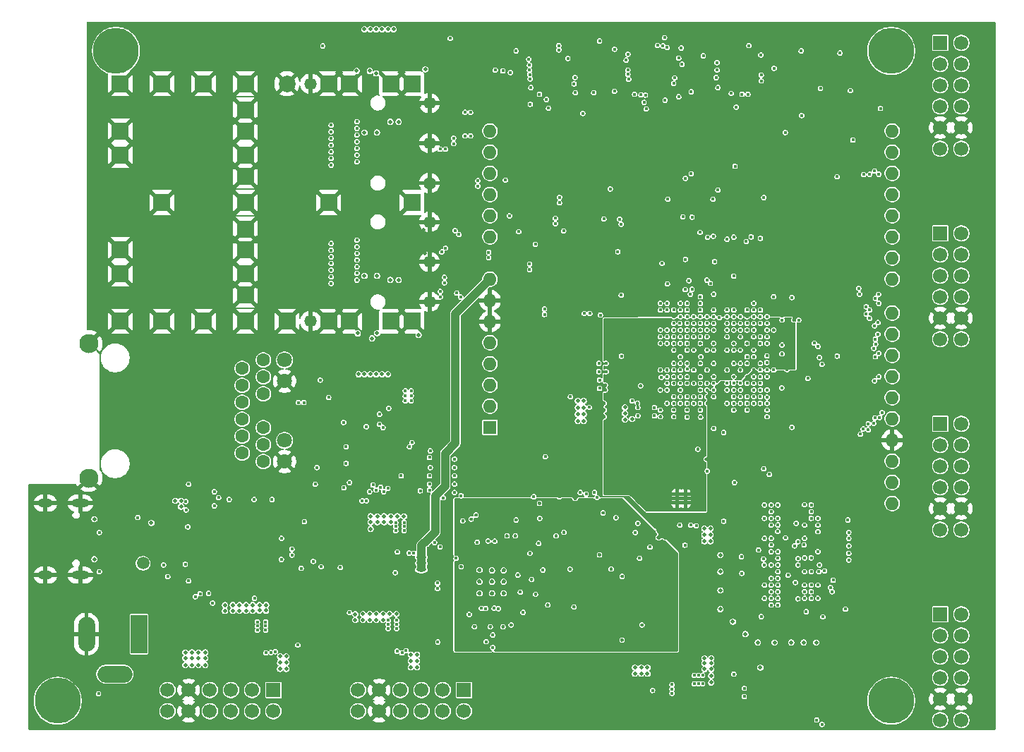
<source format=gbr>
%TF.GenerationSoftware,KiCad,Pcbnew,9.0.1*%
%TF.CreationDate,2025-05-15T18:24:47+02:00*%
%TF.ProjectId,Marble_Tiny,4d617262-6c65-45f5-9469-6e792e6b6963,rev?*%
%TF.SameCoordinates,Original*%
%TF.FileFunction,Copper,L4,Inr*%
%TF.FilePolarity,Positive*%
%FSLAX46Y46*%
G04 Gerber Fmt 4.6, Leading zero omitted, Abs format (unit mm)*
G04 Created by KiCad (PCBNEW 9.0.1) date 2025-05-15 18:24:47*
%MOMM*%
%LPD*%
G01*
G04 APERTURE LIST*
%TA.AperFunction,ComponentPad*%
%ADD10R,1.700000X1.700000*%
%TD*%
%TA.AperFunction,ComponentPad*%
%ADD11C,1.700000*%
%TD*%
%TA.AperFunction,ComponentPad*%
%ADD12C,0.400000*%
%TD*%
%TA.AperFunction,ComponentPad*%
%ADD13O,2.100000X1.000000*%
%TD*%
%TA.AperFunction,ComponentPad*%
%ADD14O,1.800000X1.000000*%
%TD*%
%TA.AperFunction,ComponentPad*%
%ADD15C,5.500000*%
%TD*%
%TA.AperFunction,ComponentPad*%
%ADD16R,2.000000X2.000000*%
%TD*%
%TA.AperFunction,ComponentPad*%
%ADD17C,2.000000*%
%TD*%
%TA.AperFunction,ComponentPad*%
%ADD18C,1.458000*%
%TD*%
%TA.AperFunction,ComponentPad*%
%ADD19C,1.600000*%
%TD*%
%TA.AperFunction,ComponentPad*%
%ADD20C,1.800000*%
%TD*%
%TA.AperFunction,ComponentPad*%
%ADD21C,2.300000*%
%TD*%
%TA.AperFunction,ComponentPad*%
%ADD22R,1.600000X1.600000*%
%TD*%
%TA.AperFunction,ComponentPad*%
%ADD23O,1.600000X1.600000*%
%TD*%
%TA.AperFunction,ComponentPad*%
%ADD24C,1.500000*%
%TD*%
%TA.AperFunction,ComponentPad*%
%ADD25R,2.000000X4.600000*%
%TD*%
%TA.AperFunction,ComponentPad*%
%ADD26O,2.000000X4.200000*%
%TD*%
%TA.AperFunction,ComponentPad*%
%ADD27O,4.200000X2.000000*%
%TD*%
%TA.AperFunction,ViaPad*%
%ADD28C,0.400000*%
%TD*%
%TA.AperFunction,ViaPad*%
%ADD29C,0.500000*%
%TD*%
%TA.AperFunction,Conductor*%
%ADD30C,1.000000*%
%TD*%
G04 APERTURE END LIST*
D10*
%TO.N,PMOD3_0*%
%TO.C,J6*%
X212875000Y-79905000D03*
D11*
%TO.N,PMOD3_1*%
X212875000Y-82445000D03*
%TO.N,PMOD3_2*%
X212875000Y-84985000D03*
%TO.N,PMOD3_3*%
X212875000Y-87525000D03*
%TO.N,GND*%
X212875000Y-90065000D03*
%TO.N,+3V3_P*%
X212875000Y-92605000D03*
%TO.N,PMOD3_4*%
X215415000Y-79905000D03*
%TO.N,PMOD3_5*%
X215415000Y-82445000D03*
%TO.N,PMOD3_6*%
X215415000Y-84985000D03*
%TO.N,PMOD3_7*%
X215415000Y-87525000D03*
%TO.N,GND*%
X215415000Y-90065000D03*
%TO.N,+3V3_P*%
X215415000Y-92605000D03*
%TD*%
D12*
%TO.N,DDRVCC*%
%TO.C,U11*%
X183365000Y-133950000D03*
X183865000Y-133950000D03*
X184365000Y-133950000D03*
X183365000Y-132950000D03*
X183865000Y-132950000D03*
X184365000Y-132950000D03*
%TD*%
D13*
%TO.N,GND*%
%TO.C,J2*%
X109705000Y-112280000D03*
D14*
X105525000Y-112280000D03*
D13*
X109705000Y-120920000D03*
D14*
X105525000Y-120920000D03*
%TD*%
D15*
%TO.N,unconnected-(B3-Pad1)*%
%TO.C,B3*%
X207000000Y-58000000D03*
%TD*%
D10*
%TO.N,PMOD1_0*%
%TO.C,J4*%
X212875000Y-125625000D03*
D11*
%TO.N,PMOD1_1*%
X212875000Y-128165000D03*
%TO.N,PMOD1_2*%
X212875000Y-130705000D03*
%TO.N,PMOD1_3*%
X212875000Y-133245000D03*
%TO.N,GND*%
X212875000Y-135785000D03*
%TO.N,+3V3_P*%
X212875000Y-138325000D03*
%TO.N,PMOD1_4*%
X215415000Y-125625000D03*
%TO.N,PMOD1_5*%
X215415000Y-128165000D03*
%TO.N,PMOD1_6*%
X215415000Y-130705000D03*
%TO.N,PMOD1_7*%
X215415000Y-133245000D03*
%TO.N,GND*%
X215415000Y-135785000D03*
%TO.N,+3V3_P*%
X215415000Y-138325000D03*
%TD*%
D12*
%TO.N,+1V0*%
%TO.C,U4*%
X182300000Y-112200000D03*
X182300000Y-111700000D03*
X182300000Y-111200000D03*
X181300000Y-112200000D03*
X181300000Y-111700000D03*
X181300000Y-111200000D03*
%TD*%
D10*
%TO.N,PMOD2_0*%
%TO.C,J5*%
X212875000Y-102765000D03*
D11*
%TO.N,PMOD2_1*%
X212875000Y-105305000D03*
%TO.N,PMOD2_2*%
X212875000Y-107845000D03*
%TO.N,PMOD2_3*%
X212875000Y-110385000D03*
%TO.N,GND*%
X212875000Y-112925000D03*
%TO.N,+3V3_P*%
X212875000Y-115465000D03*
%TO.N,PMOD2_4*%
X215415000Y-102765000D03*
%TO.N,PMOD2_5*%
X215415000Y-105305000D03*
%TO.N,PMOD2_6*%
X215415000Y-107845000D03*
%TO.N,PMOD2_7*%
X215415000Y-110385000D03*
%TO.N,GND*%
X215415000Y-112925000D03*
%TO.N,+3V3_P*%
X215415000Y-115465000D03*
%TD*%
D15*
%TO.N,unconnected-(B1-Pad1)*%
%TO.C,B1*%
X114000000Y-58000000D03*
%TD*%
D10*
%TO.N,PMOD5_0*%
%TO.C,J14*%
X132875000Y-134710000D03*
D11*
%TO.N,PMOD5_1*%
X130335000Y-134710000D03*
%TO.N,PMOD5_2*%
X127795000Y-134710000D03*
%TO.N,PMOD5_3*%
X125255000Y-134710000D03*
%TO.N,GND*%
X122715000Y-134710000D03*
%TO.N,+3V3_P*%
X120175000Y-134710000D03*
%TO.N,PMOD5_4*%
X132875000Y-137250000D03*
%TO.N,PMOD5_5*%
X130335000Y-137250000D03*
%TO.N,PMOD5_6*%
X127795000Y-137250000D03*
%TO.N,PMOD5_7*%
X125255000Y-137250000D03*
%TO.N,GND*%
X122715000Y-137250000D03*
%TO.N,+3V3_P*%
X120175000Y-137250000D03*
%TD*%
D16*
%TO.N,GND*%
%TO.C,J8*%
X149500000Y-90450000D03*
X139500000Y-90450000D03*
D17*
X134500000Y-61950000D03*
D16*
X129500000Y-67630000D03*
X129500000Y-73030000D03*
X129500000Y-81880000D03*
X129500000Y-87280000D03*
X129500000Y-90450000D03*
X124500000Y-61950000D03*
X119500000Y-90450000D03*
X114500000Y-61950000D03*
X114500000Y-70530000D03*
X114500000Y-84780000D03*
X147000000Y-61950000D03*
X142000000Y-61950000D03*
D18*
X137300000Y-61950000D03*
X151600000Y-64280000D03*
X151600000Y-69080000D03*
D16*
X149500000Y-76200000D03*
D18*
X151600000Y-78530000D03*
X151600000Y-83330000D03*
D16*
X139500000Y-76200000D03*
X129500000Y-76200000D03*
X119500000Y-76200000D03*
%TD*%
D10*
%TO.N,PMOD6_0*%
%TO.C,J15*%
X155735000Y-134710000D03*
D11*
%TO.N,PMOD6_1*%
X153195000Y-134710000D03*
%TO.N,PMOD6_2*%
X150655000Y-134710000D03*
%TO.N,PMOD6_3*%
X148115000Y-134710000D03*
%TO.N,GND*%
X145575000Y-134710000D03*
%TO.N,+3V3_P*%
X143035000Y-134710000D03*
%TO.N,PMOD6_4*%
X155735000Y-137250000D03*
%TO.N,PMOD6_5*%
X153195000Y-137250000D03*
%TO.N,PMOD6_6*%
X150655000Y-137250000D03*
%TO.N,PMOD6_7*%
X148115000Y-137250000D03*
%TO.N,GND*%
X145575000Y-137250000D03*
%TO.N,+3V3_P*%
X143035000Y-137250000D03*
%TD*%
D12*
%TO.N,+3V3*%
%TO.C,U10*%
X147650000Y-127335000D03*
X147650000Y-126835000D03*
X147650000Y-126335000D03*
X146650000Y-127335000D03*
X146650000Y-126835000D03*
X146650000Y-126335000D03*
%TD*%
D15*
%TO.N,unconnected-(B4-Pad1)*%
%TO.C,B4*%
X207000000Y-136000000D03*
%TD*%
D12*
%TO.N,+1V8*%
%TO.C,U5*%
X148550000Y-115597500D03*
X148550000Y-115097500D03*
X148550000Y-114597500D03*
X147550000Y-115597500D03*
X147550000Y-115097500D03*
X147550000Y-114597500D03*
%TD*%
D19*
%TO.N,Net-(J3-TRCT1)*%
%TO.C,J3*%
X129130000Y-106280000D03*
%TO.N,/Ethernet/MDI2_N*%
X129130000Y-104248000D03*
%TO.N,/Ethernet/MDI2_P*%
X129130000Y-102216000D03*
%TO.N,/Ethernet/MDI1_P*%
X129130000Y-100184000D03*
%TO.N,/Ethernet/MDI1_N*%
X129130000Y-98152000D03*
%TO.N,Net-(J3-TRCT1)*%
X129130000Y-96120000D03*
X131670000Y-107296000D03*
%TO.N,/Ethernet/MDI3_P*%
X131670000Y-105264000D03*
%TO.N,/Ethernet/MDI3_N*%
X131670000Y-103232000D03*
%TO.N,/Ethernet/MDI0_N*%
X131670000Y-99168000D03*
%TO.N,/Ethernet/MDI0_P*%
X131670000Y-97136000D03*
%TO.N,Net-(J3-TRCT1)*%
X131670000Y-95104000D03*
D20*
%TO.N,GND*%
X134210000Y-107296000D03*
%TO.N,Net-(J3-LED1A)*%
X134210000Y-104756000D03*
%TO.N,GND*%
X134210000Y-97644000D03*
%TO.N,Net-(J3-LED2A)*%
X134210000Y-95104000D03*
D21*
%TO.N,GND*%
X110715000Y-109265000D03*
X110715000Y-93135000D03*
%TD*%
D22*
%TO.N,unconnected-(A1-NC-Pad1)*%
%TO.C,A1*%
X158870000Y-103175000D03*
D23*
%TO.N,unconnected-(A1-IOREF-Pad2)*%
X158870000Y-100635000D03*
%TO.N,unconnected-(A1-~{RESET}-Pad3)*%
X158870000Y-98095000D03*
%TO.N,+3V3_P*%
X158870000Y-95555000D03*
%TO.N,unconnected-(A1-+5V-Pad5)*%
X158870000Y-93015000D03*
%TO.N,GND*%
X158870000Y-90475000D03*
X158870000Y-87935000D03*
%TO.N,+12V*%
X158870000Y-85395000D03*
%TO.N,/Arduino/A0*%
X158870000Y-80315000D03*
%TO.N,/Arduino/A1*%
X158870000Y-77775000D03*
%TO.N,/Arduino/A2*%
X158870000Y-75235000D03*
%TO.N,/Arduino/A3*%
X158870000Y-72695000D03*
%TO.N,I2C_SDA_Ardu*%
X158870000Y-70155000D03*
%TO.N,I2C_SCL_Ardu*%
X158870000Y-67615000D03*
%TO.N,ARDUINO_D0*%
X207130000Y-67615000D03*
%TO.N,ARDUINO_D1*%
X207130000Y-70155000D03*
%TO.N,ARDUINO_D2*%
X207130000Y-72695000D03*
%TO.N,ARDUINO_D3*%
X207130000Y-75235000D03*
%TO.N,ARDUINO_D4*%
X207130000Y-77775000D03*
%TO.N,ARDUINO_D5*%
X207130000Y-80315000D03*
%TO.N,ARDUINO_D6*%
X207130000Y-82855000D03*
%TO.N,ARDUINO_D7*%
X207130000Y-85395000D03*
%TO.N,ARDUINO_D8*%
X207130000Y-89455000D03*
%TO.N,ARDUINO_D9*%
X207130000Y-91995000D03*
%TO.N,ARDUINO_D10*%
X207130000Y-94535000D03*
%TO.N,ARDUINO_D11*%
X207130000Y-97075000D03*
%TO.N,ARDUINO_D12*%
X207130000Y-99615000D03*
%TO.N,ARDUINO_D13*%
X207130000Y-102155000D03*
%TO.N,GND*%
X207130000Y-104695000D03*
%TO.N,unconnected-(A1-AREF-Pad30)*%
X207130000Y-107235000D03*
%TO.N,I2C_SDA_Ardu*%
X207130000Y-109775000D03*
%TO.N,I2C_SCL_Ardu*%
X207130000Y-112315000D03*
%TD*%
D12*
%TO.N,+3V3_P*%
%TO.C,U6*%
X131950000Y-127535000D03*
X131950000Y-127035000D03*
X131950000Y-126535000D03*
X130950000Y-127535000D03*
X130950000Y-127035000D03*
X130950000Y-126535000D03*
%TD*%
D15*
%TO.N,unconnected-(B2-Pad1)*%
%TO.C,B2*%
X107000000Y-136000000D03*
%TD*%
D24*
%TO.N,+3V3_USB*%
%TO.C,TP1*%
X117225000Y-119500000D03*
%TD*%
D10*
%TO.N,PMOD4_0*%
%TO.C,J7*%
X212875000Y-57045000D03*
D11*
%TO.N,PMOD4_1*%
X212875000Y-59585000D03*
%TO.N,PMOD4_2*%
X212875000Y-62125000D03*
%TO.N,PMOD4_3*%
X212875000Y-64665000D03*
%TO.N,GND*%
X212875000Y-67205000D03*
%TO.N,+3V3_P*%
X212875000Y-69745000D03*
%TO.N,PMOD4_4*%
X215415000Y-57045000D03*
%TO.N,PMOD4_5*%
X215415000Y-59585000D03*
%TO.N,PMOD4_6*%
X215415000Y-62125000D03*
%TO.N,PMOD4_7*%
X215415000Y-64665000D03*
%TO.N,GND*%
X215415000Y-67205000D03*
%TO.N,+3V3_P*%
X215415000Y-69745000D03*
%TD*%
D25*
%TO.N,Net-(Q4-D)*%
%TO.C,J10*%
X116750000Y-128000000D03*
D26*
%TO.N,GND*%
X110450000Y-128000000D03*
D27*
%TO.N,unconnected-(J10-Pad3)*%
X113850000Y-132800000D03*
%TD*%
D16*
%TO.N,GND*%
%TO.C,J9*%
X149500000Y-61950000D03*
X139500000Y-61950000D03*
X134500000Y-90450000D03*
X129500000Y-84770000D03*
X129500000Y-79370000D03*
X129500000Y-70520000D03*
X129500000Y-65120000D03*
X129500000Y-61950000D03*
X124500000Y-90450000D03*
X119500000Y-61950000D03*
X114500000Y-90450000D03*
X114500000Y-81870000D03*
X114500000Y-67620000D03*
X147000000Y-90450000D03*
X142000000Y-90450000D03*
D18*
X137300000Y-90450000D03*
X151600000Y-88120000D03*
D16*
X149500000Y-76200000D03*
D24*
X151600000Y-73870000D03*
%TD*%
D28*
%TO.N,I2C_SCL_Ardu*%
X185803000Y-83290500D03*
X185642442Y-80236854D03*
X189600000Y-80863500D03*
%TO.N,ARDUINO_D6*%
X184100000Y-89100000D03*
X203675000Y-72850000D03*
%TO.N,/Arduino/A0*%
X162300000Y-79700000D03*
%TO.N,ARDUINO_D1*%
X185700000Y-89900000D03*
%TO.N,I2C_SDA_Ardu*%
X190200000Y-80325000D03*
X179500000Y-83500000D03*
X180900000Y-92300000D03*
D29*
%TO.N,+3V3_P*%
X131992366Y-125162654D03*
X127076434Y-124516852D03*
X128000000Y-124500000D03*
X128800000Y-124500000D03*
X129600000Y-125200000D03*
X127076434Y-125216852D03*
X131192366Y-125162654D03*
X130400000Y-125200000D03*
X130400000Y-124500000D03*
X132000000Y-124500000D03*
X131200000Y-124500000D03*
D28*
X136600000Y-114500000D03*
D29*
X129600000Y-124500000D03*
X128800000Y-125200000D03*
X128000000Y-125200000D03*
D28*
%TO.N,/Arduino/A1*%
X161200000Y-77800000D03*
%TO.N,ARDUINO_D5*%
X184100000Y-88300000D03*
X204400000Y-72800000D03*
%TO.N,/Arduino/A2*%
X160700000Y-73500000D03*
%TO.N,ARDUINO_D4*%
X205000000Y-72400000D03*
X180900000Y-90700000D03*
%TO.N,ARDUINO_D3*%
X205500000Y-72800000D03*
X180100000Y-92300000D03*
%TO.N,ARDUINO_D0*%
X184100000Y-90700000D03*
%TO.N,ARDUINO_D2*%
X179300000Y-92300000D03*
D29*
%TO.N,+1V8*%
X146941097Y-114563921D03*
D28*
X184156879Y-94700000D03*
X174630722Y-94630722D03*
D29*
X144541097Y-113863921D03*
X144541097Y-115363921D03*
D28*
X172000000Y-97500000D03*
X171917136Y-96492366D03*
D29*
X170100000Y-100800000D03*
X145341097Y-114563921D03*
D28*
X188900000Y-91500000D03*
D29*
X146141097Y-113863921D03*
D28*
X171917136Y-95492366D03*
D29*
X144541097Y-114563921D03*
X148541097Y-113863921D03*
D28*
X182500000Y-93100000D03*
X172000000Y-98500000D03*
D29*
X169400000Y-102400000D03*
D28*
X190500000Y-91500000D03*
X184900000Y-91500000D03*
X187300000Y-91500000D03*
D29*
X170100000Y-101600000D03*
X169400000Y-100800000D03*
X147741097Y-113863921D03*
X146141097Y-114563921D03*
X170100000Y-102400000D03*
X170100000Y-100000000D03*
X169400000Y-100000000D03*
D28*
X184100000Y-92300000D03*
D29*
X146941097Y-113863921D03*
X169400000Y-101600000D03*
X145341097Y-113863921D03*
D28*
X152200000Y-117000000D03*
%TO.N,+1V2*%
X182500000Y-101950000D03*
X184100000Y-101100000D03*
X179300000Y-101100000D03*
X178600000Y-100800000D03*
D29*
X175900000Y-102175000D03*
X175050000Y-101500000D03*
D28*
X183300000Y-100300000D03*
X180900000Y-101900000D03*
D29*
X175050000Y-102250000D03*
D28*
X168500000Y-99500000D03*
X178600000Y-101800000D03*
D29*
X175050000Y-100775000D03*
D28*
%TO.N,Net-(U21-OSCO)*%
X122600000Y-115123000D03*
%TO.N,Net-(U21-OSCI)*%
X122400000Y-113100000D03*
%TO.N,I2C_SCL*%
X184900000Y-85500000D03*
X179800000Y-56400000D03*
X183000000Y-72750000D03*
X180100000Y-57600000D03*
X174400000Y-78200000D03*
X184964857Y-80359500D03*
%TO.N,I2C_SDA*%
X184072630Y-79769631D03*
X179600000Y-57400000D03*
X182312844Y-73304996D03*
X183300000Y-90700000D03*
X174600000Y-78800000D03*
X172000000Y-56800000D03*
X167122000Y-57888075D03*
D29*
%TO.N,Net-(J12-VCCR)*%
X146900000Y-66505000D03*
X145200000Y-60700000D03*
%TO.N,Net-(J12-VCCT)*%
X147900000Y-66505000D03*
X151100000Y-60200000D03*
%TO.N,Net-(J1-VCCR)*%
X147900000Y-85500000D03*
X150300000Y-92100000D03*
%TO.N,Net-(J1-VCCT)*%
X145327000Y-91872000D03*
X146900000Y-85500000D03*
%TO.N,Net-(J11-VCCR)*%
X145300000Y-67795000D03*
X144440500Y-60400000D03*
%TO.N,Net-(J11-VCCT)*%
X142852356Y-60400000D03*
X143800000Y-67795000D03*
%TO.N,Net-(J13-VCCR)*%
X143800000Y-85000000D03*
X143000000Y-91900000D03*
%TO.N,Net-(J13-VCCT)*%
X145300000Y-85000000D03*
X144700000Y-92500000D03*
D28*
%TO.N,DDRVCC*%
X188900000Y-100300000D03*
X196603967Y-118847689D03*
X192600000Y-118100000D03*
X195800000Y-116900000D03*
X191800000Y-123700000D03*
X198200000Y-115700000D03*
X198066262Y-138298116D03*
D29*
X185400000Y-130900000D03*
X185400000Y-133800000D03*
D28*
X188100000Y-97900000D03*
X195092000Y-103172814D03*
X192100000Y-101900000D03*
X198200000Y-123700000D03*
X198200000Y-122100000D03*
X198200000Y-114100000D03*
X197400000Y-112500000D03*
X191300000Y-99500000D03*
D29*
X184600000Y-130900000D03*
X184600000Y-132200000D03*
X185400000Y-133000000D03*
D28*
X191800000Y-114100000D03*
X198200000Y-118100000D03*
X192600000Y-114900000D03*
X191800000Y-116500000D03*
X197000000Y-97300000D03*
X198200000Y-114900000D03*
D29*
X185400000Y-131500000D03*
D28*
X192600000Y-119700000D03*
X193870469Y-98448547D03*
X190500000Y-97100000D03*
D29*
X185400000Y-132200000D03*
D28*
X191800000Y-112500000D03*
X198698116Y-138833738D03*
X191800000Y-122100000D03*
X192600000Y-113300000D03*
D29*
X184600000Y-131500000D03*
%TO.N,DDRVTT*%
X195000000Y-129000000D03*
X198000000Y-129000000D03*
X188000000Y-126500000D03*
X193000000Y-129000000D03*
X186500000Y-118500000D03*
X189500000Y-128000000D03*
X196500000Y-129000000D03*
X191000000Y-129000000D03*
X186500000Y-120500000D03*
X186500000Y-125000000D03*
X186500000Y-122750000D03*
D28*
%TO.N,+3V3_USB*%
X120200000Y-121100000D03*
X119700000Y-119700000D03*
D29*
X121800000Y-112000000D03*
X118225000Y-114650000D03*
X121800000Y-112700000D03*
D28*
X116600000Y-114000000D03*
X125800000Y-110900000D03*
D29*
X121100000Y-112000000D03*
D28*
X130562358Y-111846499D03*
%TO.N,1V8USB*%
X122302058Y-119607080D03*
X133840069Y-119031454D03*
X132707264Y-111838010D03*
X122372998Y-112075000D03*
%TO.N,DDRVREF*%
X195500000Y-121800000D03*
X191072998Y-117900000D03*
D29*
X191300000Y-132000000D03*
D28*
%TO.N,Net-(D3-K)*%
X170764174Y-100766043D03*
X142000000Y-125400000D03*
X137666043Y-119263668D03*
X111895497Y-135150000D03*
X131972653Y-130247998D03*
X135800000Y-129300000D03*
X180700000Y-134045994D03*
%TO.N,XADCGND*%
X188100000Y-95500000D03*
X185700000Y-95500000D03*
X187300000Y-93900000D03*
%TO.N,/FPGA_MISC/VREF*%
X186900000Y-103800000D03*
X188100000Y-93900000D03*
%TO.N,Net-(U1F-VCCADC_0)*%
X185700000Y-93900000D03*
%TO.N,Net-(U10-FB)*%
X148800000Y-130000000D03*
%TO.N,Net-(U6-FB)*%
X133100000Y-130100000D03*
%TO.N,+3V3_CLEAN*%
X154966181Y-121124818D03*
X155600000Y-112200000D03*
X163147893Y-121437002D03*
X156000000Y-119900000D03*
X156000000Y-124500000D03*
X167738897Y-117642287D03*
X165700000Y-128100000D03*
X154935000Y-112865000D03*
X163900000Y-128100000D03*
X175900000Y-128000000D03*
X180400000Y-118300000D03*
X159462876Y-117555622D03*
X158609724Y-117538643D03*
X171951694Y-117782768D03*
X165200000Y-126100000D03*
X164359882Y-126934796D03*
X167400000Y-128100000D03*
X168400000Y-128900000D03*
X168935000Y-124035000D03*
%TO.N,Net-(U12-VOUT)*%
X164100000Y-111500000D03*
%TO.N,/Clock-WR/WR_DAC_OUT2*%
X176800000Y-118900000D03*
X176300000Y-115800000D03*
%TO.N,/Clock-WR/WR_DAC_OUT1*%
X164827002Y-114100000D03*
X176600000Y-114700000D03*
%TO.N,Net-(Y1-OUT)*%
X164700000Y-117100000D03*
%TO.N,REF_CLK0_P*%
X180100000Y-97900000D03*
X170830000Y-89500000D03*
%TO.N,WR_CLK0_P*%
X152574737Y-122530000D03*
X181700000Y-97900000D03*
%TO.N,Net-(U16-VCCPLL1)*%
X156376939Y-125636680D03*
X162832879Y-125388375D03*
X162500000Y-122950000D03*
%TO.N,WR_CLK0_N*%
X152574737Y-121870000D03*
X181700000Y-98700000D03*
%TO.N,REF_CLK0_N*%
X180100000Y-98700000D03*
X170170000Y-89500000D03*
D29*
%TO.N,VUSB*%
X111400000Y-114200000D03*
X111400000Y-119000000D03*
D28*
%TO.N,Net-(U21-EEDATA)*%
X125800000Y-112600000D03*
%TO.N,Net-(U21-EECS)*%
X122700000Y-109993077D03*
%TO.N,RX*%
X183100000Y-86600000D03*
X135100000Y-117800000D03*
%TO.N,TX*%
X135100000Y-118500000D03*
X185300000Y-85900000D03*
%TO.N,Net-(U21-EECLK)*%
X126300000Y-111600000D03*
%TO.N,Net-(U7-INTB{slash}PMEB)*%
X146700000Y-100900000D03*
%TO.N,/FPGA_MISC/CCLK*%
X191700000Y-75600000D03*
X182521602Y-96216202D03*
%TO.N,CFG_FCS*%
X188100000Y-89900000D03*
X187303001Y-80598585D03*
%TO.N,CFG_MOSI*%
X187300000Y-89100000D03*
X191300000Y-80500000D03*
%TO.N,CFG_DIN*%
X188097000Y-85041558D03*
X188100000Y-80350000D03*
%TO.N,/SFP/I2C_SFP3_SCL*%
X191400000Y-60900000D03*
X139800000Y-83510000D03*
%TO.N,/SFP/I2C_SFP3_SDA*%
X191400000Y-61600000D03*
X139800000Y-84310000D03*
%TO.N,/SFP/I2C_SFP2_SCL*%
X189800000Y-63200000D03*
X139800000Y-69300000D03*
%TO.N,/SFP/I2C_SFP2_SDA*%
X139800000Y-70100000D03*
X189100000Y-63200000D03*
%TO.N,/SFP/I2C_SFP0_SDA*%
X142900000Y-68100000D03*
X186100000Y-60300000D03*
%TO.N,RST*%
X154800000Y-118900000D03*
X186100000Y-59400000D03*
X196250000Y-65750000D03*
X189700000Y-94700000D03*
X198687002Y-95600000D03*
X138600000Y-119900000D03*
%TO.N,/SFP/I2C_SFP1_SDA*%
X142900000Y-82300000D03*
X186200000Y-62400000D03*
%TO.N,/SFP/I2C_SFP0_SCL*%
X186000000Y-61200000D03*
X142900000Y-68900000D03*
%TO.N,/SFP/I2C_SFP1_SCL*%
X142900000Y-83100000D03*
X187800000Y-63100000D03*
%TO.N,MGT_TX1_P*%
X155133346Y-80033346D03*
X158700000Y-82170000D03*
%TO.N,/SFP/SFP1_TX_DIS*%
X179862436Y-63917105D03*
X142900000Y-81500000D03*
%TO.N,/SFP/SFP1_TX_FAULT*%
X142900000Y-80700000D03*
X177344225Y-64181000D03*
%TO.N,/SFP/RS1*%
X142900000Y-84700000D03*
X180900000Y-61900000D03*
%TO.N,MGT_RX1_P*%
X165400000Y-88970000D03*
X153400000Y-85175000D03*
%TO.N,/SFP/SFP1_DEF0*%
X142900000Y-83900000D03*
X181500000Y-63500000D03*
%TO.N,MGT_RX1_N*%
X165400000Y-89630000D03*
X153400000Y-85835000D03*
%TO.N,/SFP/SFP1_LOS*%
X142900000Y-85500000D03*
X181022342Y-61240500D03*
%TO.N,MGT_TX1_N*%
X158700000Y-82830000D03*
X154666654Y-79566654D03*
%TO.N,Net-(J2-CC1)*%
X112000000Y-120500000D03*
X112000000Y-115800000D03*
%TO.N,PMOD1_4*%
X203100000Y-86500000D03*
%TO.N,PMOD1_2*%
X204400000Y-90100000D03*
%TO.N,PMOD1_5*%
X204000000Y-88700000D03*
%TO.N,PMOD1_7*%
X205129340Y-93190783D03*
%TO.N,PMOD1_1*%
X204400000Y-89100000D03*
%TO.N,PMOD1_0*%
X203200000Y-87200000D03*
%TO.N,PMOD1_3*%
X204900000Y-93700000D03*
%TO.N,PMOD1_6*%
X204000000Y-89600000D03*
%TO.N,PMOD2_5*%
X205400000Y-92000000D03*
%TO.N,PMOD2_1*%
X205100000Y-92600000D03*
%TO.N,PMOD2_4*%
X205400000Y-90600000D03*
%TO.N,PMOD2_2*%
X205100000Y-94700000D03*
%TO.N,PMOD2_7*%
X205500000Y-97100000D03*
%TO.N,PMOD2_6*%
X205500000Y-94300000D03*
%TO.N,PMOD2_0*%
X205000000Y-91000000D03*
%TO.N,PMOD2_3*%
X205000000Y-97600000D03*
%TO.N,PMOD3_5*%
X190500000Y-89100000D03*
%TO.N,PMOD3_7*%
X205500000Y-88300000D03*
%TO.N,PMOD3_3*%
X205100000Y-87700000D03*
%TO.N,PMOD3_4*%
X189700000Y-90700000D03*
%TO.N,PMOD3_2*%
X190500000Y-89900000D03*
%TO.N,PMOD3_6*%
X205473874Y-87226126D03*
%TO.N,PMOD3_0*%
X188900000Y-89900000D03*
%TO.N,PMOD3_1*%
X189700000Y-89100000D03*
%TO.N,PMOD4_4*%
X186379379Y-90018688D03*
%TO.N,PMOD4_5*%
X188900000Y-90700000D03*
%TO.N,PMOD4_7*%
X188100000Y-90700000D03*
%TO.N,PMOD4_0*%
X185700000Y-89100000D03*
%TO.N,PMOD4_2*%
X183300000Y-89900000D03*
%TO.N,PMOD4_1*%
X187300000Y-89900000D03*
%TO.N,PMOD4_6*%
X184100000Y-89900000D03*
%TO.N,PMOD4_3*%
X185700000Y-90700000D03*
%TO.N,/SFP/SFP2_TX_FAULT*%
X139800000Y-71700000D03*
X163500000Y-59000000D03*
%TO.N,/SFP/SFP2_LOS*%
X139800000Y-66900000D03*
X159500000Y-60300000D03*
X163675532Y-61365000D03*
%TO.N,MGT_TX2_P*%
X157400000Y-73570000D03*
%TO.N,/SFP/SFP2_DEF0*%
X163600000Y-60300000D03*
X139800000Y-68500000D03*
%TO.N,/SFP/RS2*%
X139800000Y-67700000D03*
X163626464Y-60840287D03*
X160400000Y-60400000D03*
%TO.N,MGT_RX2_P*%
X152870000Y-69800000D03*
X154500000Y-68470000D03*
X180900000Y-99500000D03*
%TO.N,MGT_RX2_N*%
X153530000Y-69800000D03*
X180900000Y-100300000D03*
X154500000Y-69130000D03*
%TO.N,/SFP/SFP2_TX_DIS*%
X139800000Y-70900000D03*
X163600000Y-59700000D03*
%TO.N,MGT_TX2_N*%
X157400000Y-74230000D03*
%TO.N,/SFP/RS0*%
X142900000Y-70500000D03*
X175400000Y-60827003D03*
%TO.N,MGT_RX0_N*%
X182500000Y-100300000D03*
X154866654Y-87066654D03*
%TO.N,MGT_TX0_N*%
X155870000Y-68200000D03*
X155870000Y-65373000D03*
%TO.N,/SFP/SFP0_TX_DIS*%
X175200000Y-59100000D03*
X142900000Y-67300000D03*
%TO.N,/SFP/SFP0_TX_FAULT*%
X175400000Y-58400000D03*
X142900000Y-66500000D03*
%TO.N,/SFP/SFP0_LOS*%
X175500000Y-61400000D03*
X142900000Y-71300000D03*
%TO.N,/SFP/SFP0_DEF0*%
X175400000Y-60300000D03*
X142900000Y-69700000D03*
%TO.N,MGT_TX0_P*%
X156530000Y-68200000D03*
X156530000Y-65373000D03*
%TO.N,MGT_RX0_P*%
X182500000Y-99500000D03*
X155333346Y-87533346D03*
%TO.N,/SFP/SFP3_DEF0*%
X139800000Y-82710000D03*
X169100000Y-63000000D03*
%TO.N,MGT_TX3_P*%
X163612883Y-83570000D03*
%TO.N,/SFP/RS3*%
X139800000Y-81910000D03*
X168950000Y-61950000D03*
%TO.N,MGT_RX3_N*%
X152900000Y-87530000D03*
X153533346Y-81666654D03*
X184100000Y-100300000D03*
%TO.N,/SFP/SFP3_TX_FAULT*%
X163700000Y-64400000D03*
X139800000Y-85910000D03*
%TO.N,MGT_TX3_N*%
X163612883Y-84230000D03*
%TO.N,/SFP/SFP3_LOS*%
X169062612Y-61183521D03*
X139800000Y-81110000D03*
%TO.N,/SFP/SFP3_TX_DIS*%
X170000000Y-65500000D03*
X139800000Y-85110000D03*
%TO.N,MGT_RX3_P*%
X153066654Y-82133346D03*
X152900000Y-86870000D03*
X184100000Y-99500000D03*
%TO.N,PMOD5_5*%
X205600000Y-102000000D03*
%TO.N,PMOD5_2*%
X203300000Y-104000000D03*
%TO.N,PMOD5_6*%
X205900000Y-101400000D03*
%TO.N,PMOD5_7*%
X204900000Y-102700000D03*
%TO.N,PMOD5_4*%
X205050000Y-102050000D03*
%TO.N,PMOD5_3*%
X204250000Y-102750000D03*
%TO.N,PMOD5_0*%
X204227353Y-103472647D03*
%TO.N,PMOD5_1*%
X203626126Y-103373874D03*
%TO.N,PMOD6_2*%
X191300000Y-92300000D03*
%TO.N,PMOD6_3*%
X192100000Y-90700000D03*
%TO.N,PMOD6_1*%
X192100000Y-92300000D03*
%TO.N,PMOD6_6*%
X191300000Y-89100000D03*
%TO.N,PMOD6_4*%
X192100000Y-89900000D03*
%TO.N,PMOD6_7*%
X191300000Y-89900000D03*
%TO.N,PMOD6_0*%
X192100000Y-91500000D03*
%TO.N,PMOD6_5*%
X190500000Y-90700000D03*
%TO.N,RGMII_RXD0*%
X180100000Y-89100000D03*
X154600000Y-108000000D03*
%TO.N,RGMII_RXD1*%
X180900000Y-89100000D03*
X154600000Y-109000000D03*
%TO.N,RGMII_RXD2*%
X181643120Y-90699999D03*
X154600000Y-110000000D03*
%TO.N,RGMII_RXD3*%
X180900000Y-91500000D03*
X154600000Y-111000000D03*
%TO.N,RGMII_RX_CLK*%
X155400000Y-111400000D03*
X182500000Y-91500000D03*
%TO.N,RGMII_RX_DV*%
X181700000Y-89100000D03*
X154600000Y-107000000D03*
%TO.N,DDR3_A12*%
X196600000Y-122100000D03*
X201900000Y-116500000D03*
%TO.N,DDR3_A13*%
X201900000Y-115800000D03*
X193400000Y-124500000D03*
%TO.N,DDR3_BA0*%
X192600000Y-121300000D03*
X192100000Y-100300000D03*
%TO.N,DDR3_BA1*%
X197400000Y-122100000D03*
X201900000Y-117400000D03*
%TO.N,DDR3_BA2*%
X198400000Y-119700000D03*
X193400000Y-121300000D03*
%TO.N,DDR3_CKE0*%
X197399999Y-118843118D03*
%TO.N,DDR3_CE*%
X190500000Y-98700000D03*
X191748001Y-119695761D03*
%TO.N,DDR3_RAS*%
X189025000Y-118700000D03*
X193400000Y-118900000D03*
X191300000Y-100300000D03*
%TO.N,DDR3_A9*%
X193400000Y-123700000D03*
X199900000Y-122900000D03*
%TO.N,DDR3_A10*%
X198300000Y-120500000D03*
X196600000Y-120500000D03*
%TO.N,DDR3_A11*%
X201900000Y-118300000D03*
X196600000Y-123700000D03*
%TO.N,DDR3_A4*%
X197400000Y-122900000D03*
X198800000Y-125925000D03*
X200030722Y-121530722D03*
%TO.N,DDR3_A5*%
X192600000Y-122900000D03*
X201800000Y-114300000D03*
%TO.N,DDR3_A6*%
X197400000Y-123700000D03*
X196800000Y-125297000D03*
X201900000Y-119100000D03*
%TO.N,DDR3_A7*%
X191400000Y-125900000D03*
X192100000Y-97100000D03*
X192600000Y-123700000D03*
%TO.N,DDR3_A0*%
X193400000Y-122100000D03*
X189075000Y-120700000D03*
X199000000Y-120400000D03*
%TO.N,DDR3_A1*%
X199700000Y-122400000D03*
X196600000Y-122900000D03*
%TO.N,DDR3_A2*%
X193400000Y-122900000D03*
X191300000Y-97100000D03*
%TO.N,DDR3_A3*%
X190500000Y-97900000D03*
X192600000Y-122100000D03*
%TO.N,DDR3_CAS*%
X192100000Y-101100000D03*
X193400000Y-119700000D03*
%TO.N,DDR3_WE*%
X192099999Y-99556882D03*
X193400000Y-120500000D03*
%TO.N,DDR3_ODT*%
X191671554Y-118976465D03*
X190500000Y-100300000D03*
%TO.N,Net-(U2-ZQ)*%
X197400000Y-120500000D03*
%TO.N,DDR3_RST*%
X185700000Y-97900000D03*
X192600000Y-124500000D03*
X188200000Y-109800000D03*
%TO.N,Net-(U1E-CFGBVS_0)*%
X182500000Y-92300000D03*
%TO.N,Net-(U1E-INIT_B_0)*%
X192073527Y-94609000D03*
X198400000Y-94800000D03*
%TO.N,Net-(U1E-M0_0)*%
X197775000Y-93082000D03*
X191300000Y-93100000D03*
%TO.N,Net-(U1E-M1_0)*%
X198232000Y-93468000D03*
X190500000Y-93900000D03*
%TO.N,Net-(U1E-M2_0)*%
X183300000Y-91500000D03*
%TO.N,Net-(U5-FB)*%
X149726990Y-118303651D03*
%TO.N,Net-(U11-FB)*%
X180700000Y-135100000D03*
%TO.N,Net-(U16-OD0)*%
X159353505Y-124885955D03*
%TO.N,Net-(U16-OD1)*%
X159878270Y-124934463D03*
%TO.N,Net-(U16-OS1)*%
X157827641Y-124908666D03*
%TO.N,Net-(U16-OS0)*%
X158354482Y-124921729D03*
%TO.N,Net-(U1D-MGTRREF_216)*%
X179409654Y-97174510D03*
X175900000Y-100000000D03*
%TO.N,CLK20_VCXO*%
X174600000Y-87300000D03*
X165500000Y-106697000D03*
X181700000Y-91500000D03*
X178050000Y-117550000D03*
%TO.N,CLK2*%
X174200000Y-82100000D03*
X182720216Y-85569676D03*
X182500000Y-89900000D03*
%TO.N,AD0_P*%
X166700000Y-78070000D03*
X181700000Y-96300000D03*
%TO.N,AD0_N*%
X180900000Y-96300000D03*
X166700000Y-78730000D03*
%TO.N,AD8_P*%
X181700000Y-95500000D03*
X167200000Y-75570000D03*
%TO.N,AD8_N*%
X167200000Y-76230000D03*
X180900000Y-95500000D03*
%TO.N,Net-(U4-EN)*%
X182952533Y-114912861D03*
%TO.N,Net-(U10-EN)*%
X180700000Y-134572997D03*
X147744315Y-118144315D03*
X148300000Y-130250000D03*
%TO.N,Net-(U4-PG)*%
X181626924Y-114900000D03*
X157330722Y-116969278D03*
X149161479Y-118270385D03*
X152869278Y-117530722D03*
%TO.N,Net-(U10-PG)*%
X132583231Y-130203354D03*
X147700000Y-130050000D03*
%TO.N,DDR3_D12*%
X196591999Y-112446371D03*
X189700000Y-97900000D03*
%TO.N,DDR3_D9*%
X193400000Y-114100000D03*
X191695544Y-108149917D03*
%TO.N,JTAG_TDI*%
X124082053Y-123156987D03*
X192069367Y-95403000D03*
%TO.N,DDR3_D13*%
X192372814Y-108827186D03*
X192600000Y-112500000D03*
%TO.N,JTAG_TMS*%
X125097836Y-123095518D03*
X186897000Y-114450000D03*
X191300000Y-96300000D03*
%TO.N,WR_DAC1_SYNC*%
X171400000Y-111000000D03*
X181700000Y-93100000D03*
%TO.N,DDR3_D6*%
X192600000Y-117300000D03*
X185700000Y-98700000D03*
%TO.N,DDR3_D15*%
X193400000Y-112500000D03*
X189700000Y-99500000D03*
%TO.N,DDR3_D11*%
X188900000Y-99500000D03*
X192600000Y-114100000D03*
%TO.N,RGMII_TXD0*%
X180100000Y-88300000D03*
X146100000Y-110900000D03*
%TO.N,WR_DAC2_SYNC*%
X181700000Y-94700000D03*
X171700000Y-111600000D03*
%TO.N,WR_DAC_SCLK*%
X180900000Y-93100000D03*
X170400000Y-111200000D03*
%TO.N,RGMII_TXD3*%
X182294000Y-86643123D03*
X144827000Y-110100000D03*
%TO.N,DDR3_D1*%
X188100000Y-99500000D03*
X196600000Y-116500000D03*
%TO.N,RGMII_TXD2*%
X182500000Y-88300000D03*
X145200000Y-110700000D03*
%TO.N,WR_DAC_DIN*%
X180100000Y-93100000D03*
X169700000Y-111000000D03*
%TO.N,DDR3_D4*%
X193400000Y-118100000D03*
X185700000Y-99500000D03*
%TO.N,DDR3_D5*%
X188100000Y-101100000D03*
X196543121Y-117300000D03*
%TO.N,DDR3_DM1*%
X188900000Y-97900000D03*
X193400000Y-114893856D03*
%TO.N,DDR3_CLK_N*%
X195800000Y-119700000D03*
X192100000Y-98700000D03*
%TO.N,DDR3_D10*%
X189700000Y-101100000D03*
X197400000Y-114100000D03*
%TO.N,DDR3_D8*%
X189700000Y-100300000D03*
X196600000Y-114900000D03*
%TO.N,DDR3_D2*%
X192600000Y-116500000D03*
X187300000Y-98700000D03*
%TO.N,DDR3_CLK_P*%
X191300000Y-98700000D03*
X195827353Y-118927353D03*
%TO.N,RGMII_TX_CLK*%
X150500000Y-110800000D03*
X181700000Y-89900000D03*
%TO.N,DDR3_D0*%
X193377856Y-115677856D03*
X187300000Y-100300000D03*
%TO.N,MDC_PHY*%
X184900000Y-90700000D03*
X144043735Y-111997114D03*
%TO.N,JTAG_TDO*%
X192100000Y-96300000D03*
X123500000Y-123500000D03*
%TO.N,DDR3_D3*%
X187300000Y-97900000D03*
X194307275Y-116437013D03*
%TO.N,RGMII_TXD1*%
X182500000Y-89100000D03*
X145727000Y-110361771D03*
%TO.N,DDR3_D14*%
X190500000Y-99500000D03*
X197400000Y-113300000D03*
%TO.N,RGMII_TX_EN*%
X179300000Y-88300000D03*
X146600000Y-110500000D03*
%TO.N,PHY_RSTn*%
X143516769Y-112003354D03*
X179300000Y-91500000D03*
%TO.N,DDR3_D7*%
X195400000Y-117400000D03*
X188100000Y-100300000D03*
%TO.N,MDIO_PHY*%
X144427000Y-110900000D03*
X182900000Y-87200000D03*
%TO.N,DDR3_DM0*%
X188100000Y-98700000D03*
X195600000Y-114700000D03*
%TO.N,JTAG_TCK*%
X122708132Y-121615790D03*
X183300000Y-96300000D03*
X172100000Y-89700000D03*
%TO.N,Net-(U17-P05)*%
X176200000Y-63200000D03*
%TO.N,Net-(U17-P06)*%
X176981000Y-63277806D03*
%TO.N,Net-(U17-P07)*%
X177507533Y-63300041D03*
%TO.N,Net-(U19-P05)*%
X163762500Y-62400000D03*
%TO.N,Net-(U19-P06)*%
X164800000Y-63200000D03*
%TO.N,Net-(U19-P07)*%
X165631856Y-63831857D03*
%TO.N,+3V3*%
X189916440Y-57359930D03*
D29*
X144423566Y-125583148D03*
X146023566Y-126283148D03*
D28*
X191300000Y-90700000D03*
X164300000Y-81200000D03*
D29*
X143100000Y-96800000D03*
D28*
X158400000Y-128900000D03*
D29*
X146823566Y-125583148D03*
X144423566Y-126283148D03*
X144500000Y-55400000D03*
D28*
X179300000Y-89100000D03*
X190500000Y-88300000D03*
X180149261Y-85945054D03*
X149500000Y-105000000D03*
X192951575Y-60097230D03*
X182000000Y-77900000D03*
X167102918Y-57361418D03*
X162000000Y-58000000D03*
X182500000Y-90700000D03*
X188100000Y-89100000D03*
X184100000Y-87500000D03*
X177605345Y-64949146D03*
X188400000Y-64745000D03*
D29*
X144500000Y-96800000D03*
D28*
X171300000Y-63000000D03*
X183000000Y-62900000D03*
D29*
X145900000Y-96800000D03*
D28*
X145600000Y-101600000D03*
X165885999Y-64859455D03*
X142000000Y-109800000D03*
D29*
X147623566Y-125583148D03*
X145200000Y-96800000D03*
D28*
X190500000Y-94700000D03*
D29*
X146023566Y-125583148D03*
D28*
X153250000Y-111637002D03*
X195900000Y-90300000D03*
D29*
X143800000Y-55400000D03*
D28*
X192900000Y-87500000D03*
X173800000Y-57800000D03*
D29*
X146600000Y-96800000D03*
D28*
X191350000Y-58490500D03*
X127578376Y-111834167D03*
X189366262Y-134498116D03*
X192900000Y-96300000D03*
X180200000Y-75800000D03*
X186200000Y-74700000D03*
X125569590Y-124265410D03*
X183100000Y-77948464D03*
X159200000Y-128100000D03*
X141300000Y-102600000D03*
X178965536Y-57340829D03*
X195100000Y-87600000D03*
X184923372Y-108425543D03*
X189366262Y-135498116D03*
X188260136Y-71844916D03*
X192100000Y-93100000D03*
X200500000Y-73100000D03*
D29*
X142700000Y-126300000D03*
D28*
X173792499Y-62837792D03*
X161300000Y-60600000D03*
D29*
X143623566Y-126283148D03*
D28*
X182326126Y-83026126D03*
X168200000Y-58900000D03*
D29*
X145223566Y-125583148D03*
D28*
X152600000Y-128950000D03*
X184447355Y-58588723D03*
X133852803Y-116497466D03*
X130600000Y-123700000D03*
D29*
X143623566Y-125583148D03*
D28*
X180900000Y-93900000D03*
X180100000Y-91500000D03*
X182500000Y-93900000D03*
X184900000Y-89900000D03*
D29*
X145223566Y-126283148D03*
D28*
X200525000Y-94625000D03*
X181700000Y-88300000D03*
X167692847Y-79600000D03*
D29*
X145200000Y-55400000D03*
X146600000Y-55400000D03*
D28*
X140900000Y-120000000D03*
D29*
X142700000Y-125600000D03*
D28*
X185700000Y-87200000D03*
X141340000Y-110440000D03*
X193900000Y-90300000D03*
X196200000Y-58000000D03*
D29*
X145900000Y-55400000D03*
D28*
X185600000Y-75800000D03*
X200850000Y-58250000D03*
X172525403Y-78155432D03*
X159200000Y-129600000D03*
X136200000Y-120100000D03*
D29*
X143800000Y-96800000D03*
X147300000Y-55400000D03*
D28*
X149200000Y-105500000D03*
%TO.N,REG_1V0*%
X149400000Y-98800000D03*
X148700000Y-98800000D03*
X148200000Y-109000000D03*
X148700000Y-99400000D03*
X149400000Y-100000000D03*
X149410104Y-99386695D03*
X144020609Y-103096393D03*
X148700000Y-100000000D03*
X141600000Y-107500000D03*
X141600000Y-105500000D03*
%TO.N,/Ethernet/MDI1_P*%
X136530000Y-100200000D03*
%TO.N,/Ethernet/MDI1_N*%
X135870000Y-100200000D03*
D29*
%TO.N,+1V0*%
X182200000Y-110500000D03*
D28*
X176200000Y-95800000D03*
X184900000Y-97100000D03*
X184100000Y-96300000D03*
D29*
X179800000Y-111200000D03*
D28*
X187300000Y-93100000D03*
X189700000Y-93900000D03*
X194085413Y-95397615D03*
D29*
X181400000Y-110500000D03*
D28*
X176213426Y-98563900D03*
X180100000Y-99500000D03*
X189700000Y-92300000D03*
D29*
X180600000Y-111200000D03*
D28*
X188900000Y-97100000D03*
D29*
X179000000Y-110500000D03*
D28*
X188100000Y-96300000D03*
X190500000Y-95500000D03*
X182500000Y-98700000D03*
D29*
X178200000Y-110500000D03*
D28*
X185700000Y-103300000D03*
X184900000Y-93100000D03*
X194511662Y-96236367D03*
D29*
X178200000Y-112000000D03*
D28*
X175258061Y-100137187D03*
D29*
X180600000Y-110500000D03*
D28*
X183300000Y-98700000D03*
X184300000Y-103200000D03*
X188100000Y-92300000D03*
X185700000Y-92300000D03*
X184100000Y-93900000D03*
X185700000Y-96300000D03*
D29*
X179800000Y-110500000D03*
D28*
X183300000Y-97100000D03*
X183300000Y-95500000D03*
D29*
X179000000Y-111200000D03*
X178200000Y-111200000D03*
D28*
X190500000Y-93100000D03*
X176175075Y-96594000D03*
X176200000Y-97700000D03*
X195000000Y-94300000D03*
X189700000Y-96300000D03*
X178700000Y-98600000D03*
X184900000Y-95500000D03*
X183300000Y-93100000D03*
X180900000Y-98700000D03*
X187300000Y-97100000D03*
X188900000Y-93100000D03*
X187327353Y-94727353D03*
%TO.N,GND*%
X176927156Y-98184911D03*
X155000000Y-84900000D03*
X112562416Y-117860136D03*
D29*
X195200000Y-135800000D03*
D28*
X176864491Y-57340829D03*
X169300000Y-74500000D03*
X162200000Y-120900000D03*
D29*
X139800000Y-72500000D03*
X172500000Y-101900000D03*
D28*
X146400000Y-108000000D03*
D29*
X172500000Y-101100000D03*
X159100000Y-123100000D03*
X179300000Y-131500000D03*
X149600000Y-95100000D03*
X145250000Y-131500000D03*
D28*
X156650000Y-64700000D03*
D29*
X127100000Y-131700000D03*
D28*
X194600000Y-97300000D03*
X195300000Y-90300000D03*
X200524964Y-92610753D03*
D29*
X138800000Y-93800000D03*
D28*
X151100000Y-105500000D03*
X189700000Y-97100000D03*
X154100000Y-79600000D03*
X193400000Y-113300000D03*
X153400000Y-120100000D03*
X168171681Y-64853088D03*
X158200000Y-83250000D03*
X143600000Y-105100000D03*
X157000000Y-127100000D03*
D29*
X180100000Y-130700000D03*
X146422774Y-118980313D03*
D28*
X184285334Y-67452106D03*
X156600000Y-114200000D03*
D29*
X149500000Y-56300000D03*
D28*
X194900000Y-131200000D03*
X134752644Y-119052676D03*
X184300000Y-122300000D03*
X185700000Y-93100000D03*
X126441843Y-124239943D03*
X130600000Y-112700000D03*
X187300000Y-90700000D03*
X191300000Y-95500000D03*
X158200000Y-81700000D03*
X122372998Y-116100000D03*
D29*
X138759500Y-79500000D03*
D28*
X160412971Y-127116384D03*
X181700000Y-99500000D03*
X196500000Y-94265000D03*
X180100000Y-97100000D03*
X156961016Y-67765880D03*
X181700000Y-92300000D03*
X167732530Y-115783180D03*
X113193041Y-114625227D03*
X182500000Y-101100000D03*
X143000000Y-111900000D03*
X192900000Y-100300000D03*
D29*
X126000000Y-116000000D03*
D28*
X163800000Y-80300000D03*
D29*
X146422774Y-118280313D03*
D28*
X204001045Y-62669174D03*
D29*
X139650000Y-58100000D03*
D28*
X168935000Y-124735000D03*
X192900000Y-131200000D03*
X183300000Y-99500000D03*
X191800000Y-115700000D03*
D29*
X139600000Y-65300000D03*
D28*
X169350000Y-96993206D03*
X122172854Y-114650633D03*
X177338011Y-113453341D03*
X188900000Y-93900000D03*
X198200000Y-113300000D03*
X126000000Y-127500000D03*
X187363351Y-57340829D03*
X117800000Y-111700000D03*
X180124916Y-58816610D03*
X124800000Y-109800000D03*
D29*
X157600000Y-121700000D03*
D28*
X189400000Y-109600000D03*
X189700000Y-95500000D03*
X182500000Y-97900000D03*
D29*
X140900000Y-95900000D03*
D28*
X179300000Y-93100000D03*
X153294278Y-104894278D03*
D29*
X129500000Y-116000000D03*
D28*
X188900000Y-92300000D03*
X180100000Y-100300000D03*
X154650000Y-67900000D03*
X191400000Y-60300000D03*
X138644328Y-124976069D03*
X141939562Y-98125467D03*
X190500000Y-96300000D03*
X192100000Y-89100000D03*
X191800000Y-122900000D03*
X149506778Y-120614502D03*
X133200000Y-120600000D03*
X193886123Y-94362615D03*
X139177856Y-105422144D03*
X184100000Y-91500000D03*
X165200000Y-120300000D03*
X180100000Y-96300000D03*
X127500000Y-128700000D03*
X173972480Y-114012080D03*
X157189198Y-113711688D03*
D29*
X142800000Y-130700000D03*
D28*
X177100000Y-126900000D03*
X127581205Y-110948474D03*
X184900000Y-99500000D03*
X191800000Y-117300000D03*
X124501133Y-123935646D03*
D29*
X194400000Y-134500000D03*
X179300000Y-132300000D03*
D28*
X189700000Y-91500000D03*
X120271206Y-116637002D03*
X184100000Y-98700000D03*
X182500000Y-97100000D03*
D29*
X180100000Y-131500000D03*
X148600000Y-95900000D03*
D28*
X161900000Y-116200000D03*
X165973874Y-60573874D03*
X184100000Y-97900000D03*
X193300000Y-108000000D03*
X183300000Y-93900000D03*
D29*
X151020557Y-82286981D03*
X193500000Y-135800000D03*
D28*
X164100000Y-131300000D03*
X171200000Y-59000000D03*
X134752644Y-116518688D03*
X160900000Y-116200000D03*
X198200000Y-117300000D03*
D29*
X172500000Y-100300000D03*
D28*
X127200000Y-57400000D03*
X185700000Y-91500000D03*
X184900000Y-92300000D03*
X161400000Y-59600000D03*
X185700000Y-100300000D03*
X197933738Y-135801884D03*
X170000000Y-98500000D03*
X197416427Y-118116427D03*
D29*
X151000000Y-57750000D03*
X151421666Y-67617928D03*
D28*
X154485610Y-69729762D03*
X189700000Y-98700000D03*
X164400000Y-71400000D03*
D29*
X179900000Y-114900000D03*
D28*
X171996262Y-118483116D03*
X154368867Y-87401254D03*
X191800000Y-124500000D03*
X158200000Y-130500000D03*
X191800000Y-121300000D03*
X122700000Y-118600000D03*
X155400000Y-119900000D03*
X151600000Y-118600000D03*
X186200000Y-73800000D03*
D29*
X179300000Y-130700000D03*
D28*
X146400000Y-105100000D03*
X184100000Y-86600000D03*
X188100000Y-91500000D03*
X195272997Y-119700000D03*
X164989139Y-57369907D03*
X112800000Y-112537002D03*
X143898065Y-101101935D03*
X192600000Y-115700000D03*
X188900000Y-96300000D03*
X163250000Y-84850000D03*
X184900000Y-98700000D03*
X153161131Y-70332629D03*
D29*
X180100000Y-132300000D03*
D28*
X172700000Y-98700000D03*
X161400000Y-68600000D03*
X166800000Y-116200000D03*
X174710864Y-121079030D03*
D29*
X146050000Y-131500000D03*
D28*
X146400000Y-106500000D03*
X200133738Y-134301884D03*
D29*
X129500000Y-119750000D03*
D28*
X197300000Y-87600000D03*
X200233738Y-138301884D03*
X184100000Y-95500000D03*
X114300000Y-120500000D03*
X128109945Y-123030250D03*
X191800000Y-113300000D03*
X188100000Y-101900000D03*
X184100000Y-93100000D03*
X144900000Y-105100000D03*
X190500000Y-92300000D03*
D29*
X144822774Y-119780313D03*
D28*
X165603000Y-84900000D03*
X143439453Y-124892238D03*
D29*
X141800000Y-56200000D03*
D28*
X197400000Y-114900000D03*
X184122087Y-101936304D03*
D29*
X127100000Y-130900000D03*
D28*
X122825974Y-114100000D03*
X171600000Y-76500000D03*
X180100000Y-87500000D03*
D29*
X193500000Y-134500000D03*
X129550000Y-131700000D03*
X150800000Y-86700000D03*
D28*
X167200000Y-111500000D03*
X184900000Y-97900000D03*
X182317991Y-67452106D03*
X188500000Y-63300000D03*
D29*
X127750000Y-119750000D03*
X129500000Y-117750000D03*
D28*
X184900000Y-93900000D03*
X167400000Y-131300000D03*
X165700000Y-131300000D03*
D29*
X126000000Y-117750000D03*
D28*
X157650000Y-73000000D03*
X187300000Y-96300000D03*
X172800000Y-96500000D03*
X164200000Y-77000000D03*
X192100000Y-97900000D03*
D29*
X195200000Y-134500000D03*
D28*
X182400000Y-118300000D03*
X185673874Y-83826126D03*
X145000000Y-108000000D03*
X185700000Y-97100000D03*
X162900000Y-74700000D03*
X183300000Y-97900000D03*
X200277478Y-78175177D03*
X154300000Y-81700000D03*
D29*
X128750000Y-130900000D03*
D28*
X179300000Y-96300000D03*
X176554898Y-100289014D03*
X179300000Y-98700000D03*
X173300000Y-78525000D03*
X179300000Y-101900000D03*
X164050000Y-83100000D03*
D29*
X157600000Y-120300000D03*
D28*
X178200000Y-60600000D03*
X185700000Y-88300000D03*
D29*
X169705252Y-83562999D03*
D28*
X199800000Y-126000000D03*
D29*
X145250000Y-130700000D03*
D28*
X189900000Y-131300000D03*
D29*
X144450000Y-130700000D03*
D28*
X180900000Y-97100000D03*
X155600000Y-114400000D03*
X197400000Y-117300000D03*
D29*
X127900000Y-131700000D03*
D28*
X165050000Y-90250000D03*
X158900000Y-127100000D03*
X156850000Y-74800000D03*
X168285049Y-85056382D03*
X121700000Y-110100000D03*
X143000000Y-101100000D03*
X173396959Y-120183053D03*
D29*
X143600000Y-131500000D03*
D28*
X178450000Y-135650000D03*
X179300000Y-87500000D03*
X184100000Y-97100000D03*
X132100000Y-110400000D03*
D29*
X130350000Y-131700000D03*
X127750000Y-117750000D03*
D28*
X165500000Y-79700000D03*
X152750000Y-86200000D03*
X147134875Y-100116154D03*
X169083680Y-111715120D03*
D29*
X149450000Y-55400000D03*
X180700000Y-116400000D03*
X146422774Y-119780313D03*
X128750000Y-131700000D03*
D28*
X170000000Y-97500000D03*
X188100000Y-97100000D03*
X163839753Y-121437002D03*
X180900000Y-89900000D03*
X189366262Y-136398116D03*
X165800000Y-124500000D03*
D29*
X146050000Y-130700000D03*
D28*
X165050000Y-88400000D03*
X183300000Y-89100000D03*
X200133738Y-133201884D03*
D29*
X179100000Y-115600000D03*
D28*
X196700000Y-95300000D03*
X172800000Y-95500000D03*
X145000000Y-106500000D03*
D29*
X150848653Y-79523788D03*
D28*
X153500000Y-124300000D03*
X198200000Y-112500000D03*
X159100000Y-131300000D03*
X184900000Y-96300000D03*
D29*
X140900000Y-96800000D03*
D28*
X142000000Y-101100000D03*
X189603000Y-117051167D03*
X166009500Y-63301959D03*
X198200000Y-121300000D03*
X197400000Y-115700000D03*
X193889835Y-93301000D03*
X164800000Y-112300000D03*
X178108781Y-63313471D03*
X138600000Y-95300000D03*
X150400000Y-97900000D03*
D29*
X126000000Y-119750000D03*
D28*
X131100000Y-110400000D03*
X184900000Y-100300000D03*
X162600000Y-77200000D03*
X143700000Y-106500000D03*
X162400000Y-71900000D03*
X187300000Y-99500000D03*
D29*
X129550000Y-130900000D03*
D28*
X193700000Y-101900000D03*
D29*
X169000000Y-87700000D03*
D28*
X114300000Y-119400000D03*
X139400000Y-107600000D03*
X188100000Y-93100000D03*
D29*
X157600000Y-123100000D03*
D28*
X192600000Y-118900000D03*
X164327874Y-123214792D03*
X183800000Y-105800000D03*
D29*
X150400000Y-64600000D03*
X179100000Y-116400000D03*
D28*
X141300000Y-111400000D03*
X140000000Y-109500000D03*
X185700000Y-101100000D03*
D29*
X160500000Y-121700000D03*
D28*
X194900000Y-98800000D03*
X158643680Y-116825561D03*
X193700000Y-87500000D03*
X181700000Y-100300000D03*
X180900000Y-101100000D03*
X161400000Y-126900000D03*
X132600000Y-123700000D03*
D29*
X172847000Y-87070000D03*
D28*
X172506303Y-77448717D03*
X151150000Y-98250000D03*
D29*
X148800000Y-96800000D03*
D28*
X189700000Y-89900000D03*
X184300000Y-120700000D03*
X169350000Y-95082272D03*
X159428920Y-116851029D03*
D29*
X160500000Y-123100000D03*
D28*
X182961038Y-67452106D03*
D29*
X180700000Y-114900000D03*
X127750000Y-116000000D03*
X180700000Y-115600000D03*
D28*
X176600000Y-101800000D03*
X163651409Y-118304434D03*
X133100000Y-114600000D03*
D29*
X143600000Y-130700000D03*
D28*
X162000000Y-114300000D03*
X173204750Y-59381941D03*
X200324540Y-62403911D03*
D29*
X127900000Y-130900000D03*
X144822774Y-118980313D03*
X159100000Y-121700000D03*
D28*
X172429204Y-113440607D03*
X184800000Y-107000000D03*
X183400000Y-83000000D03*
D29*
X180800000Y-132300000D03*
D28*
X198000000Y-90300000D03*
D29*
X179900000Y-116400000D03*
D28*
X187300000Y-92300000D03*
X178640983Y-85147982D03*
X188472887Y-87261670D03*
X189366262Y-133498116D03*
X120300000Y-120100000D03*
X182500000Y-95500000D03*
X121200000Y-119150000D03*
X172700000Y-98100000D03*
X183642287Y-67458473D03*
X145800000Y-123300000D03*
X168466262Y-120198116D03*
D29*
X151000000Y-84700000D03*
X145622774Y-118980313D03*
D28*
X176600000Y-100800000D03*
X188900000Y-95500000D03*
D29*
X159100000Y-120340500D03*
D28*
X192900000Y-91500000D03*
D29*
X145622774Y-119780313D03*
D28*
X153000000Y-82800000D03*
D29*
X179900000Y-115600000D03*
X150900190Y-94050000D03*
D28*
X196150000Y-63870000D03*
X203300000Y-63900000D03*
X179788026Y-64859518D03*
X164200000Y-74200000D03*
D29*
X160500000Y-120340500D03*
X150300000Y-74400000D03*
D28*
X112632372Y-113463604D03*
D29*
X130350000Y-130900000D03*
D28*
X190500000Y-101100000D03*
X198200000Y-116500000D03*
X184000000Y-117350000D03*
D29*
X139800000Y-95000000D03*
D28*
X191800000Y-114900000D03*
X185700000Y-101900000D03*
X143600000Y-108000000D03*
X189700000Y-93100000D03*
D29*
X139500000Y-86695000D03*
D28*
X122600000Y-121100000D03*
D29*
X144450000Y-131500000D03*
D28*
X197279030Y-130690500D03*
X148200000Y-109800000D03*
D29*
X150500000Y-57200000D03*
X180800000Y-131500000D03*
D28*
X181500000Y-86600000D03*
X118000000Y-113200000D03*
X200033738Y-135301884D03*
X122550079Y-111148685D03*
D29*
X194400000Y-135800000D03*
D28*
X197500000Y-124500000D03*
X122600000Y-120100000D03*
X180900000Y-97900000D03*
X181700000Y-97100000D03*
D29*
X151100000Y-70500000D03*
D28*
X174704497Y-128719195D03*
D29*
X141550000Y-55400000D03*
D28*
X198200000Y-122900000D03*
X190600000Y-87000000D03*
X191823629Y-130690500D03*
X131250000Y-133200000D03*
D29*
X140800000Y-57100000D03*
X147900000Y-72475000D03*
X145622774Y-118280313D03*
X142800000Y-131500000D03*
%TO.N,+12V*%
X133672489Y-131417056D03*
X177000000Y-132750000D03*
X149366297Y-131221143D03*
X124700000Y-130900000D03*
D28*
X182247196Y-117312765D03*
D29*
X185321239Y-115341383D03*
X151000000Y-120250000D03*
X184571239Y-115341383D03*
X124700000Y-130200000D03*
X149366297Y-130471143D03*
X176250000Y-132750000D03*
X123900000Y-130900000D03*
X184571239Y-116091383D03*
X134422489Y-132167056D03*
X134422489Y-131417056D03*
X134422489Y-130667056D03*
X176250000Y-132000000D03*
X124700000Y-131700000D03*
X184571239Y-116841383D03*
X123100000Y-131700000D03*
X185321239Y-116091383D03*
X177750000Y-132750000D03*
X151000000Y-118750000D03*
X150250000Y-118750000D03*
X150116297Y-130471143D03*
X123900000Y-130200000D03*
X133672489Y-130667056D03*
X123100000Y-130200000D03*
X150250000Y-120250000D03*
D28*
X147500000Y-120614502D03*
D29*
X177000000Y-132000000D03*
X133672489Y-132167056D03*
X122300000Y-130200000D03*
X185321239Y-116841383D03*
X123900000Y-131700000D03*
X150250000Y-119500000D03*
X123100000Y-130900000D03*
X122300000Y-131700000D03*
X122300000Y-130900000D03*
X177750000Y-132000000D03*
X150116297Y-131971143D03*
X149366297Y-131971143D03*
D28*
X178360690Y-134757301D03*
D29*
X150116297Y-131221143D03*
X151000000Y-119500000D03*
D28*
%TO.N,Net-(U4-FB)*%
X183600000Y-115000000D03*
%TO.N,/Ethernet/RX0_T*%
X151700000Y-108000000D03*
%TO.N,/Ethernet/RX1_T*%
X151600000Y-109000000D03*
%TO.N,/Ethernet/RX2_T*%
X151600000Y-110000000D03*
%TO.N,/Ethernet/RX3_T*%
X151600000Y-110700000D03*
%TO.N,/Ethernet/RXC_T*%
X151700000Y-106000000D03*
%TO.N,/Ethernet/RXCTL_T*%
X151600000Y-106800000D03*
%TO.N,/Ethernet/LED2*%
X138100000Y-108000000D03*
X145600000Y-102800000D03*
%TO.N,/Ethernet/LED1*%
X146027000Y-103203436D03*
X138500000Y-97500000D03*
%TO.N,CLK_25MHZ*%
X139500000Y-99600000D03*
X137900000Y-110000000D03*
X173300000Y-74575000D03*
%TO.N,Net-(Q3-G)*%
X194300000Y-67800000D03*
X183300000Y-92300000D03*
%TO.N,Net-(U27-~{WP{slash}}IO2)*%
X154100000Y-56500000D03*
X138800000Y-57400000D03*
X202400000Y-68700000D03*
%TO.N,VCXO_EN*%
X188100000Y-132800000D03*
X201500000Y-125000000D03*
X181900000Y-59600000D03*
X205700000Y-64900000D03*
%TO.N,DDR3_A14*%
X195800000Y-123750000D03*
X191300000Y-97900000D03*
%TO.N,DDR3_A15*%
X194627758Y-120926614D03*
X188900000Y-98700000D03*
%TO.N,LED0*%
X181500000Y-58850000D03*
X198500000Y-62500000D03*
%TO.N,LED1*%
X181800000Y-57650000D03*
X202100000Y-62750000D03*
%TD*%
D30*
%TO.N,+12V*%
X152300000Y-115729031D02*
X151029031Y-117000000D01*
X151000000Y-117000000D02*
X150645937Y-117354063D01*
X153500000Y-110216033D02*
X152300000Y-111416033D01*
X158870000Y-85395000D02*
X154700000Y-89565000D01*
X153500000Y-106300000D02*
X153500000Y-110216033D01*
X150645937Y-117354063D02*
X150645937Y-120085936D01*
X154700000Y-89565000D02*
X154700000Y-105100000D01*
X154700000Y-105100000D02*
X153500000Y-106300000D01*
X151029031Y-117000000D02*
X151000000Y-117000000D01*
X152300000Y-111416033D02*
X152300000Y-115729031D01*
%TD*%
%TA.AperFunction,Conductor*%
%TO.N,GND*%
G36*
X174738111Y-128526323D02*
G01*
X174771819Y-128535354D01*
X174786882Y-128541594D01*
X174786890Y-128541598D01*
X174817104Y-128559042D01*
X174830048Y-128568975D01*
X174854717Y-128593644D01*
X174864650Y-128606589D01*
X174882093Y-128636803D01*
X174888336Y-128651874D01*
X174897367Y-128685573D01*
X174899497Y-128701751D01*
X174899497Y-128736637D01*
X174897367Y-128752815D01*
X174888336Y-128786514D01*
X174882093Y-128801585D01*
X174864650Y-128831799D01*
X174854717Y-128844744D01*
X174830046Y-128869415D01*
X174817101Y-128879348D01*
X174786888Y-128896791D01*
X174771817Y-128903034D01*
X174738117Y-128912065D01*
X174721939Y-128914195D01*
X174687053Y-128914195D01*
X174670877Y-128912065D01*
X174637180Y-128903036D01*
X174622106Y-128896792D01*
X174591889Y-128879346D01*
X174578945Y-128869414D01*
X174554275Y-128844744D01*
X174544342Y-128831799D01*
X174526899Y-128801585D01*
X174520656Y-128786512D01*
X174511627Y-128752815D01*
X174509497Y-128736639D01*
X174509497Y-128701749D01*
X174511627Y-128685573D01*
X174520656Y-128651876D01*
X174526899Y-128636803D01*
X174544345Y-128606584D01*
X174554274Y-128593645D01*
X174578943Y-128568975D01*
X174591887Y-128559042D01*
X174622102Y-128541597D01*
X174637173Y-128535355D01*
X174659225Y-128529446D01*
X174670880Y-128526324D01*
X174687055Y-128524195D01*
X174721943Y-128524195D01*
X174738111Y-128526323D01*
G37*
%TD.AperFunction*%
%TA.AperFunction,Conductor*%
G36*
X160446585Y-126923512D02*
G01*
X160480293Y-126932543D01*
X160495356Y-126938783D01*
X160525576Y-126956230D01*
X160525578Y-126956231D01*
X160538522Y-126966164D01*
X160563191Y-126990833D01*
X160573124Y-127003778D01*
X160590567Y-127033992D01*
X160596810Y-127049063D01*
X160599782Y-127060153D01*
X160605785Y-127082556D01*
X160605841Y-127082762D01*
X160607971Y-127098940D01*
X160607971Y-127133826D01*
X160605841Y-127150004D01*
X160596810Y-127183703D01*
X160590567Y-127198774D01*
X160573124Y-127228988D01*
X160563191Y-127241933D01*
X160538520Y-127266604D01*
X160525575Y-127276537D01*
X160495362Y-127293980D01*
X160480291Y-127300223D01*
X160446591Y-127309254D01*
X160430413Y-127311384D01*
X160395527Y-127311384D01*
X160379351Y-127309254D01*
X160345654Y-127300225D01*
X160330580Y-127293981D01*
X160300363Y-127276535D01*
X160287419Y-127266603D01*
X160262749Y-127241933D01*
X160252816Y-127228988D01*
X160235373Y-127198774D01*
X160229130Y-127183701D01*
X160220101Y-127150004D01*
X160217971Y-127133828D01*
X160217971Y-127098938D01*
X160220101Y-127082762D01*
X160226160Y-127060151D01*
X160229130Y-127049062D01*
X160235373Y-127033992D01*
X160236132Y-127032678D01*
X160252819Y-127003773D01*
X160262748Y-126990834D01*
X160287417Y-126966164D01*
X160300361Y-126956231D01*
X160330576Y-126938786D01*
X160345647Y-126932544D01*
X160371299Y-126925671D01*
X160379354Y-126923513D01*
X160395529Y-126921384D01*
X160430417Y-126921384D01*
X160446585Y-126923512D01*
G37*
%TD.AperFunction*%
%TA.AperFunction,Conductor*%
G36*
X157033614Y-126907128D02*
G01*
X157067322Y-126916159D01*
X157082385Y-126922399D01*
X157103645Y-126934673D01*
X157112607Y-126939847D01*
X157125551Y-126949780D01*
X157150220Y-126974449D01*
X157160153Y-126987394D01*
X157177596Y-127017607D01*
X157183839Y-127032678D01*
X157192870Y-127066378D01*
X157195000Y-127082556D01*
X157195000Y-127117442D01*
X157192870Y-127133619D01*
X157192792Y-127133910D01*
X157183839Y-127167319D01*
X157177596Y-127182390D01*
X157160153Y-127212604D01*
X157150220Y-127225549D01*
X157125549Y-127250220D01*
X157112604Y-127260153D01*
X157082391Y-127277596D01*
X157067320Y-127283839D01*
X157033620Y-127292870D01*
X157017442Y-127295000D01*
X156982556Y-127295000D01*
X156966380Y-127292870D01*
X156932683Y-127283841D01*
X156917609Y-127277597D01*
X156887392Y-127260151D01*
X156874448Y-127250219D01*
X156849778Y-127225549D01*
X156839845Y-127212604D01*
X156822402Y-127182390D01*
X156816159Y-127167317D01*
X156807130Y-127133620D01*
X156805000Y-127117444D01*
X156805000Y-127082553D01*
X156807128Y-127066383D01*
X156816159Y-127032676D01*
X156822397Y-127017616D01*
X156839850Y-126987386D01*
X156849779Y-126974448D01*
X156874446Y-126949780D01*
X156887390Y-126939847D01*
X156917605Y-126922402D01*
X156932676Y-126916160D01*
X156960922Y-126908592D01*
X156966383Y-126907129D01*
X156982558Y-126905000D01*
X157017446Y-126905000D01*
X157033614Y-126907128D01*
G37*
%TD.AperFunction*%
%TA.AperFunction,Conductor*%
G36*
X158933614Y-126907128D02*
G01*
X158967322Y-126916159D01*
X158982385Y-126922399D01*
X159003645Y-126934673D01*
X159012607Y-126939847D01*
X159025551Y-126949780D01*
X159050220Y-126974449D01*
X159060153Y-126987394D01*
X159077596Y-127017608D01*
X159083839Y-127032678D01*
X159088539Y-127050219D01*
X159092870Y-127066378D01*
X159095000Y-127082556D01*
X159095000Y-127117442D01*
X159092870Y-127133619D01*
X159092792Y-127133910D01*
X159083839Y-127167319D01*
X159077596Y-127182390D01*
X159060153Y-127212604D01*
X159050220Y-127225549D01*
X159025549Y-127250220D01*
X159012604Y-127260153D01*
X158982391Y-127277596D01*
X158967320Y-127283839D01*
X158933620Y-127292870D01*
X158917442Y-127295000D01*
X158882556Y-127295000D01*
X158866380Y-127292870D01*
X158832683Y-127283841D01*
X158817609Y-127277597D01*
X158787392Y-127260151D01*
X158774448Y-127250219D01*
X158749778Y-127225549D01*
X158739845Y-127212604D01*
X158722402Y-127182390D01*
X158716159Y-127167317D01*
X158707130Y-127133620D01*
X158705000Y-127117444D01*
X158705000Y-127082553D01*
X158707128Y-127066383D01*
X158716159Y-127032676D01*
X158722397Y-127017616D01*
X158739850Y-126987386D01*
X158749779Y-126974448D01*
X158774446Y-126949780D01*
X158787390Y-126939847D01*
X158817605Y-126922402D01*
X158832676Y-126916160D01*
X158860922Y-126908592D01*
X158866383Y-126907129D01*
X158882558Y-126905000D01*
X158917446Y-126905000D01*
X158933614Y-126907128D01*
G37*
%TD.AperFunction*%
%TA.AperFunction,Conductor*%
G36*
X161433614Y-126707128D02*
G01*
X161467322Y-126716159D01*
X161482385Y-126722399D01*
X161512605Y-126739846D01*
X161512607Y-126739847D01*
X161525551Y-126749780D01*
X161550220Y-126774449D01*
X161560153Y-126787394D01*
X161577596Y-126817607D01*
X161583839Y-126832678D01*
X161592870Y-126866378D01*
X161595000Y-126882556D01*
X161595000Y-126917442D01*
X161592870Y-126933620D01*
X161583839Y-126967319D01*
X161577596Y-126982390D01*
X161560153Y-127012604D01*
X161550220Y-127025549D01*
X161525549Y-127050220D01*
X161512604Y-127060153D01*
X161482391Y-127077596D01*
X161467320Y-127083839D01*
X161433620Y-127092870D01*
X161417442Y-127095000D01*
X161382556Y-127095000D01*
X161366380Y-127092870D01*
X161332683Y-127083841D01*
X161317609Y-127077597D01*
X161287392Y-127060151D01*
X161274448Y-127050219D01*
X161249778Y-127025549D01*
X161239845Y-127012604D01*
X161222402Y-126982390D01*
X161216159Y-126967317D01*
X161207130Y-126933620D01*
X161205000Y-126917444D01*
X161205000Y-126882553D01*
X161207128Y-126866383D01*
X161216159Y-126832676D01*
X161222397Y-126817616D01*
X161239850Y-126787386D01*
X161249779Y-126774448D01*
X161274446Y-126749780D01*
X161287390Y-126739847D01*
X161317605Y-126722402D01*
X161332676Y-126716160D01*
X161360922Y-126708592D01*
X161366383Y-126707129D01*
X161382558Y-126705000D01*
X161417446Y-126705000D01*
X161433614Y-126707128D01*
G37*
%TD.AperFunction*%
%TA.AperFunction,Conductor*%
G36*
X177133614Y-126707128D02*
G01*
X177167322Y-126716159D01*
X177182385Y-126722399D01*
X177212605Y-126739846D01*
X177212607Y-126739847D01*
X177225551Y-126749780D01*
X177250220Y-126774449D01*
X177260153Y-126787394D01*
X177277596Y-126817608D01*
X177283839Y-126832679D01*
X177292870Y-126866378D01*
X177295000Y-126882556D01*
X177295000Y-126917442D01*
X177292870Y-126933620D01*
X177283839Y-126967319D01*
X177277596Y-126982390D01*
X177260153Y-127012604D01*
X177250220Y-127025549D01*
X177225549Y-127050220D01*
X177212604Y-127060153D01*
X177182391Y-127077596D01*
X177167320Y-127083839D01*
X177133620Y-127092870D01*
X177117442Y-127095000D01*
X177082556Y-127095000D01*
X177066380Y-127092870D01*
X177032683Y-127083841D01*
X177017609Y-127077597D01*
X176987392Y-127060151D01*
X176974448Y-127050219D01*
X176949778Y-127025549D01*
X176939845Y-127012604D01*
X176922402Y-126982390D01*
X176916159Y-126967317D01*
X176907130Y-126933620D01*
X176905000Y-126917444D01*
X176905000Y-126882553D01*
X176907128Y-126866383D01*
X176916159Y-126832676D01*
X176922397Y-126817616D01*
X176939850Y-126787386D01*
X176949779Y-126774448D01*
X176974446Y-126749780D01*
X176987390Y-126739847D01*
X177017605Y-126722402D01*
X177032676Y-126716160D01*
X177060922Y-126708592D01*
X177066383Y-126707129D01*
X177082558Y-126705000D01*
X177117446Y-126705000D01*
X177133614Y-126707128D01*
G37*
%TD.AperFunction*%
%TA.AperFunction,Conductor*%
G36*
X168968614Y-124542128D02*
G01*
X169002322Y-124551159D01*
X169017385Y-124557399D01*
X169034568Y-124567319D01*
X169047607Y-124574847D01*
X169060551Y-124584780D01*
X169085220Y-124609449D01*
X169095153Y-124622394D01*
X169112596Y-124652608D01*
X169118839Y-124667679D01*
X169127792Y-124701090D01*
X169127870Y-124701378D01*
X169130000Y-124717556D01*
X169130000Y-124752442D01*
X169127870Y-124768620D01*
X169118839Y-124802319D01*
X169112596Y-124817390D01*
X169095153Y-124847604D01*
X169085220Y-124860549D01*
X169060549Y-124885220D01*
X169047604Y-124895153D01*
X169017391Y-124912596D01*
X169002320Y-124918839D01*
X168968620Y-124927870D01*
X168952442Y-124930000D01*
X168917556Y-124930000D01*
X168901380Y-124927870D01*
X168867683Y-124918841D01*
X168852609Y-124912597D01*
X168822392Y-124895151D01*
X168809448Y-124885219D01*
X168784778Y-124860549D01*
X168774845Y-124847604D01*
X168757402Y-124817390D01*
X168751159Y-124802317D01*
X168742130Y-124768620D01*
X168740000Y-124752444D01*
X168740000Y-124717553D01*
X168742128Y-124701383D01*
X168751159Y-124667676D01*
X168757397Y-124652616D01*
X168774850Y-124622386D01*
X168784779Y-124609448D01*
X168809446Y-124584780D01*
X168822390Y-124574847D01*
X168852605Y-124557402D01*
X168867676Y-124551160D01*
X168897699Y-124543116D01*
X168901383Y-124542129D01*
X168917558Y-124540000D01*
X168952446Y-124540000D01*
X168968614Y-124542128D01*
G37*
%TD.AperFunction*%
%TA.AperFunction,Conductor*%
G36*
X165833614Y-124307128D02*
G01*
X165867322Y-124316159D01*
X165882385Y-124322399D01*
X165882393Y-124322403D01*
X165912607Y-124339847D01*
X165925551Y-124349780D01*
X165950220Y-124374449D01*
X165960153Y-124387394D01*
X165977596Y-124417608D01*
X165983839Y-124432679D01*
X165988561Y-124450301D01*
X165992870Y-124466378D01*
X165995000Y-124482556D01*
X165995000Y-124517442D01*
X165992870Y-124533620D01*
X165983839Y-124567319D01*
X165977596Y-124582390D01*
X165960153Y-124612604D01*
X165950220Y-124625549D01*
X165925549Y-124650220D01*
X165912604Y-124660153D01*
X165882391Y-124677596D01*
X165867320Y-124683839D01*
X165833620Y-124692870D01*
X165817442Y-124695000D01*
X165782556Y-124695000D01*
X165766380Y-124692870D01*
X165732683Y-124683841D01*
X165717609Y-124677597D01*
X165687392Y-124660151D01*
X165674448Y-124650219D01*
X165649778Y-124625549D01*
X165639845Y-124612604D01*
X165622402Y-124582390D01*
X165616159Y-124567317D01*
X165607130Y-124533620D01*
X165605000Y-124517444D01*
X165605000Y-124482554D01*
X165607130Y-124466378D01*
X165609674Y-124456884D01*
X165616159Y-124432678D01*
X165622402Y-124417608D01*
X165639848Y-124387389D01*
X165649777Y-124374450D01*
X165674446Y-124349780D01*
X165687390Y-124339847D01*
X165717605Y-124322402D01*
X165732676Y-124316160D01*
X165761150Y-124308531D01*
X165766383Y-124307129D01*
X165782558Y-124305000D01*
X165817446Y-124305000D01*
X165833614Y-124307128D01*
G37*
%TD.AperFunction*%
%TA.AperFunction,Conductor*%
G36*
X164361488Y-123021920D02*
G01*
X164395196Y-123030951D01*
X164410259Y-123037191D01*
X164436040Y-123052075D01*
X164440481Y-123054639D01*
X164453425Y-123064572D01*
X164478094Y-123089241D01*
X164488027Y-123102186D01*
X164505470Y-123132400D01*
X164511713Y-123147471D01*
X164518420Y-123172500D01*
X164520744Y-123181170D01*
X164522874Y-123197348D01*
X164522874Y-123232234D01*
X164520744Y-123248412D01*
X164511713Y-123282111D01*
X164505470Y-123297182D01*
X164488027Y-123327396D01*
X164478094Y-123340341D01*
X164453423Y-123365012D01*
X164440478Y-123374945D01*
X164410265Y-123392388D01*
X164395194Y-123398631D01*
X164361494Y-123407662D01*
X164345316Y-123409792D01*
X164310430Y-123409792D01*
X164294254Y-123407662D01*
X164260557Y-123398633D01*
X164245483Y-123392389D01*
X164215266Y-123374943D01*
X164202322Y-123365011D01*
X164177652Y-123340341D01*
X164167719Y-123327396D01*
X164150276Y-123297182D01*
X164144033Y-123282109D01*
X164135004Y-123248412D01*
X164132874Y-123232236D01*
X164132874Y-123197346D01*
X164135004Y-123181170D01*
X164140124Y-123162063D01*
X164144033Y-123147470D01*
X164150276Y-123132400D01*
X164153105Y-123127500D01*
X164167722Y-123102181D01*
X164177651Y-123089242D01*
X164202320Y-123064572D01*
X164215264Y-123054639D01*
X164245479Y-123037194D01*
X164260550Y-123030952D01*
X164282602Y-123025043D01*
X164294257Y-123021921D01*
X164310432Y-123019792D01*
X164345320Y-123019792D01*
X164361488Y-123021920D01*
G37*
%TD.AperFunction*%
%TA.AperFunction,Conductor*%
G36*
X157640198Y-122857128D02*
G01*
X157686622Y-122869567D01*
X157701686Y-122875806D01*
X157743307Y-122899836D01*
X157756249Y-122909768D01*
X157790230Y-122943749D01*
X157800162Y-122956692D01*
X157800163Y-122956693D01*
X157824190Y-122998309D01*
X157830433Y-123013382D01*
X157842590Y-123058752D01*
X157842870Y-123059795D01*
X157845000Y-123075972D01*
X157845000Y-123124026D01*
X157842870Y-123140203D01*
X157830433Y-123186616D01*
X157824190Y-123201689D01*
X157800163Y-123243305D01*
X157790230Y-123256249D01*
X157756249Y-123290230D01*
X157743305Y-123300163D01*
X157701689Y-123324190D01*
X157686616Y-123330433D01*
X157640204Y-123342870D01*
X157624027Y-123345000D01*
X157575973Y-123345000D01*
X157559796Y-123342870D01*
X157513382Y-123330433D01*
X157498309Y-123324190D01*
X157456693Y-123300163D01*
X157443749Y-123290230D01*
X157409768Y-123256249D01*
X157399835Y-123243305D01*
X157375806Y-123201686D01*
X157369567Y-123186622D01*
X157357128Y-123140198D01*
X157355000Y-123124028D01*
X157355000Y-123075970D01*
X157357128Y-123059801D01*
X157369568Y-123013373D01*
X157375809Y-122998309D01*
X157399837Y-122956692D01*
X157409765Y-122943751D01*
X157443748Y-122909767D01*
X157456684Y-122899841D01*
X157498312Y-122875807D01*
X157513384Y-122869564D01*
X157559798Y-122857129D01*
X157575973Y-122855000D01*
X157624028Y-122855000D01*
X157640198Y-122857128D01*
G37*
%TD.AperFunction*%
%TA.AperFunction,Conductor*%
G36*
X159140198Y-122857128D02*
G01*
X159186622Y-122869567D01*
X159201686Y-122875806D01*
X159243307Y-122899836D01*
X159256249Y-122909768D01*
X159290230Y-122943749D01*
X159300163Y-122956693D01*
X159324190Y-122998309D01*
X159330433Y-123013382D01*
X159342590Y-123058752D01*
X159342870Y-123059795D01*
X159345000Y-123075972D01*
X159345000Y-123124026D01*
X159342870Y-123140203D01*
X159330433Y-123186616D01*
X159324190Y-123201689D01*
X159300163Y-123243305D01*
X159290230Y-123256249D01*
X159256249Y-123290230D01*
X159243305Y-123300163D01*
X159201689Y-123324190D01*
X159186616Y-123330433D01*
X159140204Y-123342870D01*
X159124027Y-123345000D01*
X159075973Y-123345000D01*
X159059796Y-123342870D01*
X159013382Y-123330433D01*
X158998309Y-123324190D01*
X158956693Y-123300163D01*
X158943749Y-123290230D01*
X158909768Y-123256249D01*
X158899835Y-123243305D01*
X158875806Y-123201686D01*
X158869567Y-123186622D01*
X158857128Y-123140198D01*
X158855000Y-123124028D01*
X158855000Y-123075970D01*
X158857128Y-123059801D01*
X158869568Y-123013373D01*
X158875809Y-122998309D01*
X158899837Y-122956692D01*
X158909765Y-122943751D01*
X158943748Y-122909767D01*
X158956684Y-122899841D01*
X158998312Y-122875807D01*
X159013384Y-122869564D01*
X159059798Y-122857129D01*
X159075973Y-122855000D01*
X159124028Y-122855000D01*
X159140198Y-122857128D01*
G37*
%TD.AperFunction*%
%TA.AperFunction,Conductor*%
G36*
X160540198Y-122857128D02*
G01*
X160586622Y-122869567D01*
X160601686Y-122875806D01*
X160643309Y-122899837D01*
X160656251Y-122909769D01*
X160670811Y-122924329D01*
X160690230Y-122943749D01*
X160700161Y-122956690D01*
X160708073Y-122970393D01*
X160708087Y-122970421D01*
X160724189Y-122998310D01*
X160730433Y-123013382D01*
X160733924Y-123026409D01*
X160742870Y-123059795D01*
X160745000Y-123075971D01*
X160745000Y-123124026D01*
X160742870Y-123140203D01*
X160742870Y-123140204D01*
X160730431Y-123186620D01*
X160724188Y-123201692D01*
X160700163Y-123243305D01*
X160690230Y-123256249D01*
X160656249Y-123290230D01*
X160643305Y-123300163D01*
X160601689Y-123324190D01*
X160586616Y-123330433D01*
X160540204Y-123342870D01*
X160524027Y-123345000D01*
X160475973Y-123345000D01*
X160459796Y-123342870D01*
X160413382Y-123330433D01*
X160398309Y-123324190D01*
X160356693Y-123300163D01*
X160343749Y-123290230D01*
X160309768Y-123256249D01*
X160299835Y-123243305D01*
X160275806Y-123201686D01*
X160269567Y-123186622D01*
X160257128Y-123140198D01*
X160255000Y-123124028D01*
X160255000Y-123075970D01*
X160257128Y-123059801D01*
X160269568Y-123013373D01*
X160275809Y-122998309D01*
X160299837Y-122956692D01*
X160309765Y-122943751D01*
X160343748Y-122909767D01*
X160356684Y-122899841D01*
X160398312Y-122875807D01*
X160413384Y-122869564D01*
X160459798Y-122857129D01*
X160475973Y-122855000D01*
X160524028Y-122855000D01*
X160540198Y-122857128D01*
G37*
%TD.AperFunction*%
%TA.AperFunction,Conductor*%
G36*
X157640198Y-121457128D02*
G01*
X157686622Y-121469567D01*
X157701686Y-121475806D01*
X157743307Y-121499836D01*
X157756249Y-121509768D01*
X157790230Y-121543749D01*
X157800162Y-121556692D01*
X157821148Y-121593041D01*
X157824190Y-121598309D01*
X157830433Y-121613382D01*
X157842631Y-121658905D01*
X157842870Y-121659795D01*
X157845000Y-121675972D01*
X157845000Y-121724026D01*
X157842870Y-121740203D01*
X157830433Y-121786616D01*
X157824190Y-121801689D01*
X157800163Y-121843305D01*
X157790230Y-121856249D01*
X157756249Y-121890230D01*
X157743305Y-121900163D01*
X157701689Y-121924190D01*
X157686616Y-121930433D01*
X157640204Y-121942870D01*
X157624027Y-121945000D01*
X157575973Y-121945000D01*
X157559796Y-121942870D01*
X157513382Y-121930433D01*
X157498309Y-121924190D01*
X157456693Y-121900163D01*
X157443749Y-121890230D01*
X157409768Y-121856249D01*
X157399835Y-121843305D01*
X157399726Y-121843116D01*
X157375808Y-121801688D01*
X157369567Y-121786622D01*
X157357128Y-121740198D01*
X157355000Y-121724028D01*
X157355000Y-121675970D01*
X157357128Y-121659801D01*
X157369568Y-121613373D01*
X157375809Y-121598309D01*
X157399837Y-121556692D01*
X157409765Y-121543751D01*
X157443748Y-121509767D01*
X157456684Y-121499841D01*
X157498312Y-121475807D01*
X157513384Y-121469564D01*
X157559798Y-121457129D01*
X157575973Y-121455000D01*
X157624028Y-121455000D01*
X157640198Y-121457128D01*
G37*
%TD.AperFunction*%
%TA.AperFunction,Conductor*%
G36*
X159140198Y-121457128D02*
G01*
X159186622Y-121469567D01*
X159201686Y-121475806D01*
X159243307Y-121499836D01*
X159256249Y-121509768D01*
X159290230Y-121543749D01*
X159300162Y-121556692D01*
X159321148Y-121593041D01*
X159324190Y-121598309D01*
X159330433Y-121613382D01*
X159342631Y-121658905D01*
X159342870Y-121659795D01*
X159345000Y-121675972D01*
X159345000Y-121724026D01*
X159342870Y-121740203D01*
X159330433Y-121786616D01*
X159324190Y-121801689D01*
X159300163Y-121843305D01*
X159290230Y-121856249D01*
X159256249Y-121890230D01*
X159243305Y-121900163D01*
X159201689Y-121924190D01*
X159186616Y-121930433D01*
X159140204Y-121942870D01*
X159124027Y-121945000D01*
X159075973Y-121945000D01*
X159059796Y-121942870D01*
X159013382Y-121930433D01*
X158998309Y-121924190D01*
X158956693Y-121900163D01*
X158943749Y-121890230D01*
X158909768Y-121856249D01*
X158899835Y-121843305D01*
X158899726Y-121843116D01*
X158875808Y-121801688D01*
X158869567Y-121786622D01*
X158857128Y-121740198D01*
X158855000Y-121724028D01*
X158855000Y-121675970D01*
X158857128Y-121659801D01*
X158869568Y-121613373D01*
X158875809Y-121598309D01*
X158899837Y-121556692D01*
X158909765Y-121543751D01*
X158943748Y-121509767D01*
X158956684Y-121499841D01*
X158998312Y-121475807D01*
X159013384Y-121469564D01*
X159059798Y-121457129D01*
X159075973Y-121455000D01*
X159124028Y-121455000D01*
X159140198Y-121457128D01*
G37*
%TD.AperFunction*%
%TA.AperFunction,Conductor*%
G36*
X160540198Y-121457128D02*
G01*
X160586622Y-121469567D01*
X160601686Y-121475806D01*
X160643307Y-121499836D01*
X160656249Y-121509768D01*
X160690230Y-121543749D01*
X160700162Y-121556692D01*
X160721148Y-121593041D01*
X160724190Y-121598309D01*
X160730433Y-121613382D01*
X160742631Y-121658905D01*
X160742870Y-121659795D01*
X160745000Y-121675972D01*
X160745000Y-121724026D01*
X160742870Y-121740203D01*
X160730433Y-121786616D01*
X160724190Y-121801689D01*
X160700163Y-121843305D01*
X160690230Y-121856249D01*
X160656249Y-121890230D01*
X160643305Y-121900163D01*
X160601689Y-121924190D01*
X160586616Y-121930433D01*
X160540204Y-121942870D01*
X160524027Y-121945000D01*
X160475973Y-121945000D01*
X160459796Y-121942870D01*
X160413382Y-121930433D01*
X160398309Y-121924190D01*
X160356693Y-121900163D01*
X160343749Y-121890230D01*
X160309768Y-121856249D01*
X160299835Y-121843305D01*
X160299726Y-121843116D01*
X160275808Y-121801688D01*
X160269567Y-121786622D01*
X160257128Y-121740198D01*
X160255000Y-121724028D01*
X160255000Y-121675970D01*
X160257128Y-121659801D01*
X160269568Y-121613373D01*
X160275809Y-121598309D01*
X160299837Y-121556692D01*
X160309765Y-121543751D01*
X160343748Y-121509767D01*
X160356684Y-121499841D01*
X160398312Y-121475807D01*
X160413384Y-121469564D01*
X160459798Y-121457129D01*
X160475973Y-121455000D01*
X160524028Y-121455000D01*
X160540198Y-121457128D01*
G37*
%TD.AperFunction*%
%TA.AperFunction,Conductor*%
G36*
X163873368Y-121244130D02*
G01*
X163907077Y-121253162D01*
X163922141Y-121259401D01*
X163952360Y-121276848D01*
X163965302Y-121286780D01*
X163989973Y-121311451D01*
X163999906Y-121324396D01*
X164017349Y-121354610D01*
X164023592Y-121369681D01*
X164032623Y-121403380D01*
X164034753Y-121419558D01*
X164034753Y-121454444D01*
X164032623Y-121470622D01*
X164023592Y-121504321D01*
X164017349Y-121519392D01*
X163999906Y-121549606D01*
X163989973Y-121562551D01*
X163965302Y-121587222D01*
X163952357Y-121597155D01*
X163922144Y-121614598D01*
X163907073Y-121620841D01*
X163873373Y-121629872D01*
X163857195Y-121632002D01*
X163822309Y-121632002D01*
X163806133Y-121629872D01*
X163772436Y-121620843D01*
X163757362Y-121614599D01*
X163727145Y-121597153D01*
X163714201Y-121587221D01*
X163689531Y-121562551D01*
X163679598Y-121549606D01*
X163672862Y-121537939D01*
X163662155Y-121519392D01*
X163655912Y-121504319D01*
X163646883Y-121470622D01*
X163644753Y-121454446D01*
X163644753Y-121419556D01*
X163646883Y-121403380D01*
X163655912Y-121369683D01*
X163662155Y-121354610D01*
X163662664Y-121353729D01*
X163679601Y-121324391D01*
X163689530Y-121311452D01*
X163714199Y-121286782D01*
X163727143Y-121276849D01*
X163757358Y-121259404D01*
X163772429Y-121253162D01*
X163794481Y-121247253D01*
X163806136Y-121244131D01*
X163822311Y-121242002D01*
X163857198Y-121242002D01*
X163873368Y-121244130D01*
G37*
%TD.AperFunction*%
%TA.AperFunction,Conductor*%
G36*
X174744478Y-120886158D02*
G01*
X174778186Y-120895189D01*
X174793249Y-120901429D01*
X174820989Y-120917444D01*
X174823471Y-120918877D01*
X174836415Y-120928810D01*
X174861084Y-120953479D01*
X174871017Y-120966424D01*
X174888460Y-120996638D01*
X174894703Y-121011709D01*
X174901731Y-121037936D01*
X174903734Y-121045408D01*
X174905864Y-121061586D01*
X174905864Y-121096472D01*
X174903734Y-121112650D01*
X174894703Y-121146349D01*
X174888460Y-121161420D01*
X174871017Y-121191634D01*
X174861084Y-121204579D01*
X174836413Y-121229250D01*
X174823468Y-121239183D01*
X174793255Y-121256626D01*
X174778184Y-121262869D01*
X174744484Y-121271900D01*
X174728306Y-121274030D01*
X174693420Y-121274030D01*
X174677244Y-121271900D01*
X174643547Y-121262871D01*
X174628473Y-121256627D01*
X174598256Y-121239181D01*
X174585312Y-121229249D01*
X174560642Y-121204579D01*
X174550709Y-121191634D01*
X174533266Y-121161420D01*
X174527023Y-121146347D01*
X174517994Y-121112650D01*
X174515864Y-121096474D01*
X174515864Y-121061584D01*
X174517994Y-121045408D01*
X174527023Y-121011708D01*
X174533266Y-120996638D01*
X174550712Y-120966419D01*
X174560641Y-120953480D01*
X174585310Y-120928810D01*
X174598254Y-120918877D01*
X174628469Y-120901432D01*
X174643540Y-120895190D01*
X174665592Y-120889281D01*
X174677247Y-120886159D01*
X174693422Y-120884030D01*
X174728310Y-120884030D01*
X174744478Y-120886158D01*
G37*
%TD.AperFunction*%
%TA.AperFunction,Conductor*%
G36*
X162233614Y-120707128D02*
G01*
X162267322Y-120716159D01*
X162282385Y-120722399D01*
X162305589Y-120735795D01*
X162312607Y-120739847D01*
X162325551Y-120749780D01*
X162350220Y-120774449D01*
X162360153Y-120787394D01*
X162377596Y-120817608D01*
X162383839Y-120832679D01*
X162392870Y-120866378D01*
X162395000Y-120882556D01*
X162395000Y-120917442D01*
X162392870Y-120933620D01*
X162383839Y-120967319D01*
X162377596Y-120982390D01*
X162360153Y-121012604D01*
X162350220Y-121025549D01*
X162325549Y-121050220D01*
X162312604Y-121060153D01*
X162282391Y-121077596D01*
X162267320Y-121083839D01*
X162233620Y-121092870D01*
X162217442Y-121095000D01*
X162182556Y-121095000D01*
X162166380Y-121092870D01*
X162132683Y-121083841D01*
X162117609Y-121077597D01*
X162087392Y-121060151D01*
X162074448Y-121050219D01*
X162049778Y-121025549D01*
X162039845Y-121012604D01*
X162039329Y-121011711D01*
X162022402Y-120982390D01*
X162016159Y-120967317D01*
X162007130Y-120933620D01*
X162005000Y-120917444D01*
X162005000Y-120882553D01*
X162007128Y-120866383D01*
X162016159Y-120832676D01*
X162022397Y-120817616D01*
X162039850Y-120787386D01*
X162049779Y-120774448D01*
X162074446Y-120749780D01*
X162087390Y-120739847D01*
X162117605Y-120722402D01*
X162132676Y-120716160D01*
X162154728Y-120710251D01*
X162166383Y-120707129D01*
X162182558Y-120705000D01*
X162217446Y-120705000D01*
X162233614Y-120707128D01*
G37*
%TD.AperFunction*%
%TA.AperFunction,Conductor*%
G36*
X159140198Y-120097628D02*
G01*
X159186622Y-120110067D01*
X159201686Y-120116306D01*
X159243307Y-120140336D01*
X159256249Y-120150268D01*
X159290230Y-120184249D01*
X159300162Y-120197192D01*
X159300163Y-120197193D01*
X159324190Y-120238809D01*
X159330433Y-120253881D01*
X159342497Y-120298905D01*
X159342870Y-120300295D01*
X159345000Y-120316472D01*
X159345000Y-120364526D01*
X159342870Y-120380703D01*
X159330433Y-120427116D01*
X159324190Y-120442189D01*
X159300163Y-120483805D01*
X159290230Y-120496749D01*
X159256249Y-120530730D01*
X159243305Y-120540663D01*
X159201689Y-120564690D01*
X159186616Y-120570933D01*
X159140204Y-120583370D01*
X159124027Y-120585500D01*
X159075973Y-120585500D01*
X159059796Y-120583370D01*
X159013382Y-120570933D01*
X158998309Y-120564690D01*
X158956693Y-120540663D01*
X158943749Y-120530730D01*
X158909768Y-120496749D01*
X158899835Y-120483805D01*
X158898675Y-120481795D01*
X158875808Y-120442188D01*
X158869567Y-120427122D01*
X158857128Y-120380698D01*
X158855000Y-120364528D01*
X158855000Y-120316470D01*
X158857128Y-120300301D01*
X158869568Y-120253873D01*
X158875809Y-120238809D01*
X158899837Y-120197192D01*
X158909765Y-120184251D01*
X158943748Y-120150267D01*
X158956684Y-120140341D01*
X158998312Y-120116307D01*
X159013384Y-120110064D01*
X159059798Y-120097629D01*
X159075973Y-120095500D01*
X159124028Y-120095500D01*
X159140198Y-120097628D01*
G37*
%TD.AperFunction*%
%TA.AperFunction,Conductor*%
G36*
X160540198Y-120097628D02*
G01*
X160586622Y-120110067D01*
X160601686Y-120116306D01*
X160643307Y-120140336D01*
X160656249Y-120150268D01*
X160690230Y-120184249D01*
X160700163Y-120197193D01*
X160724190Y-120238809D01*
X160730432Y-120253879D01*
X160735714Y-120273590D01*
X160735912Y-120274327D01*
X160735912Y-120274329D01*
X160740427Y-120291178D01*
X160742870Y-120300295D01*
X160745000Y-120316472D01*
X160745000Y-120364526D01*
X160742870Y-120380703D01*
X160730433Y-120427116D01*
X160724190Y-120442189D01*
X160700163Y-120483805D01*
X160690230Y-120496749D01*
X160656249Y-120530730D01*
X160643305Y-120540663D01*
X160601689Y-120564690D01*
X160586616Y-120570933D01*
X160540204Y-120583370D01*
X160524027Y-120585500D01*
X160475973Y-120585500D01*
X160459796Y-120583370D01*
X160413382Y-120570933D01*
X160398309Y-120564690D01*
X160356693Y-120540663D01*
X160343749Y-120530730D01*
X160309768Y-120496749D01*
X160299835Y-120483805D01*
X160298675Y-120481795D01*
X160275808Y-120442188D01*
X160269567Y-120427122D01*
X160257128Y-120380698D01*
X160255000Y-120364528D01*
X160255000Y-120316470D01*
X160257128Y-120300301D01*
X160269568Y-120253873D01*
X160275809Y-120238809D01*
X160299837Y-120197192D01*
X160309765Y-120184251D01*
X160343748Y-120150267D01*
X160356684Y-120140341D01*
X160398312Y-120116307D01*
X160413384Y-120110064D01*
X160459798Y-120097629D01*
X160475973Y-120095500D01*
X160524028Y-120095500D01*
X160540198Y-120097628D01*
G37*
%TD.AperFunction*%
%TA.AperFunction,Conductor*%
G36*
X157640198Y-120057128D02*
G01*
X157686622Y-120069567D01*
X157701686Y-120075806D01*
X157743307Y-120099836D01*
X157756249Y-120109768D01*
X157790230Y-120143749D01*
X157800162Y-120156692D01*
X157800163Y-120156693D01*
X157824190Y-120198309D01*
X157830433Y-120213382D01*
X157842870Y-120259795D01*
X157845000Y-120275972D01*
X157845000Y-120324026D01*
X157842870Y-120340203D01*
X157830433Y-120386616D01*
X157824190Y-120401689D01*
X157800163Y-120443305D01*
X157790230Y-120456249D01*
X157756249Y-120490230D01*
X157743305Y-120500163D01*
X157701689Y-120524190D01*
X157686616Y-120530433D01*
X157640204Y-120542870D01*
X157624027Y-120545000D01*
X157575973Y-120545000D01*
X157559796Y-120542870D01*
X157513382Y-120530433D01*
X157498309Y-120524190D01*
X157456693Y-120500163D01*
X157443749Y-120490230D01*
X157409768Y-120456249D01*
X157399835Y-120443305D01*
X157399726Y-120443116D01*
X157375806Y-120401686D01*
X157369567Y-120386622D01*
X157357128Y-120340198D01*
X157355000Y-120324028D01*
X157355000Y-120275970D01*
X157357128Y-120259801D01*
X157369568Y-120213373D01*
X157375809Y-120198309D01*
X157399837Y-120156692D01*
X157409765Y-120143751D01*
X157443748Y-120109767D01*
X157456684Y-120099841D01*
X157498312Y-120075807D01*
X157513384Y-120069564D01*
X157559798Y-120057129D01*
X157575973Y-120055000D01*
X157624028Y-120055000D01*
X157640198Y-120057128D01*
G37*
%TD.AperFunction*%
%TA.AperFunction,Conductor*%
G36*
X165233614Y-120107128D02*
G01*
X165267322Y-120116159D01*
X165282385Y-120122399D01*
X165309295Y-120137935D01*
X165312607Y-120139847D01*
X165325551Y-120149780D01*
X165350219Y-120174448D01*
X165360151Y-120187391D01*
X165365810Y-120197193D01*
X165377597Y-120217608D01*
X165383840Y-120232681D01*
X165392616Y-120265433D01*
X165392870Y-120266379D01*
X165395000Y-120282556D01*
X165395000Y-120317442D01*
X165392870Y-120333620D01*
X165383839Y-120367319D01*
X165377596Y-120382390D01*
X165360153Y-120412604D01*
X165350220Y-120425549D01*
X165325549Y-120450220D01*
X165312604Y-120460153D01*
X165282391Y-120477596D01*
X165267320Y-120483839D01*
X165233620Y-120492870D01*
X165217442Y-120495000D01*
X165182556Y-120495000D01*
X165166380Y-120492870D01*
X165132683Y-120483841D01*
X165117609Y-120477597D01*
X165087392Y-120460151D01*
X165074448Y-120450219D01*
X165049778Y-120425549D01*
X165039845Y-120412604D01*
X165029577Y-120394819D01*
X165022402Y-120382390D01*
X165016159Y-120367317D01*
X165007130Y-120333620D01*
X165005000Y-120317444D01*
X165005000Y-120282554D01*
X165007130Y-120266378D01*
X165008894Y-120259795D01*
X165016159Y-120232678D01*
X165022402Y-120217608D01*
X165022942Y-120216673D01*
X165039848Y-120187389D01*
X165049777Y-120174450D01*
X165074446Y-120149780D01*
X165087390Y-120139847D01*
X165117605Y-120122402D01*
X165132676Y-120116160D01*
X165156533Y-120109768D01*
X165166383Y-120107129D01*
X165182558Y-120105000D01*
X165217446Y-120105000D01*
X165233614Y-120107128D01*
G37*
%TD.AperFunction*%
%TA.AperFunction,Conductor*%
G36*
X168499876Y-120005244D02*
G01*
X168533584Y-120014275D01*
X168548647Y-120020515D01*
X168571679Y-120033812D01*
X168578869Y-120037963D01*
X168591813Y-120047896D01*
X168616480Y-120072563D01*
X168626412Y-120085507D01*
X168643858Y-120115724D01*
X168650101Y-120130796D01*
X168657225Y-120157380D01*
X168658479Y-120162060D01*
X168659132Y-120164495D01*
X168661262Y-120180673D01*
X168661262Y-120215558D01*
X168659132Y-120231736D01*
X168650101Y-120265435D01*
X168643858Y-120280506D01*
X168626415Y-120310720D01*
X168616482Y-120323665D01*
X168591811Y-120348336D01*
X168578866Y-120358269D01*
X168548653Y-120375712D01*
X168533582Y-120381955D01*
X168499882Y-120390986D01*
X168483704Y-120393116D01*
X168448818Y-120393116D01*
X168432642Y-120390986D01*
X168398945Y-120381957D01*
X168383871Y-120375713D01*
X168353654Y-120358267D01*
X168340710Y-120348335D01*
X168316040Y-120323665D01*
X168306107Y-120310720D01*
X168305299Y-120309321D01*
X168289846Y-120282554D01*
X168288664Y-120280506D01*
X168282421Y-120265433D01*
X168279326Y-120253884D01*
X168273392Y-120231736D01*
X168271262Y-120215560D01*
X168271262Y-120180669D01*
X168273390Y-120164499D01*
X168282421Y-120130792D01*
X168288659Y-120115732D01*
X168306112Y-120085502D01*
X168316041Y-120072564D01*
X168340708Y-120047896D01*
X168353652Y-120037963D01*
X168383867Y-120020518D01*
X168398938Y-120014276D01*
X168431857Y-120005456D01*
X168432645Y-120005245D01*
X168448820Y-120003116D01*
X168483708Y-120003116D01*
X168499876Y-120005244D01*
G37*
%TD.AperFunction*%
%TA.AperFunction,Conductor*%
G36*
X173430573Y-119990181D02*
G01*
X173464281Y-119999212D01*
X173479344Y-120005452D01*
X173504077Y-120019731D01*
X173509566Y-120022900D01*
X173522510Y-120032833D01*
X173547179Y-120057502D01*
X173557112Y-120070447D01*
X173574555Y-120100661D01*
X173580798Y-120115732D01*
X173581483Y-120118288D01*
X173589505Y-120148225D01*
X173589829Y-120149431D01*
X173591959Y-120165609D01*
X173591959Y-120200495D01*
X173589829Y-120216673D01*
X173580798Y-120250372D01*
X173574555Y-120265443D01*
X173557112Y-120295657D01*
X173547179Y-120308602D01*
X173522508Y-120333273D01*
X173509563Y-120343206D01*
X173479350Y-120360649D01*
X173464279Y-120366892D01*
X173430579Y-120375923D01*
X173414401Y-120378053D01*
X173379515Y-120378053D01*
X173363339Y-120375923D01*
X173329642Y-120366894D01*
X173314568Y-120360650D01*
X173284351Y-120343204D01*
X173271407Y-120333272D01*
X173246737Y-120308602D01*
X173236804Y-120295657D01*
X173234218Y-120291178D01*
X173219361Y-120265443D01*
X173213118Y-120250370D01*
X173204089Y-120216673D01*
X173201959Y-120200497D01*
X173201959Y-120165606D01*
X173204087Y-120149436D01*
X173213120Y-120115726D01*
X173219356Y-120100669D01*
X173236809Y-120070439D01*
X173246738Y-120057501D01*
X173271405Y-120032833D01*
X173284349Y-120022900D01*
X173314564Y-120005455D01*
X173329635Y-119999213D01*
X173351687Y-119993304D01*
X173363342Y-119990182D01*
X173379517Y-119988053D01*
X173414405Y-119988053D01*
X173430573Y-119990181D01*
G37*
%TD.AperFunction*%
%TA.AperFunction,Conductor*%
G36*
X155433614Y-119707128D02*
G01*
X155467322Y-119716159D01*
X155482385Y-119722399D01*
X155512605Y-119739846D01*
X155512607Y-119739847D01*
X155525551Y-119749780D01*
X155550220Y-119774449D01*
X155560153Y-119787394D01*
X155577596Y-119817608D01*
X155583839Y-119832679D01*
X155588032Y-119848327D01*
X155592870Y-119866378D01*
X155595000Y-119882556D01*
X155595000Y-119917442D01*
X155592870Y-119933620D01*
X155583839Y-119967319D01*
X155577596Y-119982390D01*
X155560153Y-120012604D01*
X155550220Y-120025549D01*
X155525549Y-120050220D01*
X155512604Y-120060153D01*
X155482391Y-120077596D01*
X155467320Y-120083839D01*
X155433620Y-120092870D01*
X155417442Y-120095000D01*
X155382556Y-120095000D01*
X155366380Y-120092870D01*
X155332683Y-120083841D01*
X155317609Y-120077597D01*
X155287392Y-120060151D01*
X155274448Y-120050219D01*
X155249778Y-120025549D01*
X155239845Y-120012604D01*
X155235718Y-120005456D01*
X155222402Y-119982390D01*
X155216159Y-119967317D01*
X155213777Y-119958429D01*
X155207130Y-119933620D01*
X155205000Y-119917444D01*
X155205000Y-119882554D01*
X155207130Y-119866378D01*
X155216159Y-119832678D01*
X155222402Y-119817608D01*
X155239848Y-119787389D01*
X155249777Y-119774450D01*
X155274446Y-119749780D01*
X155287390Y-119739847D01*
X155317605Y-119722402D01*
X155332676Y-119716160D01*
X155354728Y-119710251D01*
X155366383Y-119707129D01*
X155382558Y-119705000D01*
X155417446Y-119705000D01*
X155433614Y-119707128D01*
G37*
%TD.AperFunction*%
%TA.AperFunction,Conductor*%
G36*
X172029876Y-118290244D02*
G01*
X172063584Y-118299275D01*
X172078647Y-118305515D01*
X172078655Y-118305519D01*
X172108869Y-118322963D01*
X172121813Y-118332896D01*
X172146482Y-118357565D01*
X172156415Y-118370510D01*
X172173858Y-118400724D01*
X172180101Y-118415795D01*
X172182946Y-118426410D01*
X172186034Y-118437936D01*
X172189132Y-118449494D01*
X172191262Y-118465672D01*
X172191262Y-118500558D01*
X172189132Y-118516735D01*
X172188737Y-118518210D01*
X172180101Y-118550435D01*
X172173858Y-118565506D01*
X172156415Y-118595720D01*
X172146482Y-118608665D01*
X172121811Y-118633336D01*
X172108866Y-118643269D01*
X172078653Y-118660712D01*
X172063582Y-118666955D01*
X172029882Y-118675986D01*
X172013704Y-118678116D01*
X171978818Y-118678116D01*
X171962642Y-118675986D01*
X171928945Y-118666957D01*
X171913871Y-118660713D01*
X171883654Y-118643267D01*
X171870710Y-118633335D01*
X171846040Y-118608665D01*
X171836107Y-118595720D01*
X171835586Y-118594818D01*
X171818664Y-118565506D01*
X171812421Y-118550433D01*
X171803392Y-118516736D01*
X171801262Y-118500560D01*
X171801262Y-118465670D01*
X171803392Y-118449494D01*
X171808620Y-118429983D01*
X171812421Y-118415794D01*
X171818664Y-118400724D01*
X171836110Y-118370505D01*
X171846039Y-118357566D01*
X171870708Y-118332896D01*
X171883652Y-118322963D01*
X171913867Y-118305518D01*
X171928938Y-118299276D01*
X171950990Y-118293367D01*
X171962645Y-118290245D01*
X171978820Y-118288116D01*
X172013708Y-118288116D01*
X172029876Y-118290244D01*
G37*
%TD.AperFunction*%
%TA.AperFunction,Conductor*%
G36*
X163685023Y-118111562D02*
G01*
X163718731Y-118120593D01*
X163733794Y-118126833D01*
X163745904Y-118133824D01*
X163764016Y-118144281D01*
X163776960Y-118154214D01*
X163801629Y-118178883D01*
X163811562Y-118191828D01*
X163829005Y-118222042D01*
X163835248Y-118237113D01*
X163839215Y-118251916D01*
X163844255Y-118270725D01*
X163844279Y-118270812D01*
X163846409Y-118286990D01*
X163846409Y-118321877D01*
X163844279Y-118338054D01*
X163835249Y-118371752D01*
X163829005Y-118386825D01*
X163811560Y-118417040D01*
X163801628Y-118429984D01*
X163776958Y-118454654D01*
X163764013Y-118464587D01*
X163733800Y-118482030D01*
X163718729Y-118488273D01*
X163685029Y-118497304D01*
X163668851Y-118499434D01*
X163633965Y-118499434D01*
X163617789Y-118497304D01*
X163584092Y-118488275D01*
X163569018Y-118482031D01*
X163538801Y-118464585D01*
X163525857Y-118454653D01*
X163501187Y-118429983D01*
X163491254Y-118417038D01*
X163490536Y-118415795D01*
X163477486Y-118393191D01*
X163473811Y-118386824D01*
X163467568Y-118371751D01*
X163467235Y-118370510D01*
X163458539Y-118338054D01*
X163456409Y-118321878D01*
X163456409Y-118286988D01*
X163458539Y-118270812D01*
X163467568Y-118237112D01*
X163473811Y-118222042D01*
X163491257Y-118191823D01*
X163501186Y-118178884D01*
X163525855Y-118154214D01*
X163538799Y-118144281D01*
X163569014Y-118126836D01*
X163584085Y-118120594D01*
X163606137Y-118114685D01*
X163617792Y-118111563D01*
X163633967Y-118109434D01*
X163668855Y-118109434D01*
X163685023Y-118111562D01*
G37*
%TD.AperFunction*%
%TA.AperFunction,Conductor*%
G36*
X159462534Y-116658157D02*
G01*
X159496242Y-116667188D01*
X159511305Y-116673428D01*
X159541525Y-116690875D01*
X159541527Y-116690876D01*
X159554471Y-116700809D01*
X159579140Y-116725478D01*
X159589073Y-116738423D01*
X159606516Y-116768637D01*
X159612759Y-116783708D01*
X159614897Y-116791685D01*
X159620037Y-116810868D01*
X159621790Y-116817407D01*
X159623920Y-116833585D01*
X159623920Y-116868471D01*
X159621790Y-116884649D01*
X159612759Y-116918348D01*
X159606516Y-116933419D01*
X159589073Y-116963633D01*
X159579140Y-116976578D01*
X159554469Y-117001249D01*
X159541524Y-117011182D01*
X159511311Y-117028625D01*
X159496240Y-117034868D01*
X159462540Y-117043899D01*
X159446362Y-117046029D01*
X159411476Y-117046029D01*
X159395300Y-117043899D01*
X159361603Y-117034870D01*
X159346529Y-117028626D01*
X159316312Y-117011180D01*
X159303368Y-117001248D01*
X159278697Y-116976577D01*
X159268764Y-116963632D01*
X159264868Y-116956884D01*
X159256919Y-116943115D01*
X159251084Y-116933007D01*
X159236480Y-116912499D01*
X159236471Y-116912486D01*
X159226009Y-116900412D01*
X159212136Y-116884402D01*
X159205917Y-116865718D01*
X159197044Y-116848138D01*
X159198664Y-116843927D01*
X159197029Y-116839015D01*
X159212000Y-116802701D01*
X159214003Y-116800373D01*
X159242470Y-116773232D01*
X159265786Y-116743584D01*
X159271698Y-116733342D01*
X159275521Y-116728901D01*
X159276419Y-116728447D01*
X159278696Y-116725480D01*
X159303366Y-116700809D01*
X159316310Y-116690876D01*
X159346525Y-116673431D01*
X159361596Y-116667189D01*
X159383648Y-116661280D01*
X159395303Y-116658158D01*
X159411478Y-116656029D01*
X159446366Y-116656029D01*
X159462534Y-116658157D01*
G37*
%TD.AperFunction*%
%TA.AperFunction,Conductor*%
G36*
X158677294Y-116632689D02*
G01*
X158711002Y-116641720D01*
X158726065Y-116647960D01*
X158745607Y-116659242D01*
X158756287Y-116665408D01*
X158769231Y-116675341D01*
X158793898Y-116700008D01*
X158803830Y-116712952D01*
X158821508Y-116743571D01*
X158836123Y-116764097D01*
X158860462Y-116792187D01*
X158866679Y-116810868D01*
X158875553Y-116828449D01*
X158873932Y-116832661D01*
X158875568Y-116837575D01*
X158860597Y-116873887D01*
X158858581Y-116876228D01*
X158830124Y-116903363D01*
X158806810Y-116933010D01*
X158800901Y-116943243D01*
X158797075Y-116947689D01*
X158796177Y-116948141D01*
X158793899Y-116951111D01*
X158769229Y-116975781D01*
X158756284Y-116985714D01*
X158726071Y-117003157D01*
X158711000Y-117009400D01*
X158677300Y-117018431D01*
X158661122Y-117020561D01*
X158626236Y-117020561D01*
X158610060Y-117018431D01*
X158576363Y-117009402D01*
X158561289Y-117003158D01*
X158531072Y-116985712D01*
X158518128Y-116975780D01*
X158493458Y-116951110D01*
X158483525Y-116938165D01*
X158466082Y-116907951D01*
X158459839Y-116892878D01*
X158450810Y-116859181D01*
X158448680Y-116843005D01*
X158448680Y-116808114D01*
X158450808Y-116791944D01*
X158459839Y-116758237D01*
X158466077Y-116743177D01*
X158483530Y-116712947D01*
X158493459Y-116700009D01*
X158518126Y-116675341D01*
X158531070Y-116665408D01*
X158561285Y-116647963D01*
X158576356Y-116641721D01*
X158598408Y-116635812D01*
X158610063Y-116632690D01*
X158626238Y-116630561D01*
X158661126Y-116630561D01*
X158677294Y-116632689D01*
G37*
%TD.AperFunction*%
%TA.AperFunction,Conductor*%
G36*
X160933614Y-116007128D02*
G01*
X160967322Y-116016159D01*
X160982385Y-116022399D01*
X160991221Y-116027500D01*
X161012607Y-116039847D01*
X161025551Y-116049780D01*
X161050220Y-116074449D01*
X161060153Y-116087394D01*
X161077596Y-116117608D01*
X161083839Y-116132679D01*
X161092870Y-116166378D01*
X161095000Y-116182556D01*
X161095000Y-116217442D01*
X161092870Y-116233620D01*
X161083839Y-116267319D01*
X161077596Y-116282390D01*
X161060153Y-116312604D01*
X161050220Y-116325549D01*
X161025549Y-116350220D01*
X161012604Y-116360153D01*
X160982391Y-116377596D01*
X160967320Y-116383839D01*
X160933620Y-116392870D01*
X160917442Y-116395000D01*
X160882556Y-116395000D01*
X160866380Y-116392870D01*
X160832683Y-116383841D01*
X160817609Y-116377597D01*
X160787392Y-116360151D01*
X160774448Y-116350219D01*
X160749778Y-116325549D01*
X160739845Y-116312604D01*
X160731936Y-116298905D01*
X160722402Y-116282390D01*
X160716159Y-116267317D01*
X160714598Y-116261493D01*
X160708060Y-116237091D01*
X160707130Y-116233620D01*
X160705000Y-116217444D01*
X160705000Y-116182554D01*
X160707130Y-116166378D01*
X160707184Y-116166176D01*
X160716159Y-116132678D01*
X160722402Y-116117608D01*
X160739848Y-116087389D01*
X160749777Y-116074450D01*
X160774446Y-116049780D01*
X160787390Y-116039847D01*
X160817605Y-116022402D01*
X160832676Y-116016160D01*
X160854728Y-116010251D01*
X160866383Y-116007129D01*
X160882558Y-116005000D01*
X160917446Y-116005000D01*
X160933614Y-116007128D01*
G37*
%TD.AperFunction*%
%TA.AperFunction,Conductor*%
G36*
X161933614Y-116007128D02*
G01*
X161967322Y-116016159D01*
X161982385Y-116022399D01*
X161991221Y-116027500D01*
X162012607Y-116039847D01*
X162025551Y-116049780D01*
X162050220Y-116074449D01*
X162060153Y-116087394D01*
X162077596Y-116117608D01*
X162083839Y-116132679D01*
X162092870Y-116166378D01*
X162095000Y-116182556D01*
X162095000Y-116217442D01*
X162092870Y-116233620D01*
X162083839Y-116267319D01*
X162077596Y-116282390D01*
X162060153Y-116312604D01*
X162050220Y-116325549D01*
X162025549Y-116350220D01*
X162012604Y-116360153D01*
X161982391Y-116377596D01*
X161967320Y-116383839D01*
X161933620Y-116392870D01*
X161917442Y-116395000D01*
X161882556Y-116395000D01*
X161866380Y-116392870D01*
X161832683Y-116383841D01*
X161817609Y-116377597D01*
X161787392Y-116360151D01*
X161774448Y-116350219D01*
X161749778Y-116325549D01*
X161739845Y-116312604D01*
X161731936Y-116298905D01*
X161722402Y-116282390D01*
X161716159Y-116267317D01*
X161714598Y-116261493D01*
X161708060Y-116237091D01*
X161707130Y-116233620D01*
X161705000Y-116217444D01*
X161705000Y-116182554D01*
X161707130Y-116166378D01*
X161707184Y-116166176D01*
X161716159Y-116132678D01*
X161722402Y-116117608D01*
X161739848Y-116087389D01*
X161749777Y-116074450D01*
X161774446Y-116049780D01*
X161787390Y-116039847D01*
X161817605Y-116022402D01*
X161832676Y-116016160D01*
X161854728Y-116010251D01*
X161866383Y-116007129D01*
X161882558Y-116005000D01*
X161917446Y-116005000D01*
X161933614Y-116007128D01*
G37*
%TD.AperFunction*%
%TA.AperFunction,Conductor*%
G36*
X166833614Y-116007128D02*
G01*
X166867322Y-116016159D01*
X166882385Y-116022399D01*
X166891221Y-116027500D01*
X166912607Y-116039847D01*
X166925551Y-116049780D01*
X166950220Y-116074449D01*
X166960153Y-116087394D01*
X166977596Y-116117608D01*
X166983839Y-116132679D01*
X166992870Y-116166378D01*
X166995000Y-116182556D01*
X166995000Y-116217442D01*
X166992870Y-116233620D01*
X166983839Y-116267319D01*
X166977596Y-116282390D01*
X166960153Y-116312604D01*
X166950220Y-116325549D01*
X166925549Y-116350220D01*
X166912604Y-116360153D01*
X166882391Y-116377596D01*
X166867320Y-116383839D01*
X166833620Y-116392870D01*
X166817442Y-116395000D01*
X166782556Y-116395000D01*
X166766380Y-116392870D01*
X166732683Y-116383841D01*
X166717609Y-116377597D01*
X166687392Y-116360151D01*
X166674448Y-116350219D01*
X166649778Y-116325549D01*
X166639845Y-116312604D01*
X166631936Y-116298905D01*
X166622402Y-116282390D01*
X166616159Y-116267317D01*
X166614598Y-116261493D01*
X166608060Y-116237091D01*
X166607130Y-116233620D01*
X166605000Y-116217444D01*
X166605000Y-116182554D01*
X166607130Y-116166378D01*
X166607184Y-116166176D01*
X166616159Y-116132678D01*
X166622402Y-116117608D01*
X166639848Y-116087389D01*
X166649777Y-116074450D01*
X166674446Y-116049780D01*
X166687390Y-116039847D01*
X166717605Y-116022402D01*
X166732676Y-116016160D01*
X166754728Y-116010251D01*
X166766383Y-116007129D01*
X166782558Y-116005000D01*
X166817446Y-116005000D01*
X166833614Y-116007128D01*
G37*
%TD.AperFunction*%
%TA.AperFunction,Conductor*%
G36*
X167766144Y-115590308D02*
G01*
X167799852Y-115599339D01*
X167814915Y-115605579D01*
X167814923Y-115605583D01*
X167845137Y-115623027D01*
X167858081Y-115632960D01*
X167882750Y-115657629D01*
X167892683Y-115670574D01*
X167910126Y-115700788D01*
X167916369Y-115715859D01*
X167917739Y-115720971D01*
X167923673Y-115743116D01*
X167925400Y-115749558D01*
X167927530Y-115765736D01*
X167927530Y-115800622D01*
X167925400Y-115816800D01*
X167916369Y-115850499D01*
X167910126Y-115865570D01*
X167892683Y-115895784D01*
X167882750Y-115908729D01*
X167858079Y-115933400D01*
X167845134Y-115943333D01*
X167814921Y-115960776D01*
X167799850Y-115967019D01*
X167766150Y-115976050D01*
X167749972Y-115978180D01*
X167715086Y-115978180D01*
X167698910Y-115976050D01*
X167665213Y-115967021D01*
X167650139Y-115960777D01*
X167619922Y-115943331D01*
X167606978Y-115933399D01*
X167582308Y-115908729D01*
X167572375Y-115895784D01*
X167562656Y-115878950D01*
X167554932Y-115865570D01*
X167548689Y-115850497D01*
X167539660Y-115816800D01*
X167537530Y-115800624D01*
X167537530Y-115765734D01*
X167539660Y-115749558D01*
X167540176Y-115747634D01*
X167548689Y-115715858D01*
X167554932Y-115700788D01*
X167555267Y-115700208D01*
X167572378Y-115670569D01*
X167582307Y-115657630D01*
X167606976Y-115632960D01*
X167619920Y-115623027D01*
X167650135Y-115605582D01*
X167665206Y-115599340D01*
X167687258Y-115593431D01*
X167698913Y-115590309D01*
X167715088Y-115588180D01*
X167749976Y-115588180D01*
X167766144Y-115590308D01*
G37*
%TD.AperFunction*%
%TA.AperFunction,Conductor*%
G36*
X155633614Y-114207128D02*
G01*
X155667322Y-114216159D01*
X155682385Y-114222399D01*
X155712605Y-114239846D01*
X155712607Y-114239847D01*
X155725551Y-114249780D01*
X155750220Y-114274449D01*
X155760153Y-114287394D01*
X155777596Y-114317608D01*
X155783839Y-114332679D01*
X155784578Y-114335435D01*
X155791713Y-114362063D01*
X155792870Y-114366378D01*
X155795000Y-114382556D01*
X155795000Y-114417442D01*
X155792870Y-114433620D01*
X155783839Y-114467319D01*
X155777596Y-114482390D01*
X155760153Y-114512604D01*
X155750220Y-114525549D01*
X155725549Y-114550220D01*
X155712604Y-114560153D01*
X155682391Y-114577596D01*
X155667320Y-114583839D01*
X155633620Y-114592870D01*
X155617442Y-114595000D01*
X155582556Y-114595000D01*
X155566380Y-114592870D01*
X155532683Y-114583841D01*
X155517609Y-114577597D01*
X155487392Y-114560151D01*
X155474448Y-114550219D01*
X155449778Y-114525549D01*
X155439845Y-114512604D01*
X155433766Y-114502075D01*
X155423240Y-114483841D01*
X155422402Y-114482390D01*
X155416159Y-114467317D01*
X155407130Y-114433620D01*
X155405000Y-114417444D01*
X155405000Y-114382554D01*
X155407130Y-114366378D01*
X155408799Y-114360151D01*
X155416159Y-114332678D01*
X155422402Y-114317608D01*
X155422498Y-114317442D01*
X155439848Y-114287389D01*
X155449777Y-114274450D01*
X155474446Y-114249780D01*
X155487390Y-114239847D01*
X155517605Y-114222402D01*
X155532676Y-114216160D01*
X155554728Y-114210251D01*
X155566383Y-114207129D01*
X155582558Y-114205000D01*
X155617446Y-114205000D01*
X155633614Y-114207128D01*
G37*
%TD.AperFunction*%
%TA.AperFunction,Conductor*%
G36*
X162033614Y-114107128D02*
G01*
X162067322Y-114116159D01*
X162082385Y-114122399D01*
X162098688Y-114131811D01*
X162112607Y-114139847D01*
X162125551Y-114149780D01*
X162150220Y-114174449D01*
X162160153Y-114187394D01*
X162177596Y-114217608D01*
X162183839Y-114232679D01*
X162187401Y-114245972D01*
X162191713Y-114262063D01*
X162192870Y-114266378D01*
X162195000Y-114282556D01*
X162195000Y-114317442D01*
X162192870Y-114333619D01*
X162192382Y-114335440D01*
X162183839Y-114367319D01*
X162177596Y-114382390D01*
X162160153Y-114412604D01*
X162150220Y-114425549D01*
X162125549Y-114450220D01*
X162112604Y-114460153D01*
X162082391Y-114477596D01*
X162067320Y-114483839D01*
X162033620Y-114492870D01*
X162017442Y-114495000D01*
X161982556Y-114495000D01*
X161966380Y-114492870D01*
X161932683Y-114483841D01*
X161917609Y-114477597D01*
X161887392Y-114460151D01*
X161874448Y-114450219D01*
X161849778Y-114425549D01*
X161839845Y-114412604D01*
X161836539Y-114406878D01*
X161823240Y-114383841D01*
X161822402Y-114382390D01*
X161816159Y-114367317D01*
X161807130Y-114333620D01*
X161805000Y-114317444D01*
X161805000Y-114282554D01*
X161807130Y-114266378D01*
X161808287Y-114262060D01*
X161816159Y-114232678D01*
X161822402Y-114217608D01*
X161839848Y-114187389D01*
X161849777Y-114174450D01*
X161874446Y-114149780D01*
X161887390Y-114139847D01*
X161917605Y-114122402D01*
X161932676Y-114116160D01*
X161954728Y-114110251D01*
X161966383Y-114107129D01*
X161982558Y-114105000D01*
X162017446Y-114105000D01*
X162033614Y-114107128D01*
G37*
%TD.AperFunction*%
%TA.AperFunction,Conductor*%
G36*
X156633621Y-114007130D02*
G01*
X156672202Y-114017468D01*
X156688421Y-114020744D01*
X156719038Y-114024960D01*
X156735774Y-114023813D01*
X156781114Y-114039052D01*
X156802400Y-114081891D01*
X156802262Y-114092116D01*
X156801719Y-114097793D01*
X156799170Y-114106752D01*
X156794116Y-114144111D01*
X156794206Y-114155000D01*
X156795000Y-114160839D01*
X156795000Y-114168047D01*
X156795000Y-114217442D01*
X156792870Y-114233619D01*
X156791713Y-114237939D01*
X156783838Y-114267322D01*
X156777595Y-114282392D01*
X156760153Y-114312604D01*
X156750220Y-114325549D01*
X156725549Y-114350220D01*
X156712604Y-114360153D01*
X156682391Y-114377596D01*
X156667320Y-114383839D01*
X156633620Y-114392870D01*
X156617442Y-114395000D01*
X156582556Y-114395000D01*
X156566380Y-114392870D01*
X156532683Y-114383841D01*
X156517609Y-114377597D01*
X156487392Y-114360151D01*
X156474448Y-114350219D01*
X156449778Y-114325549D01*
X156439845Y-114312604D01*
X156431936Y-114298905D01*
X156422402Y-114282390D01*
X156416159Y-114267317D01*
X156407130Y-114233620D01*
X156405000Y-114217444D01*
X156405000Y-114182553D01*
X156407128Y-114166383D01*
X156416159Y-114132676D01*
X156422397Y-114117616D01*
X156439850Y-114087386D01*
X156449779Y-114074448D01*
X156474446Y-114049780D01*
X156487390Y-114039847D01*
X156517605Y-114022402D01*
X156532676Y-114016160D01*
X156557059Y-114009627D01*
X156566383Y-114007129D01*
X156582558Y-114005000D01*
X156617444Y-114005000D01*
X156633621Y-114007130D01*
G37*
%TD.AperFunction*%
%TA.AperFunction,Conductor*%
G36*
X174006094Y-113819208D02*
G01*
X174039802Y-113828239D01*
X174054865Y-113834479D01*
X174060859Y-113837939D01*
X174085087Y-113851927D01*
X174098031Y-113861860D01*
X174122700Y-113886529D01*
X174132633Y-113899474D01*
X174150076Y-113929688D01*
X174156319Y-113944759D01*
X174162603Y-113968210D01*
X174165350Y-113978458D01*
X174167480Y-113994636D01*
X174167480Y-114029522D01*
X174165350Y-114045700D01*
X174156319Y-114079399D01*
X174150076Y-114094470D01*
X174132633Y-114124684D01*
X174122700Y-114137629D01*
X174098029Y-114162300D01*
X174085084Y-114172233D01*
X174054871Y-114189676D01*
X174039800Y-114195919D01*
X174006100Y-114204950D01*
X173989922Y-114207080D01*
X173955036Y-114207080D01*
X173938860Y-114204950D01*
X173905163Y-114195921D01*
X173890089Y-114189677D01*
X173859872Y-114172231D01*
X173846928Y-114162299D01*
X173822258Y-114137629D01*
X173812325Y-114124684D01*
X173811006Y-114122400D01*
X173794882Y-114094470D01*
X173788639Y-114079397D01*
X173779610Y-114045700D01*
X173777480Y-114029524D01*
X173777480Y-113994633D01*
X173779608Y-113978463D01*
X173788639Y-113944756D01*
X173794877Y-113929696D01*
X173812330Y-113899466D01*
X173822259Y-113886528D01*
X173846926Y-113861860D01*
X173859870Y-113851927D01*
X173890085Y-113834482D01*
X173905156Y-113828240D01*
X173927208Y-113822331D01*
X173938863Y-113819209D01*
X173955038Y-113817080D01*
X173989926Y-113817080D01*
X174006094Y-113819208D01*
G37*
%TD.AperFunction*%
%TA.AperFunction,Conductor*%
G36*
X157222819Y-113518818D02*
G01*
X157251622Y-113526536D01*
X157251626Y-113526537D01*
X157256515Y-113527847D01*
X157271589Y-113534090D01*
X157301805Y-113551535D01*
X157314749Y-113561468D01*
X157339418Y-113586137D01*
X157349351Y-113599082D01*
X157366794Y-113629296D01*
X157373037Y-113644367D01*
X157382068Y-113678066D01*
X157384198Y-113694244D01*
X157384198Y-113729130D01*
X157382068Y-113745308D01*
X157373037Y-113779007D01*
X157366794Y-113794078D01*
X157349351Y-113824292D01*
X157339418Y-113837237D01*
X157314747Y-113861908D01*
X157301802Y-113871841D01*
X157271589Y-113889284D01*
X157256518Y-113895527D01*
X157222818Y-113904558D01*
X157206640Y-113906688D01*
X157171756Y-113906688D01*
X157155579Y-113904558D01*
X157117002Y-113894220D01*
X157116983Y-113894216D01*
X157105654Y-113891927D01*
X157105631Y-113891923D01*
X157100750Y-113890938D01*
X157088443Y-113889245D01*
X157088419Y-113889416D01*
X157081899Y-113888466D01*
X157081916Y-113888346D01*
X157070125Y-113886724D01*
X157069996Y-113886732D01*
X157069991Y-113886732D01*
X157052288Y-113887948D01*
X157048526Y-113888093D01*
X157048164Y-113888096D01*
X157003820Y-113870157D01*
X156985148Y-113826116D01*
X156985890Y-113815980D01*
X156990980Y-113783349D01*
X156990978Y-113783348D01*
X156993494Y-113767222D01*
X156993734Y-113766149D01*
X156994196Y-113762936D01*
X156994198Y-113762932D01*
X156994198Y-113694241D01*
X156996326Y-113678071D01*
X157005357Y-113644364D01*
X157011595Y-113629304D01*
X157029048Y-113599074D01*
X157038977Y-113586136D01*
X157063644Y-113561468D01*
X157076588Y-113551535D01*
X157106803Y-113534090D01*
X157121874Y-113527848D01*
X157143926Y-113521939D01*
X157155581Y-113518817D01*
X157171756Y-113516688D01*
X157206641Y-113516688D01*
X157222819Y-113518818D01*
G37*
%TD.AperFunction*%
%TA.AperFunction,Conductor*%
G36*
X172462818Y-113247735D02*
G01*
X172496526Y-113256766D01*
X172511589Y-113263006D01*
X172516831Y-113266032D01*
X172541811Y-113280454D01*
X172554755Y-113290387D01*
X172579424Y-113315056D01*
X172589357Y-113328001D01*
X172606800Y-113358215D01*
X172613043Y-113373286D01*
X172621590Y-113405181D01*
X172622074Y-113406985D01*
X172624204Y-113423163D01*
X172624204Y-113458049D01*
X172622074Y-113474227D01*
X172613043Y-113507926D01*
X172606800Y-113522997D01*
X172589357Y-113553211D01*
X172579424Y-113566156D01*
X172554753Y-113590827D01*
X172541808Y-113600760D01*
X172511595Y-113618203D01*
X172496524Y-113624446D01*
X172462824Y-113633477D01*
X172446646Y-113635607D01*
X172411760Y-113635607D01*
X172395584Y-113633477D01*
X172361887Y-113624448D01*
X172346813Y-113618204D01*
X172316596Y-113600758D01*
X172303652Y-113590826D01*
X172278982Y-113566156D01*
X172269049Y-113553211D01*
X172268081Y-113551535D01*
X172251606Y-113522997D01*
X172245363Y-113507924D01*
X172236334Y-113474227D01*
X172234204Y-113458051D01*
X172234204Y-113423161D01*
X172236334Y-113406985D01*
X172245363Y-113373285D01*
X172251606Y-113358215D01*
X172254913Y-113352487D01*
X172269052Y-113327996D01*
X172278981Y-113315057D01*
X172303650Y-113290387D01*
X172316594Y-113280454D01*
X172346809Y-113263009D01*
X172361880Y-113256767D01*
X172383932Y-113250858D01*
X172395587Y-113247736D01*
X172411762Y-113245607D01*
X172446650Y-113245607D01*
X172462818Y-113247735D01*
G37*
%TD.AperFunction*%
%TA.AperFunction,Conductor*%
G36*
X164833614Y-112107128D02*
G01*
X164867322Y-112116159D01*
X164882385Y-112122399D01*
X164911743Y-112139348D01*
X164912607Y-112139847D01*
X164925551Y-112149780D01*
X164950220Y-112174449D01*
X164960153Y-112187394D01*
X164977596Y-112217608D01*
X164983839Y-112232679D01*
X164992611Y-112265414D01*
X164992870Y-112266378D01*
X164995000Y-112282556D01*
X164995000Y-112317442D01*
X164992870Y-112333620D01*
X164983839Y-112367319D01*
X164977596Y-112382390D01*
X164960153Y-112412604D01*
X164950220Y-112425549D01*
X164925549Y-112450220D01*
X164912604Y-112460153D01*
X164882391Y-112477596D01*
X164867320Y-112483839D01*
X164833620Y-112492870D01*
X164817442Y-112495000D01*
X164782556Y-112495000D01*
X164766380Y-112492870D01*
X164732683Y-112483841D01*
X164717609Y-112477597D01*
X164687392Y-112460151D01*
X164674448Y-112450219D01*
X164649778Y-112425549D01*
X164639845Y-112412604D01*
X164636483Y-112406781D01*
X164622402Y-112382390D01*
X164616159Y-112367317D01*
X164607130Y-112333620D01*
X164605000Y-112317444D01*
X164605000Y-112282554D01*
X164607130Y-112266378D01*
X164607387Y-112265419D01*
X164616159Y-112232678D01*
X164622402Y-112217608D01*
X164627083Y-112209500D01*
X164639848Y-112187389D01*
X164649777Y-112174450D01*
X164674446Y-112149780D01*
X164687390Y-112139847D01*
X164717605Y-112122402D01*
X164732676Y-112116160D01*
X164754728Y-112110251D01*
X164766383Y-112107129D01*
X164782558Y-112105000D01*
X164817446Y-112105000D01*
X164833614Y-112107128D01*
G37*
%TD.AperFunction*%
%TA.AperFunction,Conductor*%
G36*
X159120000Y-90041988D02*
G01*
X159062993Y-90009075D01*
X158935826Y-89975000D01*
X158804174Y-89975000D01*
X158677007Y-90009075D01*
X158620000Y-90041988D01*
X158620000Y-88368012D01*
X158677007Y-88400925D01*
X158804174Y-88435000D01*
X158935826Y-88435000D01*
X159062993Y-88400925D01*
X159120000Y-88368012D01*
X159120000Y-90041988D01*
G37*
%TD.AperFunction*%
%TA.AperFunction,Conductor*%
G36*
X183833624Y-105607130D02*
G01*
X183867316Y-105616158D01*
X183882389Y-105622401D01*
X183912607Y-105639847D01*
X183925551Y-105649780D01*
X183950220Y-105674449D01*
X183960153Y-105687394D01*
X183977596Y-105717608D01*
X183983839Y-105732679D01*
X183992868Y-105766373D01*
X183992870Y-105766378D01*
X183995000Y-105782556D01*
X183995000Y-105817442D01*
X183992870Y-105833620D01*
X183983839Y-105867319D01*
X183977596Y-105882390D01*
X183960153Y-105912604D01*
X183950220Y-105925549D01*
X183925549Y-105950220D01*
X183912604Y-105960153D01*
X183882391Y-105977596D01*
X183867320Y-105983839D01*
X183833620Y-105992870D01*
X183817442Y-105995000D01*
X183782556Y-105995000D01*
X183766380Y-105992870D01*
X183747693Y-105987862D01*
X183732679Y-105983839D01*
X183717608Y-105977596D01*
X183687394Y-105960153D01*
X183674449Y-105950220D01*
X183649779Y-105925550D01*
X183639846Y-105912606D01*
X183632619Y-105900088D01*
X183622397Y-105882384D01*
X183616159Y-105867323D01*
X183607128Y-105833618D01*
X183605000Y-105817450D01*
X183605000Y-105782550D01*
X183607130Y-105766373D01*
X183616158Y-105732679D01*
X183622402Y-105717607D01*
X183631939Y-105701090D01*
X183639849Y-105687388D01*
X183649781Y-105674446D01*
X183674448Y-105649779D01*
X183687388Y-105639849D01*
X183717611Y-105622399D01*
X183732673Y-105616160D01*
X183766380Y-105607128D01*
X183782552Y-105605000D01*
X183817447Y-105605000D01*
X183833624Y-105607130D01*
G37*
%TD.AperFunction*%
%TA.AperFunction,Conductor*%
G36*
X184155711Y-101743434D02*
G01*
X184189403Y-101752462D01*
X184204476Y-101758705D01*
X184231742Y-101774447D01*
X184234694Y-101776151D01*
X184247638Y-101786084D01*
X184272307Y-101810753D01*
X184282240Y-101823698D01*
X184299683Y-101853912D01*
X184305926Y-101868983D01*
X184314892Y-101902442D01*
X184314957Y-101902682D01*
X184317087Y-101918860D01*
X184317087Y-101953746D01*
X184314957Y-101969924D01*
X184305926Y-102003623D01*
X184299683Y-102018694D01*
X184282240Y-102048908D01*
X184272307Y-102061853D01*
X184247636Y-102086524D01*
X184234691Y-102096457D01*
X184204478Y-102113900D01*
X184189407Y-102120143D01*
X184155707Y-102129174D01*
X184139529Y-102131304D01*
X184104643Y-102131304D01*
X184088467Y-102129174D01*
X184069780Y-102124166D01*
X184054766Y-102120143D01*
X184039695Y-102113900D01*
X184009481Y-102096457D01*
X183996536Y-102086524D01*
X183971863Y-102061851D01*
X183961931Y-102048907D01*
X183959330Y-102044402D01*
X183944488Y-102018694D01*
X183938247Y-102003629D01*
X183929215Y-101969922D01*
X183927087Y-101953752D01*
X183927087Y-101918855D01*
X183929217Y-101902679D01*
X183937011Y-101873592D01*
X183938246Y-101868981D01*
X183944489Y-101853912D01*
X183961938Y-101823689D01*
X183971865Y-101810753D01*
X183996537Y-101786080D01*
X184009472Y-101776155D01*
X184039698Y-101758703D01*
X184054760Y-101752464D01*
X184088467Y-101743432D01*
X184104639Y-101741304D01*
X184139534Y-101741304D01*
X184155711Y-101743434D01*
G37*
%TD.AperFunction*%
%TA.AperFunction,Conductor*%
G36*
X179333624Y-101707130D02*
G01*
X179367316Y-101716158D01*
X179382389Y-101722401D01*
X179412607Y-101739847D01*
X179425551Y-101749780D01*
X179450218Y-101774447D01*
X179460150Y-101787391D01*
X179477596Y-101817608D01*
X179483839Y-101832678D01*
X179492568Y-101865252D01*
X179492870Y-101866377D01*
X179495000Y-101882555D01*
X179495000Y-101917442D01*
X179492870Y-101933620D01*
X179483839Y-101967319D01*
X179477596Y-101982389D01*
X179477596Y-101982390D01*
X179460153Y-102012604D01*
X179450220Y-102025549D01*
X179425549Y-102050220D01*
X179412604Y-102060153D01*
X179382391Y-102077596D01*
X179367320Y-102083839D01*
X179333620Y-102092870D01*
X179317442Y-102095000D01*
X179282556Y-102095000D01*
X179266380Y-102092870D01*
X179242698Y-102086524D01*
X179232679Y-102083839D01*
X179217608Y-102077596D01*
X179187394Y-102060153D01*
X179174449Y-102050220D01*
X179149779Y-102025550D01*
X179139847Y-102012606D01*
X179122401Y-101982389D01*
X179116155Y-101967307D01*
X179115139Y-101963515D01*
X179114381Y-101961979D01*
X179092271Y-101917145D01*
X179090379Y-101914679D01*
X179077999Y-101868473D01*
X179094211Y-101834054D01*
X179097769Y-101830230D01*
X179107999Y-101822381D01*
X179142089Y-101783509D01*
X179143459Y-101781133D01*
X179147621Y-101776662D01*
X179147928Y-101776521D01*
X179149181Y-101775045D01*
X179174449Y-101749778D01*
X179187388Y-101739849D01*
X179217611Y-101722399D01*
X179232673Y-101716160D01*
X179266380Y-101707128D01*
X179282552Y-101705000D01*
X179317447Y-101705000D01*
X179333624Y-101707130D01*
G37*
%TD.AperFunction*%
%TA.AperFunction,Conductor*%
G36*
X176633624Y-101607130D02*
G01*
X176667316Y-101616158D01*
X176682389Y-101622401D01*
X176712607Y-101639847D01*
X176725551Y-101649780D01*
X176750218Y-101674447D01*
X176760150Y-101687391D01*
X176777596Y-101717608D01*
X176783839Y-101732678D01*
X176788154Y-101748781D01*
X176792870Y-101766377D01*
X176795000Y-101782555D01*
X176795000Y-101817442D01*
X176792870Y-101833620D01*
X176783839Y-101867319D01*
X176777596Y-101882390D01*
X176760153Y-101912604D01*
X176750220Y-101925549D01*
X176725549Y-101950220D01*
X176712604Y-101960153D01*
X176682391Y-101977596D01*
X176667320Y-101983839D01*
X176633620Y-101992870D01*
X176617442Y-101995000D01*
X176582556Y-101995000D01*
X176566380Y-101992870D01*
X176543041Y-101986616D01*
X176532679Y-101983839D01*
X176517608Y-101977596D01*
X176487394Y-101960153D01*
X176474449Y-101950220D01*
X176468554Y-101944325D01*
X176468541Y-101944312D01*
X176455510Y-101932884D01*
X176442565Y-101922951D01*
X176442562Y-101922950D01*
X176442560Y-101922948D01*
X176439013Y-101920900D01*
X176439974Y-101919235D01*
X176437093Y-101916354D01*
X176427199Y-101912995D01*
X176420835Y-101900089D01*
X176410662Y-101889913D01*
X176406043Y-101870092D01*
X176405861Y-101867319D01*
X176405368Y-101859795D01*
X176405134Y-101856218D01*
X176405000Y-101852132D01*
X176405000Y-101782550D01*
X176407130Y-101766373D01*
X176416158Y-101732679D01*
X176422402Y-101717607D01*
X176423525Y-101715663D01*
X176439849Y-101687388D01*
X176449781Y-101674446D01*
X176474448Y-101649779D01*
X176487388Y-101639849D01*
X176517611Y-101622399D01*
X176532673Y-101616160D01*
X176566380Y-101607128D01*
X176582552Y-101605000D01*
X176617447Y-101605000D01*
X176633624Y-101607130D01*
G37*
%TD.AperFunction*%
%TA.AperFunction,Conductor*%
G36*
X180933624Y-100907130D02*
G01*
X180967316Y-100916158D01*
X180982389Y-100922401D01*
X181012607Y-100939847D01*
X181025551Y-100949780D01*
X181050218Y-100974447D01*
X181060150Y-100987391D01*
X181077596Y-101017608D01*
X181083840Y-101032680D01*
X181092870Y-101066377D01*
X181095000Y-101082555D01*
X181095000Y-101117442D01*
X181092870Y-101133620D01*
X181083839Y-101167319D01*
X181077596Y-101182390D01*
X181060153Y-101212604D01*
X181050220Y-101225549D01*
X181025549Y-101250220D01*
X181012604Y-101260153D01*
X180982391Y-101277596D01*
X180967320Y-101283839D01*
X180933620Y-101292870D01*
X180917442Y-101295000D01*
X180882556Y-101295000D01*
X180866380Y-101292870D01*
X180847693Y-101287862D01*
X180832679Y-101283839D01*
X180817608Y-101277596D01*
X180787394Y-101260153D01*
X180774449Y-101250220D01*
X180749779Y-101225550D01*
X180739846Y-101212606D01*
X180739845Y-101212604D01*
X180722397Y-101182384D01*
X180716159Y-101167323D01*
X180707128Y-101133618D01*
X180705000Y-101117450D01*
X180705000Y-101082551D01*
X180707130Y-101066375D01*
X180709995Y-101055681D01*
X180716159Y-101032677D01*
X180722402Y-101017608D01*
X180739851Y-100987385D01*
X180749776Y-100974450D01*
X180774450Y-100949776D01*
X180787385Y-100939851D01*
X180817611Y-100922399D01*
X180832673Y-100916160D01*
X180866380Y-100907128D01*
X180882552Y-100905000D01*
X180917447Y-100905000D01*
X180933624Y-100907130D01*
G37*
%TD.AperFunction*%
%TA.AperFunction,Conductor*%
G36*
X182533624Y-100907130D02*
G01*
X182567316Y-100916158D01*
X182582389Y-100922401D01*
X182612607Y-100939847D01*
X182625551Y-100949780D01*
X182650218Y-100974447D01*
X182660150Y-100987391D01*
X182677596Y-101017608D01*
X182683840Y-101032680D01*
X182692870Y-101066377D01*
X182695000Y-101082555D01*
X182695000Y-101117442D01*
X182692870Y-101133620D01*
X182683839Y-101167319D01*
X182677596Y-101182390D01*
X182660153Y-101212604D01*
X182650220Y-101225549D01*
X182625549Y-101250220D01*
X182612604Y-101260153D01*
X182582391Y-101277596D01*
X182567320Y-101283839D01*
X182533620Y-101292870D01*
X182517442Y-101295000D01*
X182482556Y-101295000D01*
X182466380Y-101292870D01*
X182447693Y-101287862D01*
X182432679Y-101283839D01*
X182417608Y-101277596D01*
X182387394Y-101260153D01*
X182374449Y-101250220D01*
X182349779Y-101225550D01*
X182339846Y-101212606D01*
X182339845Y-101212604D01*
X182322397Y-101182384D01*
X182316159Y-101167323D01*
X182307128Y-101133618D01*
X182305000Y-101117450D01*
X182305000Y-101082551D01*
X182307130Y-101066375D01*
X182309995Y-101055681D01*
X182316159Y-101032677D01*
X182322402Y-101017608D01*
X182339851Y-100987385D01*
X182349776Y-100974450D01*
X182374450Y-100949776D01*
X182387385Y-100939851D01*
X182417611Y-100922399D01*
X182432673Y-100916160D01*
X182466380Y-100907128D01*
X182482552Y-100905000D01*
X182517447Y-100905000D01*
X182533624Y-100907130D01*
G37*
%TD.AperFunction*%
%TA.AperFunction,Conductor*%
G36*
X176588522Y-100096144D02*
G01*
X176622214Y-100105172D01*
X176637287Y-100111415D01*
X176667501Y-100128859D01*
X176667505Y-100128861D01*
X176680449Y-100138794D01*
X176705118Y-100163463D01*
X176715051Y-100176408D01*
X176732494Y-100206622D01*
X176738737Y-100221693D01*
X176747768Y-100255392D01*
X176749898Y-100271570D01*
X176749898Y-100306457D01*
X176747768Y-100322634D01*
X176738738Y-100356332D01*
X176732494Y-100371405D01*
X176702879Y-100422698D01*
X176702870Y-100422716D01*
X176689637Y-100454665D01*
X176689635Y-100454671D01*
X176681261Y-100485926D01*
X176678856Y-100496676D01*
X176686836Y-100570911D01*
X176695708Y-100592330D01*
X176705141Y-100615104D01*
X176729429Y-100651455D01*
X176733866Y-100658096D01*
X176750218Y-100674447D01*
X176760152Y-100687392D01*
X176777597Y-100717608D01*
X176783839Y-100732678D01*
X176792868Y-100766372D01*
X176792870Y-100766377D01*
X176795000Y-100782555D01*
X176795000Y-100817442D01*
X176792870Y-100833620D01*
X176783839Y-100867319D01*
X176777596Y-100882390D01*
X176760153Y-100912604D01*
X176750220Y-100925549D01*
X176725549Y-100950220D01*
X176712604Y-100960153D01*
X176682391Y-100977596D01*
X176667320Y-100983839D01*
X176633620Y-100992870D01*
X176617442Y-100995000D01*
X176582556Y-100995000D01*
X176566380Y-100992870D01*
X176545929Y-100987390D01*
X176532679Y-100983839D01*
X176517608Y-100977596D01*
X176487394Y-100960153D01*
X176474449Y-100950220D01*
X176449779Y-100925550D01*
X176439846Y-100912606D01*
X176438208Y-100909769D01*
X176422397Y-100882384D01*
X176416159Y-100867323D01*
X176407128Y-100833618D01*
X176405000Y-100817450D01*
X176405000Y-100782548D01*
X176407130Y-100766372D01*
X176411436Y-100750301D01*
X176416159Y-100732674D01*
X176422396Y-100717614D01*
X176452022Y-100666303D01*
X176465258Y-100634347D01*
X176473631Y-100603098D01*
X176476041Y-100592330D01*
X176468060Y-100518099D01*
X176449754Y-100473905D01*
X176421032Y-100430919D01*
X176404674Y-100414561D01*
X176394742Y-100401617D01*
X176383641Y-100382390D01*
X176377299Y-100371405D01*
X176371058Y-100356339D01*
X176362026Y-100322632D01*
X176359898Y-100306462D01*
X176359898Y-100286645D01*
X176355866Y-100266377D01*
X176350183Y-100237806D01*
X176359515Y-100190893D01*
X176376095Y-100174098D01*
X176381499Y-100170385D01*
X176384900Y-100168977D01*
X176427888Y-100140252D01*
X176433414Y-100134724D01*
X176438154Y-100131469D01*
X176439172Y-100131252D01*
X176442280Y-100128867D01*
X176472516Y-100111410D01*
X176487571Y-100105174D01*
X176521278Y-100096142D01*
X176537450Y-100094014D01*
X176572345Y-100094014D01*
X176588522Y-100096144D01*
G37*
%TD.AperFunction*%
%TA.AperFunction,Conductor*%
G36*
X180133624Y-100107130D02*
G01*
X180167316Y-100116158D01*
X180182389Y-100122401D01*
X180212607Y-100139847D01*
X180225551Y-100149780D01*
X180250218Y-100174447D01*
X180260150Y-100187391D01*
X180277596Y-100217608D01*
X180283839Y-100232678D01*
X180292056Y-100263342D01*
X180292870Y-100266377D01*
X180295000Y-100282555D01*
X180295000Y-100317442D01*
X180292870Y-100333620D01*
X180283839Y-100367319D01*
X180277596Y-100382390D01*
X180260153Y-100412604D01*
X180250220Y-100425549D01*
X180225549Y-100450220D01*
X180212605Y-100460152D01*
X180212604Y-100460153D01*
X180182391Y-100477596D01*
X180167320Y-100483839D01*
X180133620Y-100492870D01*
X180117442Y-100495000D01*
X180082556Y-100495000D01*
X180066380Y-100492870D01*
X180046859Y-100487639D01*
X180032679Y-100483839D01*
X180017608Y-100477596D01*
X179987394Y-100460153D01*
X179987393Y-100460152D01*
X179974449Y-100450220D01*
X179949779Y-100425550D01*
X179939846Y-100412606D01*
X179939845Y-100412604D01*
X179922397Y-100382384D01*
X179916159Y-100367323D01*
X179907128Y-100333618D01*
X179905000Y-100317450D01*
X179905000Y-100282550D01*
X179907130Y-100266373D01*
X179907942Y-100263342D01*
X179916158Y-100232679D01*
X179922402Y-100217607D01*
X179924842Y-100213382D01*
X179939849Y-100187388D01*
X179949781Y-100174446D01*
X179974448Y-100149779D01*
X179987388Y-100139849D01*
X180017611Y-100122399D01*
X180032673Y-100116160D01*
X180066380Y-100107128D01*
X180082552Y-100105000D01*
X180117447Y-100105000D01*
X180133624Y-100107130D01*
G37*
%TD.AperFunction*%
%TA.AperFunction,Conductor*%
G36*
X181733624Y-100107130D02*
G01*
X181767316Y-100116158D01*
X181782389Y-100122401D01*
X181812607Y-100139847D01*
X181825551Y-100149780D01*
X181850218Y-100174447D01*
X181860150Y-100187391D01*
X181877596Y-100217608D01*
X181883839Y-100232678D01*
X181892056Y-100263342D01*
X181892870Y-100266377D01*
X181895000Y-100282555D01*
X181895000Y-100317442D01*
X181892870Y-100333620D01*
X181883839Y-100367319D01*
X181877596Y-100382390D01*
X181860153Y-100412604D01*
X181850220Y-100425549D01*
X181825549Y-100450220D01*
X181812605Y-100460152D01*
X181812604Y-100460153D01*
X181782391Y-100477596D01*
X181767320Y-100483839D01*
X181733620Y-100492870D01*
X181717442Y-100495000D01*
X181682556Y-100495000D01*
X181666380Y-100492870D01*
X181646859Y-100487639D01*
X181632679Y-100483839D01*
X181617608Y-100477596D01*
X181587394Y-100460153D01*
X181587393Y-100460152D01*
X181574449Y-100450220D01*
X181549779Y-100425550D01*
X181539846Y-100412606D01*
X181539845Y-100412604D01*
X181522397Y-100382384D01*
X181516159Y-100367323D01*
X181507128Y-100333618D01*
X181505000Y-100317450D01*
X181505000Y-100282550D01*
X181507130Y-100266373D01*
X181507942Y-100263342D01*
X181516158Y-100232679D01*
X181522402Y-100217607D01*
X181524842Y-100213382D01*
X181539849Y-100187388D01*
X181549781Y-100174446D01*
X181574448Y-100149779D01*
X181587388Y-100139849D01*
X181617611Y-100122399D01*
X181632673Y-100116160D01*
X181666380Y-100107128D01*
X181682552Y-100105000D01*
X181717447Y-100105000D01*
X181733624Y-100107130D01*
G37*
%TD.AperFunction*%
%TA.AperFunction,Conductor*%
G36*
X181733624Y-99307130D02*
G01*
X181767316Y-99316158D01*
X181782389Y-99322401D01*
X181812607Y-99339847D01*
X181825551Y-99349780D01*
X181850218Y-99374447D01*
X181860150Y-99387391D01*
X181877596Y-99417608D01*
X181883839Y-99432678D01*
X181886636Y-99443116D01*
X181892870Y-99466377D01*
X181895000Y-99482555D01*
X181895000Y-99517442D01*
X181892870Y-99533620D01*
X181883839Y-99567319D01*
X181877596Y-99582390D01*
X181860153Y-99612604D01*
X181850220Y-99625549D01*
X181825549Y-99650220D01*
X181812604Y-99660153D01*
X181782391Y-99677596D01*
X181767320Y-99683839D01*
X181733620Y-99692870D01*
X181717442Y-99695000D01*
X181682556Y-99695000D01*
X181666380Y-99692870D01*
X181646859Y-99687639D01*
X181632679Y-99683839D01*
X181617608Y-99677596D01*
X181587394Y-99660153D01*
X181574449Y-99650220D01*
X181549779Y-99625550D01*
X181539846Y-99612606D01*
X181536805Y-99607338D01*
X181522397Y-99582384D01*
X181516159Y-99567323D01*
X181507128Y-99533618D01*
X181505000Y-99517450D01*
X181505000Y-99482550D01*
X181507130Y-99466373D01*
X181509673Y-99456884D01*
X181516158Y-99432679D01*
X181522402Y-99417607D01*
X181539849Y-99387389D01*
X181549781Y-99374446D01*
X181574448Y-99349779D01*
X181587388Y-99339849D01*
X181617611Y-99322399D01*
X181632673Y-99316160D01*
X181666380Y-99307128D01*
X181682552Y-99305000D01*
X181717447Y-99305000D01*
X181733624Y-99307130D01*
G37*
%TD.AperFunction*%
%TA.AperFunction,Conductor*%
G36*
X183333624Y-99307130D02*
G01*
X183367316Y-99316158D01*
X183382389Y-99322401D01*
X183412607Y-99339847D01*
X183425551Y-99349780D01*
X183450218Y-99374447D01*
X183460150Y-99387391D01*
X183477596Y-99417608D01*
X183483839Y-99432678D01*
X183486636Y-99443116D01*
X183492870Y-99466377D01*
X183495000Y-99482555D01*
X183495000Y-99517442D01*
X183492870Y-99533620D01*
X183483839Y-99567319D01*
X183477596Y-99582390D01*
X183460153Y-99612604D01*
X183450220Y-99625549D01*
X183425549Y-99650220D01*
X183412605Y-99660152D01*
X183412604Y-99660153D01*
X183382391Y-99677596D01*
X183367320Y-99683839D01*
X183333620Y-99692870D01*
X183317442Y-99695000D01*
X183282556Y-99695000D01*
X183266380Y-99692870D01*
X183246859Y-99687639D01*
X183232679Y-99683839D01*
X183217608Y-99677596D01*
X183187394Y-99660153D01*
X183187393Y-99660152D01*
X183174449Y-99650220D01*
X183149779Y-99625550D01*
X183139846Y-99612606D01*
X183136805Y-99607338D01*
X183122397Y-99582384D01*
X183116159Y-99567323D01*
X183107128Y-99533618D01*
X183105000Y-99517450D01*
X183105000Y-99482550D01*
X183107130Y-99466373D01*
X183109673Y-99456884D01*
X183116158Y-99432679D01*
X183122402Y-99417607D01*
X183139849Y-99387389D01*
X183149781Y-99374446D01*
X183174448Y-99349779D01*
X183187388Y-99339849D01*
X183217611Y-99322399D01*
X183232673Y-99316160D01*
X183266380Y-99307128D01*
X183282552Y-99305000D01*
X183317447Y-99305000D01*
X183333624Y-99307130D01*
G37*
%TD.AperFunction*%
%TA.AperFunction,Conductor*%
G36*
X179333624Y-98507130D02*
G01*
X179367316Y-98516158D01*
X179382389Y-98522401D01*
X179412607Y-98539847D01*
X179425551Y-98549780D01*
X179450218Y-98574447D01*
X179460150Y-98587391D01*
X179477596Y-98617608D01*
X179483839Y-98632677D01*
X179490482Y-98657468D01*
X179492870Y-98666377D01*
X179495000Y-98682555D01*
X179495000Y-98717442D01*
X179492870Y-98733620D01*
X179483839Y-98767319D01*
X179477596Y-98782390D01*
X179460153Y-98812604D01*
X179450220Y-98825549D01*
X179425549Y-98850220D01*
X179412604Y-98860153D01*
X179382391Y-98877596D01*
X179367320Y-98883839D01*
X179333620Y-98892870D01*
X179317442Y-98895000D01*
X179282556Y-98895000D01*
X179266380Y-98892870D01*
X179247693Y-98887862D01*
X179232679Y-98883839D01*
X179217608Y-98877596D01*
X179187394Y-98860153D01*
X179174449Y-98850220D01*
X179149779Y-98825550D01*
X179139846Y-98812606D01*
X179139634Y-98812239D01*
X179122397Y-98782384D01*
X179116159Y-98767323D01*
X179107128Y-98733618D01*
X179105000Y-98717450D01*
X179105000Y-98682550D01*
X179107130Y-98666373D01*
X179109673Y-98656884D01*
X179116158Y-98632679D01*
X179122402Y-98617607D01*
X179139849Y-98587389D01*
X179149781Y-98574446D01*
X179174448Y-98549779D01*
X179187388Y-98539849D01*
X179217611Y-98522399D01*
X179232673Y-98516160D01*
X179266380Y-98507128D01*
X179282552Y-98505000D01*
X179317447Y-98505000D01*
X179333624Y-98507130D01*
G37*
%TD.AperFunction*%
%TA.AperFunction,Conductor*%
G36*
X184133624Y-98507130D02*
G01*
X184167316Y-98516158D01*
X184182389Y-98522401D01*
X184212607Y-98539847D01*
X184225551Y-98549780D01*
X184250220Y-98574449D01*
X184260153Y-98587394D01*
X184277596Y-98617608D01*
X184283839Y-98632679D01*
X184283840Y-98632681D01*
X184292869Y-98666377D01*
X184292870Y-98666378D01*
X184295000Y-98682556D01*
X184295000Y-98717442D01*
X184292870Y-98733620D01*
X184283839Y-98767319D01*
X184277596Y-98782390D01*
X184260153Y-98812604D01*
X184250220Y-98825549D01*
X184225549Y-98850220D01*
X184212604Y-98860153D01*
X184182391Y-98877596D01*
X184167320Y-98883839D01*
X184133620Y-98892870D01*
X184117442Y-98895000D01*
X184082556Y-98895000D01*
X184066380Y-98892870D01*
X184047693Y-98887862D01*
X184032679Y-98883839D01*
X184017608Y-98877596D01*
X183987394Y-98860153D01*
X183974449Y-98850220D01*
X183949779Y-98825550D01*
X183939846Y-98812606D01*
X183939634Y-98812239D01*
X183922397Y-98782384D01*
X183916159Y-98767323D01*
X183907128Y-98733618D01*
X183905000Y-98717450D01*
X183905000Y-98682550D01*
X183907130Y-98666373D01*
X183909673Y-98656884D01*
X183916158Y-98632679D01*
X183922402Y-98617607D01*
X183939849Y-98587389D01*
X183949781Y-98574446D01*
X183974448Y-98549779D01*
X183987388Y-98539849D01*
X184017611Y-98522399D01*
X184032673Y-98516160D01*
X184066380Y-98507128D01*
X184082552Y-98505000D01*
X184117447Y-98505000D01*
X184133624Y-98507130D01*
G37*
%TD.AperFunction*%
%TA.AperFunction,Conductor*%
G36*
X176960780Y-97992041D02*
G01*
X176994472Y-98001069D01*
X177009545Y-98007312D01*
X177031904Y-98020221D01*
X177039763Y-98024758D01*
X177052707Y-98034691D01*
X177077376Y-98059360D01*
X177087309Y-98072305D01*
X177104752Y-98102519D01*
X177110995Y-98117590D01*
X177113161Y-98125671D01*
X177120024Y-98151284D01*
X177120026Y-98151289D01*
X177122156Y-98167467D01*
X177122156Y-98202353D01*
X177120026Y-98218531D01*
X177110995Y-98252230D01*
X177104752Y-98267301D01*
X177087309Y-98297515D01*
X177077376Y-98310460D01*
X177052705Y-98335131D01*
X177039760Y-98345064D01*
X177009547Y-98362507D01*
X176994476Y-98368750D01*
X176960776Y-98377781D01*
X176944598Y-98379911D01*
X176909712Y-98379911D01*
X176893536Y-98377781D01*
X176873828Y-98372500D01*
X176859835Y-98368750D01*
X176844764Y-98362507D01*
X176814550Y-98345064D01*
X176801605Y-98335131D01*
X176776932Y-98310458D01*
X176767000Y-98297514D01*
X176749558Y-98267304D01*
X176743316Y-98252236D01*
X176734284Y-98218529D01*
X176732156Y-98202359D01*
X176732156Y-98167461D01*
X176734286Y-98151284D01*
X176743314Y-98117592D01*
X176749558Y-98102518D01*
X176750383Y-98101090D01*
X176767005Y-98072299D01*
X176776937Y-98059357D01*
X176801604Y-98034690D01*
X176814544Y-98024760D01*
X176844767Y-98007310D01*
X176859829Y-98001071D01*
X176893536Y-97992039D01*
X176909708Y-97989911D01*
X176944603Y-97989911D01*
X176960780Y-97992041D01*
G37*
%TD.AperFunction*%
%TA.AperFunction,Conductor*%
G36*
X180933624Y-97707130D02*
G01*
X180967316Y-97716158D01*
X180982389Y-97722401D01*
X181012607Y-97739847D01*
X181025551Y-97749780D01*
X181050220Y-97774449D01*
X181060153Y-97787394D01*
X181077596Y-97817608D01*
X181083839Y-97832678D01*
X181092869Y-97866377D01*
X181092870Y-97866378D01*
X181095000Y-97882555D01*
X181095000Y-97917442D01*
X181092870Y-97933620D01*
X181083839Y-97967319D01*
X181077596Y-97982390D01*
X181060153Y-98012604D01*
X181050220Y-98025549D01*
X181025549Y-98050220D01*
X181012604Y-98060153D01*
X180982391Y-98077596D01*
X180967320Y-98083839D01*
X180933620Y-98092870D01*
X180917442Y-98095000D01*
X180882556Y-98095000D01*
X180866380Y-98092870D01*
X180847693Y-98087862D01*
X180832679Y-98083839D01*
X180817608Y-98077596D01*
X180787394Y-98060153D01*
X180774449Y-98050220D01*
X180749779Y-98025550D01*
X180739846Y-98012606D01*
X180736790Y-98007313D01*
X180722397Y-97982384D01*
X180716159Y-97967323D01*
X180707128Y-97933618D01*
X180705000Y-97917450D01*
X180705000Y-97882554D01*
X180707129Y-97866380D01*
X180716157Y-97832682D01*
X180722397Y-97817614D01*
X180739854Y-97787379D01*
X180749777Y-97774449D01*
X180774450Y-97749776D01*
X180787385Y-97739851D01*
X180817611Y-97722399D01*
X180832673Y-97716160D01*
X180866380Y-97707128D01*
X180882552Y-97705000D01*
X180917447Y-97705000D01*
X180933624Y-97707130D01*
G37*
%TD.AperFunction*%
%TA.AperFunction,Conductor*%
G36*
X182533624Y-97707130D02*
G01*
X182567316Y-97716158D01*
X182582389Y-97722401D01*
X182612607Y-97739847D01*
X182625551Y-97749780D01*
X182650220Y-97774449D01*
X182660153Y-97787394D01*
X182677596Y-97817608D01*
X182683839Y-97832678D01*
X182692869Y-97866377D01*
X182692870Y-97866378D01*
X182695000Y-97882555D01*
X182695000Y-97917442D01*
X182692870Y-97933620D01*
X182683839Y-97967319D01*
X182677596Y-97982390D01*
X182660153Y-98012604D01*
X182650220Y-98025549D01*
X182625549Y-98050220D01*
X182612604Y-98060153D01*
X182582391Y-98077596D01*
X182567320Y-98083839D01*
X182533620Y-98092870D01*
X182517442Y-98095000D01*
X182482556Y-98095000D01*
X182466380Y-98092870D01*
X182447693Y-98087862D01*
X182432679Y-98083839D01*
X182417608Y-98077596D01*
X182387394Y-98060153D01*
X182374449Y-98050220D01*
X182349779Y-98025550D01*
X182339846Y-98012606D01*
X182336790Y-98007313D01*
X182322397Y-97982384D01*
X182316159Y-97967323D01*
X182307128Y-97933618D01*
X182305000Y-97917450D01*
X182305000Y-97882554D01*
X182307129Y-97866380D01*
X182316157Y-97832682D01*
X182322397Y-97817614D01*
X182339854Y-97787379D01*
X182349777Y-97774449D01*
X182374450Y-97749776D01*
X182387385Y-97739851D01*
X182417611Y-97722399D01*
X182432673Y-97716160D01*
X182466380Y-97707128D01*
X182482552Y-97705000D01*
X182517447Y-97705000D01*
X182533624Y-97707130D01*
G37*
%TD.AperFunction*%
%TA.AperFunction,Conductor*%
G36*
X183333624Y-97707130D02*
G01*
X183367316Y-97716158D01*
X183382389Y-97722401D01*
X183412607Y-97739847D01*
X183425551Y-97749780D01*
X183450220Y-97774449D01*
X183460153Y-97787394D01*
X183477596Y-97817608D01*
X183483839Y-97832678D01*
X183492869Y-97866377D01*
X183492870Y-97866378D01*
X183495000Y-97882556D01*
X183495000Y-97917442D01*
X183492870Y-97933620D01*
X183483839Y-97967319D01*
X183477596Y-97982390D01*
X183460153Y-98012604D01*
X183450220Y-98025549D01*
X183425549Y-98050220D01*
X183412604Y-98060153D01*
X183382391Y-98077596D01*
X183367320Y-98083839D01*
X183333620Y-98092870D01*
X183317442Y-98095000D01*
X183282556Y-98095000D01*
X183266380Y-98092870D01*
X183247693Y-98087862D01*
X183232679Y-98083839D01*
X183217608Y-98077596D01*
X183187394Y-98060153D01*
X183174449Y-98050220D01*
X183149779Y-98025550D01*
X183139846Y-98012606D01*
X183136790Y-98007313D01*
X183122397Y-97982384D01*
X183116159Y-97967323D01*
X183107128Y-97933618D01*
X183105000Y-97917450D01*
X183105000Y-97882554D01*
X183107129Y-97866380D01*
X183116157Y-97832682D01*
X183122397Y-97817614D01*
X183139854Y-97787379D01*
X183149777Y-97774449D01*
X183174450Y-97749776D01*
X183187385Y-97739851D01*
X183217611Y-97722399D01*
X183232673Y-97716160D01*
X183266380Y-97707128D01*
X183282552Y-97705000D01*
X183317447Y-97705000D01*
X183333624Y-97707130D01*
G37*
%TD.AperFunction*%
%TA.AperFunction,Conductor*%
G36*
X184133624Y-97707130D02*
G01*
X184167316Y-97716158D01*
X184182389Y-97722401D01*
X184212607Y-97739847D01*
X184225551Y-97749780D01*
X184250220Y-97774449D01*
X184260153Y-97787394D01*
X184277596Y-97817608D01*
X184283839Y-97832678D01*
X184292869Y-97866377D01*
X184292870Y-97866378D01*
X184295000Y-97882555D01*
X184295000Y-97917442D01*
X184292870Y-97933620D01*
X184283839Y-97967319D01*
X184277596Y-97982390D01*
X184260153Y-98012604D01*
X184250220Y-98025549D01*
X184225549Y-98050220D01*
X184212604Y-98060153D01*
X184182391Y-98077596D01*
X184167320Y-98083839D01*
X184133620Y-98092870D01*
X184117442Y-98095000D01*
X184082556Y-98095000D01*
X184066380Y-98092870D01*
X184047693Y-98087862D01*
X184032679Y-98083839D01*
X184017608Y-98077596D01*
X183987394Y-98060153D01*
X183974449Y-98050220D01*
X183949779Y-98025550D01*
X183939846Y-98012606D01*
X183936790Y-98007313D01*
X183922397Y-97982384D01*
X183916159Y-97967323D01*
X183907128Y-97933618D01*
X183905000Y-97917450D01*
X183905000Y-97882554D01*
X183907129Y-97866380D01*
X183916157Y-97832682D01*
X183922397Y-97817614D01*
X183939854Y-97787379D01*
X183949777Y-97774449D01*
X183974450Y-97749776D01*
X183987385Y-97739851D01*
X184017611Y-97722399D01*
X184032673Y-97716160D01*
X184066380Y-97707128D01*
X184082552Y-97705000D01*
X184117447Y-97705000D01*
X184133624Y-97707130D01*
G37*
%TD.AperFunction*%
%TA.AperFunction,Conductor*%
G36*
X184933624Y-97707130D02*
G01*
X184967316Y-97716158D01*
X184982389Y-97722401D01*
X185012607Y-97739847D01*
X185025551Y-97749780D01*
X185050220Y-97774449D01*
X185060153Y-97787394D01*
X185077596Y-97817607D01*
X185083839Y-97832678D01*
X185092870Y-97866377D01*
X185095000Y-97882555D01*
X185095000Y-97917442D01*
X185092870Y-97933620D01*
X185083839Y-97967319D01*
X185077596Y-97982390D01*
X185060153Y-98012604D01*
X185050220Y-98025549D01*
X185025549Y-98050220D01*
X185012604Y-98060153D01*
X184982391Y-98077596D01*
X184967320Y-98083839D01*
X184933620Y-98092870D01*
X184917442Y-98095000D01*
X184882556Y-98095000D01*
X184866380Y-98092870D01*
X184847693Y-98087862D01*
X184832679Y-98083839D01*
X184817608Y-98077596D01*
X184787394Y-98060153D01*
X184774449Y-98050220D01*
X184749779Y-98025550D01*
X184739846Y-98012606D01*
X184736790Y-98007313D01*
X184722397Y-97982384D01*
X184716159Y-97967323D01*
X184707128Y-97933618D01*
X184705000Y-97917450D01*
X184705000Y-97882554D01*
X184707129Y-97866380D01*
X184716157Y-97832682D01*
X184722397Y-97817614D01*
X184739854Y-97787379D01*
X184749777Y-97774449D01*
X184774450Y-97749776D01*
X184787385Y-97739851D01*
X184817611Y-97722399D01*
X184832673Y-97716160D01*
X184866380Y-97707128D01*
X184882552Y-97705000D01*
X184917447Y-97705000D01*
X184933624Y-97707130D01*
G37*
%TD.AperFunction*%
%TA.AperFunction,Conductor*%
G36*
X188133624Y-96907130D02*
G01*
X188167316Y-96916158D01*
X188182389Y-96922401D01*
X188212607Y-96939847D01*
X188225551Y-96949780D01*
X188250220Y-96974449D01*
X188260153Y-96987394D01*
X188277596Y-97017608D01*
X188283839Y-97032679D01*
X188286796Y-97043713D01*
X188292869Y-97066377D01*
X188292870Y-97066378D01*
X188295000Y-97082555D01*
X188295000Y-97117442D01*
X188292870Y-97133620D01*
X188283839Y-97167319D01*
X188277596Y-97182390D01*
X188260153Y-97212604D01*
X188250220Y-97225549D01*
X188225548Y-97250221D01*
X188212609Y-97260151D01*
X188197917Y-97268634D01*
X188197917Y-97268635D01*
X188183526Y-97278251D01*
X188183518Y-97278257D01*
X188176244Y-97283839D01*
X188170579Y-97288186D01*
X188149767Y-97315307D01*
X188108340Y-97339224D01*
X188062135Y-97326842D01*
X188050599Y-97315305D01*
X188040936Y-97302712D01*
X188019415Y-97283839D01*
X188002068Y-97268626D01*
X187987389Y-97260151D01*
X187974450Y-97250221D01*
X187949779Y-97225550D01*
X187939846Y-97212606D01*
X187934382Y-97203142D01*
X187922397Y-97182384D01*
X187916159Y-97167323D01*
X187907128Y-97133618D01*
X187905000Y-97117450D01*
X187905000Y-97082551D01*
X187907130Y-97066375D01*
X187911431Y-97050324D01*
X187916159Y-97032677D01*
X187922402Y-97017608D01*
X187939851Y-96987385D01*
X187949778Y-96974449D01*
X187974450Y-96949776D01*
X187987385Y-96939851D01*
X188017611Y-96922399D01*
X188032673Y-96916160D01*
X188066380Y-96907128D01*
X188082552Y-96905000D01*
X188117447Y-96905000D01*
X188133624Y-96907130D01*
G37*
%TD.AperFunction*%
%TA.AperFunction,Conductor*%
G36*
X180133624Y-96907130D02*
G01*
X180167316Y-96916158D01*
X180182389Y-96922401D01*
X180212607Y-96939847D01*
X180225551Y-96949780D01*
X180250218Y-96974447D01*
X180260150Y-96987391D01*
X180277596Y-97017608D01*
X180283839Y-97032678D01*
X180290515Y-97057591D01*
X180292870Y-97066377D01*
X180295000Y-97082555D01*
X180295000Y-97117442D01*
X180292870Y-97133620D01*
X180283839Y-97167319D01*
X180277596Y-97182390D01*
X180260153Y-97212604D01*
X180250220Y-97225549D01*
X180225549Y-97250220D01*
X180212604Y-97260153D01*
X180182391Y-97277596D01*
X180167320Y-97283839D01*
X180133620Y-97292870D01*
X180117442Y-97295000D01*
X180082556Y-97295000D01*
X180066380Y-97292870D01*
X180047693Y-97287862D01*
X180032679Y-97283839D01*
X180017608Y-97277596D01*
X179987394Y-97260153D01*
X179974449Y-97250220D01*
X179945194Y-97220965D01*
X179942402Y-97217985D01*
X179937682Y-97212604D01*
X179909901Y-97180932D01*
X179909900Y-97180931D01*
X179909899Y-97180930D01*
X179896017Y-97170283D01*
X179891965Y-97167175D01*
X179891960Y-97167166D01*
X179891950Y-97167164D01*
X179891949Y-97167163D01*
X179879535Y-97145656D01*
X179868039Y-97125754D01*
X179868041Y-97125743D01*
X179868037Y-97125735D01*
X179873966Y-97103615D01*
X179880410Y-97079546D01*
X179897261Y-97057591D01*
X179897260Y-97057590D01*
X179898309Y-97056224D01*
X179901235Y-97054269D01*
X179903513Y-97050324D01*
X179907930Y-97043713D01*
X179908247Y-97042125D01*
X179909566Y-97039841D01*
X179939852Y-96987383D01*
X179949780Y-96974447D01*
X179974450Y-96949776D01*
X179987385Y-96939851D01*
X180017611Y-96922399D01*
X180032673Y-96916160D01*
X180066380Y-96907128D01*
X180082552Y-96905000D01*
X180117447Y-96905000D01*
X180133624Y-96907130D01*
G37*
%TD.AperFunction*%
%TA.AperFunction,Conductor*%
G36*
X180933624Y-96907130D02*
G01*
X180967316Y-96916158D01*
X180982389Y-96922401D01*
X181012607Y-96939847D01*
X181025551Y-96949780D01*
X181050218Y-96974447D01*
X181060150Y-96987391D01*
X181077596Y-97017608D01*
X181083839Y-97032678D01*
X181090515Y-97057591D01*
X181092870Y-97066377D01*
X181095000Y-97082555D01*
X181095000Y-97117442D01*
X181092870Y-97133620D01*
X181083839Y-97167319D01*
X181077596Y-97182390D01*
X181060153Y-97212604D01*
X181050220Y-97225549D01*
X181025549Y-97250220D01*
X181012604Y-97260153D01*
X180982391Y-97277596D01*
X180967320Y-97283839D01*
X180933620Y-97292870D01*
X180917442Y-97295000D01*
X180882556Y-97295000D01*
X180866380Y-97292870D01*
X180847693Y-97287862D01*
X180832679Y-97283839D01*
X180817608Y-97277596D01*
X180787394Y-97260153D01*
X180774449Y-97250220D01*
X180749779Y-97225550D01*
X180739846Y-97212606D01*
X180734382Y-97203142D01*
X180722397Y-97182384D01*
X180716159Y-97167323D01*
X180707128Y-97133618D01*
X180705000Y-97117450D01*
X180705000Y-97082551D01*
X180707130Y-97066375D01*
X180711431Y-97050324D01*
X180716159Y-97032677D01*
X180722402Y-97017608D01*
X180739851Y-96987385D01*
X180749778Y-96974449D01*
X180774450Y-96949776D01*
X180787385Y-96939851D01*
X180817611Y-96922399D01*
X180832673Y-96916160D01*
X180866380Y-96907128D01*
X180882552Y-96905000D01*
X180917447Y-96905000D01*
X180933624Y-96907130D01*
G37*
%TD.AperFunction*%
%TA.AperFunction,Conductor*%
G36*
X181733624Y-96907130D02*
G01*
X181767316Y-96916158D01*
X181782389Y-96922401D01*
X181812607Y-96939847D01*
X181825551Y-96949780D01*
X181850218Y-96974447D01*
X181860150Y-96987391D01*
X181877596Y-97017608D01*
X181883839Y-97032678D01*
X181890515Y-97057591D01*
X181892870Y-97066377D01*
X181895000Y-97082555D01*
X181895000Y-97117442D01*
X181892870Y-97133620D01*
X181883839Y-97167319D01*
X181877596Y-97182390D01*
X181860153Y-97212604D01*
X181850220Y-97225549D01*
X181825549Y-97250220D01*
X181812604Y-97260153D01*
X181782391Y-97277596D01*
X181767320Y-97283839D01*
X181733620Y-97292870D01*
X181717442Y-97295000D01*
X181682556Y-97295000D01*
X181666380Y-97292870D01*
X181647693Y-97287862D01*
X181632679Y-97283839D01*
X181617608Y-97277596D01*
X181587394Y-97260153D01*
X181574449Y-97250220D01*
X181549779Y-97225550D01*
X181539846Y-97212606D01*
X181534382Y-97203142D01*
X181522397Y-97182384D01*
X181516159Y-97167323D01*
X181507128Y-97133618D01*
X181505000Y-97117450D01*
X181505000Y-97082551D01*
X181507130Y-97066375D01*
X181511431Y-97050324D01*
X181516159Y-97032677D01*
X181522402Y-97017608D01*
X181539851Y-96987385D01*
X181549778Y-96974449D01*
X181574450Y-96949776D01*
X181587385Y-96939851D01*
X181617611Y-96922399D01*
X181632673Y-96916160D01*
X181666380Y-96907128D01*
X181682552Y-96905000D01*
X181717447Y-96905000D01*
X181733624Y-96907130D01*
G37*
%TD.AperFunction*%
%TA.AperFunction,Conductor*%
G36*
X182533624Y-96907130D02*
G01*
X182567316Y-96916158D01*
X182582389Y-96922401D01*
X182612607Y-96939847D01*
X182625551Y-96949780D01*
X182650218Y-96974447D01*
X182660150Y-96987391D01*
X182677596Y-97017608D01*
X182683839Y-97032678D01*
X182690515Y-97057591D01*
X182692870Y-97066377D01*
X182695000Y-97082555D01*
X182695000Y-97117442D01*
X182692870Y-97133620D01*
X182683839Y-97167319D01*
X182677596Y-97182390D01*
X182660153Y-97212604D01*
X182650220Y-97225549D01*
X182625549Y-97250220D01*
X182612604Y-97260153D01*
X182582391Y-97277596D01*
X182567320Y-97283839D01*
X182533620Y-97292870D01*
X182517442Y-97295000D01*
X182482556Y-97295000D01*
X182466380Y-97292870D01*
X182447693Y-97287862D01*
X182432679Y-97283839D01*
X182417608Y-97277596D01*
X182387394Y-97260153D01*
X182374449Y-97250220D01*
X182349779Y-97225550D01*
X182339846Y-97212606D01*
X182334382Y-97203142D01*
X182322397Y-97182384D01*
X182316159Y-97167323D01*
X182307128Y-97133618D01*
X182305000Y-97117450D01*
X182305000Y-97082551D01*
X182307130Y-97066375D01*
X182311431Y-97050324D01*
X182316159Y-97032677D01*
X182322402Y-97017608D01*
X182339851Y-96987385D01*
X182349778Y-96974449D01*
X182374450Y-96949776D01*
X182387385Y-96939851D01*
X182417611Y-96922399D01*
X182432673Y-96916160D01*
X182466380Y-96907128D01*
X182482552Y-96905000D01*
X182517447Y-96905000D01*
X182533624Y-96907130D01*
G37*
%TD.AperFunction*%
%TA.AperFunction,Conductor*%
G36*
X184133624Y-96907130D02*
G01*
X184167316Y-96916158D01*
X184182389Y-96922401D01*
X184212607Y-96939847D01*
X184225551Y-96949780D01*
X184250218Y-96974447D01*
X184260150Y-96987391D01*
X184277596Y-97017608D01*
X184283839Y-97032678D01*
X184290515Y-97057591D01*
X184292870Y-97066377D01*
X184295000Y-97082555D01*
X184295000Y-97117442D01*
X184292870Y-97133620D01*
X184283839Y-97167319D01*
X184277596Y-97182390D01*
X184260153Y-97212604D01*
X184250220Y-97225549D01*
X184225549Y-97250220D01*
X184212604Y-97260153D01*
X184182391Y-97277596D01*
X184167320Y-97283839D01*
X184133620Y-97292870D01*
X184117442Y-97295000D01*
X184082556Y-97295000D01*
X184066380Y-97292870D01*
X184047693Y-97287862D01*
X184032679Y-97283839D01*
X184017608Y-97277596D01*
X183987394Y-97260153D01*
X183974449Y-97250220D01*
X183949779Y-97225550D01*
X183939846Y-97212606D01*
X183934382Y-97203142D01*
X183922397Y-97182384D01*
X183916159Y-97167323D01*
X183907128Y-97133618D01*
X183905000Y-97117450D01*
X183905000Y-97082551D01*
X183907130Y-97066375D01*
X183911431Y-97050324D01*
X183916159Y-97032677D01*
X183922402Y-97017608D01*
X183939851Y-96987385D01*
X183949778Y-96974449D01*
X183974450Y-96949776D01*
X183987385Y-96939851D01*
X184017611Y-96922399D01*
X184032673Y-96916160D01*
X184066380Y-96907128D01*
X184082552Y-96905000D01*
X184117447Y-96905000D01*
X184133624Y-96907130D01*
G37*
%TD.AperFunction*%
%TA.AperFunction,Conductor*%
G36*
X185733624Y-96907130D02*
G01*
X185767316Y-96916158D01*
X185782389Y-96922401D01*
X185812607Y-96939847D01*
X185825551Y-96949780D01*
X185850220Y-96974449D01*
X185860153Y-96987394D01*
X185877596Y-97017608D01*
X185883839Y-97032679D01*
X185886796Y-97043713D01*
X185892869Y-97066377D01*
X185892870Y-97066378D01*
X185895000Y-97082555D01*
X185895000Y-97117442D01*
X185892870Y-97133620D01*
X185883839Y-97167319D01*
X185877596Y-97182390D01*
X185860153Y-97212604D01*
X185850220Y-97225549D01*
X185825549Y-97250220D01*
X185812604Y-97260153D01*
X185782391Y-97277596D01*
X185767320Y-97283839D01*
X185733620Y-97292870D01*
X185717442Y-97295000D01*
X185682556Y-97295000D01*
X185666380Y-97292870D01*
X185647693Y-97287862D01*
X185632679Y-97283839D01*
X185617608Y-97277596D01*
X185587394Y-97260153D01*
X185574449Y-97250220D01*
X185549779Y-97225550D01*
X185539846Y-97212606D01*
X185534382Y-97203142D01*
X185522397Y-97182384D01*
X185516159Y-97167323D01*
X185507128Y-97133618D01*
X185505000Y-97117450D01*
X185505000Y-97082551D01*
X185507130Y-97066375D01*
X185511431Y-97050324D01*
X185516159Y-97032677D01*
X185522402Y-97017608D01*
X185539851Y-96987385D01*
X185549778Y-96974449D01*
X185574450Y-96949776D01*
X185587385Y-96939851D01*
X185617611Y-96922399D01*
X185632673Y-96916160D01*
X185666380Y-96907128D01*
X185682552Y-96905000D01*
X185717447Y-96905000D01*
X185733624Y-96907130D01*
G37*
%TD.AperFunction*%
%TA.AperFunction,Conductor*%
G36*
X179333624Y-96107130D02*
G01*
X179367316Y-96116158D01*
X179382389Y-96122401D01*
X179412607Y-96139847D01*
X179425551Y-96149780D01*
X179450218Y-96174447D01*
X179460150Y-96187391D01*
X179477596Y-96217608D01*
X179483839Y-96232678D01*
X179489301Y-96253061D01*
X179492870Y-96266377D01*
X179495000Y-96282555D01*
X179495000Y-96317442D01*
X179492870Y-96333620D01*
X179483839Y-96367319D01*
X179477596Y-96382390D01*
X179460153Y-96412604D01*
X179450220Y-96425549D01*
X179425549Y-96450220D01*
X179412604Y-96460153D01*
X179382391Y-96477596D01*
X179367320Y-96483839D01*
X179333620Y-96492870D01*
X179317442Y-96495000D01*
X179282556Y-96495000D01*
X179266380Y-96492870D01*
X179247693Y-96487862D01*
X179232679Y-96483839D01*
X179217608Y-96477596D01*
X179187394Y-96460153D01*
X179174449Y-96450220D01*
X179149779Y-96425550D01*
X179139846Y-96412606D01*
X179134111Y-96402672D01*
X179122397Y-96382384D01*
X179116159Y-96367323D01*
X179107128Y-96333618D01*
X179105000Y-96317450D01*
X179105000Y-96282550D01*
X179107130Y-96266373D01*
X179110697Y-96253061D01*
X179116159Y-96232678D01*
X179122402Y-96217607D01*
X179133405Y-96198551D01*
X179139849Y-96187388D01*
X179149781Y-96174446D01*
X179174448Y-96149779D01*
X179187388Y-96139849D01*
X179217611Y-96122399D01*
X179232673Y-96116160D01*
X179266380Y-96107128D01*
X179282552Y-96105000D01*
X179317447Y-96105000D01*
X179333624Y-96107130D01*
G37*
%TD.AperFunction*%
%TA.AperFunction,Conductor*%
G36*
X180133624Y-96107130D02*
G01*
X180167316Y-96116158D01*
X180182389Y-96122401D01*
X180212607Y-96139847D01*
X180225551Y-96149780D01*
X180250218Y-96174447D01*
X180260150Y-96187391D01*
X180277596Y-96217608D01*
X180283839Y-96232678D01*
X180289301Y-96253061D01*
X180292870Y-96266377D01*
X180295000Y-96282555D01*
X180295000Y-96317442D01*
X180292870Y-96333620D01*
X180283839Y-96367319D01*
X180277596Y-96382390D01*
X180260153Y-96412604D01*
X180250220Y-96425549D01*
X180225549Y-96450220D01*
X180212604Y-96460153D01*
X180182391Y-96477596D01*
X180167320Y-96483839D01*
X180133620Y-96492870D01*
X180117442Y-96495000D01*
X180082556Y-96495000D01*
X180066380Y-96492870D01*
X180047693Y-96487862D01*
X180032679Y-96483839D01*
X180017608Y-96477596D01*
X179987394Y-96460153D01*
X179974449Y-96450220D01*
X179949779Y-96425550D01*
X179939846Y-96412606D01*
X179934111Y-96402672D01*
X179922397Y-96382384D01*
X179916159Y-96367323D01*
X179907128Y-96333618D01*
X179905000Y-96317450D01*
X179905000Y-96282550D01*
X179907130Y-96266373D01*
X179910697Y-96253061D01*
X179916159Y-96232678D01*
X179922402Y-96217607D01*
X179933405Y-96198551D01*
X179939849Y-96187388D01*
X179949781Y-96174446D01*
X179974448Y-96149779D01*
X179987388Y-96139849D01*
X180017611Y-96122399D01*
X180032673Y-96116160D01*
X180066380Y-96107128D01*
X180082552Y-96105000D01*
X180117447Y-96105000D01*
X180133624Y-96107130D01*
G37*
%TD.AperFunction*%
%TA.AperFunction,Conductor*%
G36*
X184933624Y-96107130D02*
G01*
X184967316Y-96116158D01*
X184982389Y-96122401D01*
X185012607Y-96139847D01*
X185025551Y-96149780D01*
X185050218Y-96174447D01*
X185060150Y-96187391D01*
X185077596Y-96217608D01*
X185083839Y-96232678D01*
X185089301Y-96253061D01*
X185092870Y-96266377D01*
X185095000Y-96282555D01*
X185095000Y-96317442D01*
X185092870Y-96333620D01*
X185083839Y-96367319D01*
X185077596Y-96382390D01*
X185060153Y-96412604D01*
X185050220Y-96425549D01*
X185025549Y-96450220D01*
X185012604Y-96460153D01*
X184982391Y-96477596D01*
X184967320Y-96483839D01*
X184933620Y-96492870D01*
X184917442Y-96495000D01*
X184882556Y-96495000D01*
X184866380Y-96492870D01*
X184847693Y-96487862D01*
X184832679Y-96483839D01*
X184817608Y-96477596D01*
X184787394Y-96460153D01*
X184774449Y-96450220D01*
X184749779Y-96425550D01*
X184739846Y-96412606D01*
X184734111Y-96402672D01*
X184722397Y-96382384D01*
X184716159Y-96367323D01*
X184707128Y-96333618D01*
X184705000Y-96317450D01*
X184705000Y-96282550D01*
X184707130Y-96266373D01*
X184710697Y-96253061D01*
X184716159Y-96232678D01*
X184722402Y-96217607D01*
X184733405Y-96198551D01*
X184739849Y-96187388D01*
X184749781Y-96174446D01*
X184774448Y-96149779D01*
X184787388Y-96139849D01*
X184817611Y-96122399D01*
X184832673Y-96116160D01*
X184866380Y-96107128D01*
X184882552Y-96105000D01*
X184917447Y-96105000D01*
X184933624Y-96107130D01*
G37*
%TD.AperFunction*%
%TA.AperFunction,Conductor*%
G36*
X187333624Y-96107130D02*
G01*
X187367316Y-96116158D01*
X187382389Y-96122401D01*
X187412607Y-96139847D01*
X187425551Y-96149780D01*
X187450218Y-96174447D01*
X187460150Y-96187391D01*
X187477596Y-96217608D01*
X187483839Y-96232678D01*
X187489301Y-96253061D01*
X187492870Y-96266377D01*
X187495000Y-96282555D01*
X187495000Y-96317442D01*
X187492870Y-96333620D01*
X187483839Y-96367319D01*
X187477596Y-96382390D01*
X187460153Y-96412604D01*
X187450220Y-96425549D01*
X187425549Y-96450220D01*
X187412604Y-96460153D01*
X187382391Y-96477596D01*
X187367320Y-96483839D01*
X187333620Y-96492870D01*
X187317442Y-96495000D01*
X187282556Y-96495000D01*
X187266380Y-96492870D01*
X187247693Y-96487862D01*
X187232679Y-96483839D01*
X187217608Y-96477596D01*
X187187394Y-96460153D01*
X187174449Y-96450220D01*
X187149779Y-96425550D01*
X187139846Y-96412606D01*
X187134111Y-96402672D01*
X187122397Y-96382384D01*
X187116159Y-96367323D01*
X187107128Y-96333618D01*
X187105000Y-96317450D01*
X187105000Y-96282550D01*
X187107130Y-96266373D01*
X187110697Y-96253061D01*
X187116159Y-96232678D01*
X187122402Y-96217607D01*
X187133405Y-96198551D01*
X187139849Y-96187388D01*
X187149781Y-96174446D01*
X187174448Y-96149779D01*
X187187388Y-96139849D01*
X187217611Y-96122399D01*
X187232673Y-96116160D01*
X187266380Y-96107128D01*
X187282552Y-96105000D01*
X187317447Y-96105000D01*
X187333624Y-96107130D01*
G37*
%TD.AperFunction*%
%TA.AperFunction,Conductor*%
G36*
X188933624Y-96107130D02*
G01*
X188967316Y-96116158D01*
X188982389Y-96122401D01*
X189012607Y-96139847D01*
X189025551Y-96149780D01*
X189050220Y-96174449D01*
X189060153Y-96187394D01*
X189077596Y-96217608D01*
X189083839Y-96232679D01*
X189083840Y-96232681D01*
X189092869Y-96266377D01*
X189092870Y-96266378D01*
X189095000Y-96282555D01*
X189095000Y-96317442D01*
X189092870Y-96333620D01*
X189083839Y-96367319D01*
X189077596Y-96382390D01*
X189060153Y-96412604D01*
X189050220Y-96425549D01*
X189025549Y-96450220D01*
X189012604Y-96460153D01*
X188982391Y-96477596D01*
X188967320Y-96483839D01*
X188933620Y-96492870D01*
X188917442Y-96495000D01*
X188882556Y-96495000D01*
X188866380Y-96492870D01*
X188847693Y-96487862D01*
X188832679Y-96483839D01*
X188817608Y-96477596D01*
X188787394Y-96460153D01*
X188774449Y-96450220D01*
X188749779Y-96425550D01*
X188739846Y-96412606D01*
X188734111Y-96402672D01*
X188722397Y-96382384D01*
X188716159Y-96367323D01*
X188707128Y-96333618D01*
X188705000Y-96317450D01*
X188705000Y-96282550D01*
X188707130Y-96266373D01*
X188710697Y-96253061D01*
X188716159Y-96232678D01*
X188722402Y-96217607D01*
X188733405Y-96198551D01*
X188739849Y-96187388D01*
X188749781Y-96174446D01*
X188774448Y-96149779D01*
X188787388Y-96139849D01*
X188817611Y-96122399D01*
X188832673Y-96116160D01*
X188866380Y-96107128D01*
X188882552Y-96105000D01*
X188917447Y-96105000D01*
X188933624Y-96107130D01*
G37*
%TD.AperFunction*%
%TA.AperFunction,Conductor*%
G36*
X182533624Y-95307130D02*
G01*
X182567316Y-95316158D01*
X182582389Y-95322401D01*
X182612607Y-95339847D01*
X182625551Y-95349780D01*
X182650218Y-95374447D01*
X182660150Y-95387391D01*
X182677596Y-95417608D01*
X182683839Y-95432678D01*
X182692869Y-95466376D01*
X182692870Y-95466377D01*
X182695000Y-95482555D01*
X182695000Y-95517442D01*
X182692870Y-95533620D01*
X182683839Y-95567319D01*
X182677596Y-95582390D01*
X182660153Y-95612604D01*
X182650220Y-95625549D01*
X182625549Y-95650220D01*
X182612605Y-95660152D01*
X182572205Y-95683477D01*
X182572200Y-95683480D01*
X182572200Y-95683481D01*
X182559406Y-95693981D01*
X182543694Y-95706875D01*
X182497918Y-95720760D01*
X182466901Y-95708826D01*
X182456880Y-95701421D01*
X182455818Y-95699657D01*
X182444349Y-95693035D01*
X182444338Y-95693030D01*
X182443409Y-95692493D01*
X182443408Y-95692492D01*
X182442944Y-95692224D01*
X182442943Y-95692224D01*
X182420548Y-95679288D01*
X182420536Y-95679287D01*
X182387392Y-95660151D01*
X182374448Y-95650219D01*
X182349779Y-95625550D01*
X182339846Y-95612606D01*
X182322399Y-95582387D01*
X182316159Y-95567323D01*
X182307128Y-95533618D01*
X182305000Y-95517450D01*
X182305000Y-95482550D01*
X182307130Y-95466373D01*
X182316158Y-95432679D01*
X182322402Y-95417607D01*
X182328838Y-95406461D01*
X182339849Y-95387388D01*
X182349781Y-95374446D01*
X182374448Y-95349779D01*
X182387388Y-95339849D01*
X182417611Y-95322399D01*
X182432673Y-95316160D01*
X182466380Y-95307128D01*
X182482552Y-95305000D01*
X182517447Y-95305000D01*
X182533624Y-95307130D01*
G37*
%TD.AperFunction*%
%TA.AperFunction,Conductor*%
G36*
X184133624Y-95307130D02*
G01*
X184167316Y-95316158D01*
X184182389Y-95322401D01*
X184212607Y-95339847D01*
X184225551Y-95349780D01*
X184250218Y-95374447D01*
X184260150Y-95387391D01*
X184277596Y-95417608D01*
X184283839Y-95432678D01*
X184292869Y-95466376D01*
X184292870Y-95466377D01*
X184295000Y-95482555D01*
X184295000Y-95517442D01*
X184292870Y-95533620D01*
X184283839Y-95567319D01*
X184277596Y-95582390D01*
X184260153Y-95612604D01*
X184250220Y-95625549D01*
X184225549Y-95650220D01*
X184212604Y-95660153D01*
X184182391Y-95677596D01*
X184167320Y-95683839D01*
X184133620Y-95692870D01*
X184117442Y-95695000D01*
X184082556Y-95695000D01*
X184066380Y-95692870D01*
X184047693Y-95687862D01*
X184032679Y-95683839D01*
X184017608Y-95677596D01*
X183987394Y-95660153D01*
X183974449Y-95650220D01*
X183949779Y-95625550D01*
X183939846Y-95612606D01*
X183922399Y-95582387D01*
X183916159Y-95567323D01*
X183907128Y-95533618D01*
X183905000Y-95517450D01*
X183905000Y-95482550D01*
X183907130Y-95466373D01*
X183916158Y-95432679D01*
X183922402Y-95417607D01*
X183928838Y-95406461D01*
X183939849Y-95387388D01*
X183949781Y-95374446D01*
X183974448Y-95349779D01*
X183987388Y-95339849D01*
X184017611Y-95322399D01*
X184032673Y-95316160D01*
X184066380Y-95307128D01*
X184082552Y-95305000D01*
X184117447Y-95305000D01*
X184133624Y-95307130D01*
G37*
%TD.AperFunction*%
%TA.AperFunction,Conductor*%
G36*
X188933624Y-95307130D02*
G01*
X188967316Y-95316158D01*
X188982389Y-95322401D01*
X189012607Y-95339847D01*
X189025551Y-95349780D01*
X189050218Y-95374447D01*
X189060150Y-95387391D01*
X189077596Y-95417608D01*
X189083839Y-95432678D01*
X189092869Y-95466376D01*
X189092870Y-95466377D01*
X189095000Y-95482555D01*
X189095000Y-95517442D01*
X189092870Y-95533620D01*
X189083839Y-95567319D01*
X189077596Y-95582390D01*
X189060153Y-95612604D01*
X189050220Y-95625549D01*
X189025549Y-95650220D01*
X189012605Y-95660152D01*
X189012604Y-95660153D01*
X188982391Y-95677596D01*
X188967320Y-95683839D01*
X188933620Y-95692870D01*
X188917442Y-95695000D01*
X188882556Y-95695000D01*
X188866380Y-95692870D01*
X188847693Y-95687862D01*
X188832679Y-95683839D01*
X188817608Y-95677596D01*
X188787394Y-95660153D01*
X188787393Y-95660152D01*
X188774449Y-95650220D01*
X188749779Y-95625550D01*
X188739846Y-95612606D01*
X188722399Y-95582387D01*
X188716159Y-95567323D01*
X188707128Y-95533618D01*
X188705000Y-95517450D01*
X188705000Y-95482550D01*
X188707130Y-95466373D01*
X188716158Y-95432679D01*
X188722402Y-95417607D01*
X188728838Y-95406461D01*
X188739849Y-95387388D01*
X188749781Y-95374446D01*
X188774448Y-95349779D01*
X188787388Y-95339849D01*
X188817611Y-95322399D01*
X188832673Y-95316160D01*
X188866380Y-95307128D01*
X188882552Y-95305000D01*
X188917447Y-95305000D01*
X188933624Y-95307130D01*
G37*
%TD.AperFunction*%
%TA.AperFunction,Conductor*%
G36*
X189733624Y-95307130D02*
G01*
X189767316Y-95316158D01*
X189782389Y-95322401D01*
X189812607Y-95339847D01*
X189825551Y-95349780D01*
X189850218Y-95374447D01*
X189860150Y-95387391D01*
X189877596Y-95417608D01*
X189883839Y-95432678D01*
X189892869Y-95466376D01*
X189892870Y-95466377D01*
X189895000Y-95482555D01*
X189895000Y-95517442D01*
X189892870Y-95533620D01*
X189883839Y-95567319D01*
X189877596Y-95582390D01*
X189860153Y-95612604D01*
X189850220Y-95625549D01*
X189825549Y-95650220D01*
X189812605Y-95660152D01*
X189812604Y-95660153D01*
X189782391Y-95677596D01*
X189767320Y-95683839D01*
X189733620Y-95692870D01*
X189717442Y-95695000D01*
X189682556Y-95695000D01*
X189666380Y-95692870D01*
X189647693Y-95687862D01*
X189632679Y-95683839D01*
X189617608Y-95677596D01*
X189587394Y-95660153D01*
X189587393Y-95660152D01*
X189574449Y-95650220D01*
X189549779Y-95625550D01*
X189539846Y-95612606D01*
X189522399Y-95582387D01*
X189516159Y-95567323D01*
X189507128Y-95533618D01*
X189505000Y-95517450D01*
X189505000Y-95482550D01*
X189507130Y-95466373D01*
X189516158Y-95432679D01*
X189522402Y-95417607D01*
X189528838Y-95406461D01*
X189539849Y-95387388D01*
X189549781Y-95374446D01*
X189574448Y-95349779D01*
X189587388Y-95339849D01*
X189617611Y-95322399D01*
X189632673Y-95316160D01*
X189666380Y-95307128D01*
X189682552Y-95305000D01*
X189717447Y-95305000D01*
X189733624Y-95307130D01*
G37*
%TD.AperFunction*%
%TA.AperFunction,Conductor*%
G36*
X191333624Y-95307130D02*
G01*
X191367316Y-95316158D01*
X191382389Y-95322401D01*
X191412607Y-95339847D01*
X191425551Y-95349780D01*
X191450218Y-95374447D01*
X191460151Y-95387392D01*
X191477597Y-95417611D01*
X191483840Y-95432680D01*
X191492870Y-95466381D01*
X191495000Y-95482555D01*
X191495000Y-95517442D01*
X191492870Y-95533620D01*
X191483839Y-95567319D01*
X191477596Y-95582390D01*
X191460153Y-95612604D01*
X191450220Y-95625549D01*
X191425549Y-95650220D01*
X191412604Y-95660153D01*
X191382391Y-95677596D01*
X191367320Y-95683839D01*
X191333620Y-95692870D01*
X191317442Y-95695000D01*
X191282556Y-95695000D01*
X191266380Y-95692870D01*
X191247693Y-95687862D01*
X191232679Y-95683839D01*
X191217608Y-95677596D01*
X191187394Y-95660153D01*
X191174449Y-95650220D01*
X191149779Y-95625550D01*
X191139846Y-95612606D01*
X191122399Y-95582387D01*
X191116159Y-95567323D01*
X191107128Y-95533618D01*
X191105000Y-95517450D01*
X191105000Y-95482550D01*
X191107130Y-95466373D01*
X191116158Y-95432679D01*
X191122402Y-95417607D01*
X191128838Y-95406461D01*
X191139849Y-95387388D01*
X191149781Y-95374446D01*
X191174448Y-95349779D01*
X191187388Y-95339849D01*
X191217611Y-95322399D01*
X191232673Y-95316160D01*
X191266380Y-95307128D01*
X191282552Y-95305000D01*
X191317447Y-95305000D01*
X191333624Y-95307130D01*
G37*
%TD.AperFunction*%
%TA.AperFunction,Conductor*%
G36*
X193919747Y-94169745D02*
G01*
X193953439Y-94178773D01*
X193968512Y-94185016D01*
X193998730Y-94202462D01*
X194011674Y-94212395D01*
X194036343Y-94237064D01*
X194046276Y-94250009D01*
X194063719Y-94280223D01*
X194069962Y-94295294D01*
X194078993Y-94328993D01*
X194081123Y-94345171D01*
X194081123Y-94380057D01*
X194078993Y-94396235D01*
X194069962Y-94429934D01*
X194063719Y-94445005D01*
X194046276Y-94475219D01*
X194036343Y-94488164D01*
X194011672Y-94512835D01*
X193998727Y-94522768D01*
X193968514Y-94540211D01*
X193953443Y-94546454D01*
X193919743Y-94555485D01*
X193903565Y-94557615D01*
X193868679Y-94557615D01*
X193852503Y-94555485D01*
X193833816Y-94550477D01*
X193818802Y-94546454D01*
X193803731Y-94540211D01*
X193773517Y-94522768D01*
X193760572Y-94512835D01*
X193735902Y-94488165D01*
X193725969Y-94475221D01*
X193724398Y-94472500D01*
X193708520Y-94444999D01*
X193702282Y-94429938D01*
X193693251Y-94396233D01*
X193691123Y-94380065D01*
X193691123Y-94345166D01*
X193693253Y-94328990D01*
X193699443Y-94305888D01*
X193702282Y-94295292D01*
X193708525Y-94280223D01*
X193725974Y-94250000D01*
X193735901Y-94237064D01*
X193760573Y-94212391D01*
X193773508Y-94202466D01*
X193803734Y-94185014D01*
X193818796Y-94178775D01*
X193852503Y-94169743D01*
X193868675Y-94167615D01*
X193903570Y-94167615D01*
X193919747Y-94169745D01*
G37*
%TD.AperFunction*%
%TA.AperFunction,Conductor*%
G36*
X183333624Y-93707130D02*
G01*
X183367316Y-93716158D01*
X183382389Y-93722401D01*
X183412607Y-93739847D01*
X183425551Y-93749780D01*
X183450218Y-93774447D01*
X183460150Y-93787391D01*
X183477596Y-93817608D01*
X183483839Y-93832678D01*
X183484981Y-93836940D01*
X183492870Y-93866377D01*
X183495000Y-93882555D01*
X183495000Y-93917442D01*
X183492870Y-93933620D01*
X183483839Y-93967319D01*
X183477596Y-93982390D01*
X183460153Y-94012604D01*
X183450220Y-94025549D01*
X183425549Y-94050220D01*
X183412604Y-94060153D01*
X183382391Y-94077596D01*
X183367320Y-94083839D01*
X183333620Y-94092870D01*
X183317442Y-94095000D01*
X183282556Y-94095000D01*
X183266380Y-94092870D01*
X183247693Y-94087862D01*
X183232679Y-94083839D01*
X183217608Y-94077596D01*
X183187394Y-94060153D01*
X183174449Y-94050220D01*
X183149779Y-94025550D01*
X183139846Y-94012606D01*
X183139845Y-94012604D01*
X183122397Y-93982384D01*
X183116159Y-93967323D01*
X183107128Y-93933618D01*
X183105000Y-93917450D01*
X183105000Y-93882550D01*
X183107130Y-93866373D01*
X183115017Y-93836939D01*
X183116158Y-93832679D01*
X183122402Y-93817607D01*
X183139849Y-93787389D01*
X183149781Y-93774446D01*
X183174448Y-93749779D01*
X183187388Y-93739849D01*
X183217611Y-93722399D01*
X183232673Y-93716160D01*
X183266380Y-93707128D01*
X183282552Y-93705000D01*
X183317447Y-93705000D01*
X183333624Y-93707130D01*
G37*
%TD.AperFunction*%
%TA.AperFunction,Conductor*%
G36*
X184933624Y-93707130D02*
G01*
X184967316Y-93716158D01*
X184982389Y-93722401D01*
X185012607Y-93739847D01*
X185025551Y-93749780D01*
X185050218Y-93774447D01*
X185060150Y-93787391D01*
X185077596Y-93817608D01*
X185083839Y-93832678D01*
X185084981Y-93836940D01*
X185092870Y-93866377D01*
X185095000Y-93882555D01*
X185095000Y-93917442D01*
X185092870Y-93933620D01*
X185083839Y-93967319D01*
X185077596Y-93982390D01*
X185060153Y-94012604D01*
X185050220Y-94025549D01*
X185025549Y-94050220D01*
X185012604Y-94060153D01*
X184982391Y-94077596D01*
X184967320Y-94083839D01*
X184933620Y-94092870D01*
X184917442Y-94095000D01*
X184882556Y-94095000D01*
X184866380Y-94092870D01*
X184847693Y-94087862D01*
X184832679Y-94083839D01*
X184817608Y-94077596D01*
X184787394Y-94060153D01*
X184774449Y-94050220D01*
X184749779Y-94025550D01*
X184739846Y-94012606D01*
X184739845Y-94012604D01*
X184722397Y-93982384D01*
X184716159Y-93967323D01*
X184707128Y-93933618D01*
X184705000Y-93917450D01*
X184705000Y-93882550D01*
X184707130Y-93866373D01*
X184715017Y-93836939D01*
X184716158Y-93832679D01*
X184722402Y-93817607D01*
X184739849Y-93787389D01*
X184749781Y-93774446D01*
X184774448Y-93749779D01*
X184787388Y-93739849D01*
X184817611Y-93722399D01*
X184832673Y-93716160D01*
X184866380Y-93707128D01*
X184882552Y-93705000D01*
X184917447Y-93705000D01*
X184933624Y-93707130D01*
G37*
%TD.AperFunction*%
%TA.AperFunction,Conductor*%
G36*
X188933624Y-93707130D02*
G01*
X188967316Y-93716158D01*
X188982389Y-93722401D01*
X189012607Y-93739847D01*
X189025551Y-93749780D01*
X189050218Y-93774447D01*
X189060150Y-93787391D01*
X189077596Y-93817608D01*
X189083839Y-93832678D01*
X189084981Y-93836940D01*
X189092870Y-93866377D01*
X189095000Y-93882555D01*
X189095000Y-93917442D01*
X189092870Y-93933620D01*
X189083839Y-93967319D01*
X189077596Y-93982390D01*
X189060153Y-94012604D01*
X189050220Y-94025549D01*
X189025549Y-94050220D01*
X189012604Y-94060153D01*
X188982391Y-94077596D01*
X188967320Y-94083839D01*
X188933620Y-94092870D01*
X188917442Y-94095000D01*
X188882556Y-94095000D01*
X188866380Y-94092870D01*
X188847693Y-94087862D01*
X188832679Y-94083839D01*
X188817608Y-94077596D01*
X188787394Y-94060153D01*
X188774449Y-94050220D01*
X188749779Y-94025550D01*
X188739846Y-94012606D01*
X188739845Y-94012604D01*
X188722397Y-93982384D01*
X188716159Y-93967323D01*
X188707128Y-93933618D01*
X188705000Y-93917450D01*
X188705000Y-93882550D01*
X188707130Y-93866373D01*
X188715017Y-93836939D01*
X188716158Y-93832679D01*
X188722402Y-93817607D01*
X188739849Y-93787389D01*
X188749781Y-93774446D01*
X188774448Y-93749779D01*
X188787388Y-93739849D01*
X188817611Y-93722399D01*
X188832673Y-93716160D01*
X188866380Y-93707128D01*
X188882552Y-93705000D01*
X188917447Y-93705000D01*
X188933624Y-93707130D01*
G37*
%TD.AperFunction*%
%TA.AperFunction,Conductor*%
G36*
X193923459Y-93108130D02*
G01*
X193957151Y-93117158D01*
X193972224Y-93123401D01*
X194002442Y-93140847D01*
X194015386Y-93150780D01*
X194040055Y-93175449D01*
X194049988Y-93188394D01*
X194067431Y-93218608D01*
X194073674Y-93233679D01*
X194077697Y-93248693D01*
X194082703Y-93267373D01*
X194082705Y-93267378D01*
X194084835Y-93283556D01*
X194084835Y-93318442D01*
X194082705Y-93334620D01*
X194073674Y-93368319D01*
X194067431Y-93383390D01*
X194049988Y-93413604D01*
X194040055Y-93426549D01*
X194015384Y-93451220D01*
X194002439Y-93461153D01*
X193972226Y-93478596D01*
X193957155Y-93484839D01*
X193923455Y-93493870D01*
X193907277Y-93496000D01*
X193872391Y-93496000D01*
X193856215Y-93493870D01*
X193837528Y-93488862D01*
X193822514Y-93484839D01*
X193807443Y-93478596D01*
X193777229Y-93461153D01*
X193764284Y-93451220D01*
X193739614Y-93426550D01*
X193729681Y-93413606D01*
X193727917Y-93410550D01*
X193712232Y-93383384D01*
X193705994Y-93368323D01*
X193696963Y-93334618D01*
X193694835Y-93318450D01*
X193694835Y-93283550D01*
X193696965Y-93267373D01*
X193697089Y-93266910D01*
X193705993Y-93233679D01*
X193712237Y-93218607D01*
X193715017Y-93213793D01*
X193729684Y-93188388D01*
X193739616Y-93175446D01*
X193764283Y-93150779D01*
X193777223Y-93140849D01*
X193807446Y-93123399D01*
X193822508Y-93117160D01*
X193856215Y-93108128D01*
X193872387Y-93106000D01*
X193907282Y-93106000D01*
X193923459Y-93108130D01*
G37*
%TD.AperFunction*%
%TA.AperFunction,Conductor*%
G36*
X179333624Y-92907130D02*
G01*
X179367316Y-92916158D01*
X179382389Y-92922401D01*
X179412607Y-92939847D01*
X179425551Y-92949780D01*
X179450218Y-92974447D01*
X179460150Y-92987391D01*
X179477596Y-93017608D01*
X179483839Y-93032678D01*
X179492333Y-93064375D01*
X179492870Y-93066377D01*
X179495000Y-93082555D01*
X179495000Y-93117442D01*
X179492870Y-93133620D01*
X179483839Y-93167319D01*
X179477596Y-93182390D01*
X179460153Y-93212604D01*
X179450220Y-93225549D01*
X179425549Y-93250220D01*
X179412604Y-93260153D01*
X179382391Y-93277596D01*
X179367320Y-93283839D01*
X179333620Y-93292870D01*
X179317442Y-93295000D01*
X179282556Y-93295000D01*
X179266380Y-93292870D01*
X179247693Y-93287862D01*
X179232679Y-93283839D01*
X179217608Y-93277596D01*
X179187394Y-93260153D01*
X179174449Y-93250220D01*
X179149779Y-93225550D01*
X179139846Y-93212606D01*
X179138724Y-93210662D01*
X179122397Y-93182384D01*
X179116159Y-93167323D01*
X179107128Y-93133618D01*
X179105000Y-93117450D01*
X179105000Y-93082550D01*
X179107130Y-93066373D01*
X179116158Y-93032679D01*
X179122402Y-93017607D01*
X179139849Y-92987389D01*
X179149781Y-92974446D01*
X179174448Y-92949779D01*
X179187388Y-92939849D01*
X179217611Y-92922399D01*
X179232673Y-92916160D01*
X179266380Y-92907128D01*
X179282552Y-92905000D01*
X179317447Y-92905000D01*
X179333624Y-92907130D01*
G37*
%TD.AperFunction*%
%TA.AperFunction,Conductor*%
G36*
X184133624Y-92907130D02*
G01*
X184167316Y-92916158D01*
X184182389Y-92922401D01*
X184212607Y-92939847D01*
X184225551Y-92949780D01*
X184250218Y-92974447D01*
X184260150Y-92987391D01*
X184277596Y-93017608D01*
X184283839Y-93032678D01*
X184292333Y-93064375D01*
X184292870Y-93066377D01*
X184295000Y-93082555D01*
X184295000Y-93117442D01*
X184292870Y-93133620D01*
X184283839Y-93167319D01*
X184277596Y-93182390D01*
X184260153Y-93212604D01*
X184250220Y-93225549D01*
X184225549Y-93250220D01*
X184212604Y-93260153D01*
X184182391Y-93277596D01*
X184167320Y-93283839D01*
X184133620Y-93292870D01*
X184117442Y-93295000D01*
X184082556Y-93295000D01*
X184066380Y-93292870D01*
X184047693Y-93287862D01*
X184032679Y-93283839D01*
X184017608Y-93277596D01*
X183987394Y-93260153D01*
X183974449Y-93250220D01*
X183949779Y-93225550D01*
X183939846Y-93212606D01*
X183938724Y-93210662D01*
X183922397Y-93182384D01*
X183916159Y-93167323D01*
X183907128Y-93133618D01*
X183905000Y-93117450D01*
X183905000Y-93082550D01*
X183907130Y-93066373D01*
X183916158Y-93032679D01*
X183922402Y-93017607D01*
X183939849Y-92987389D01*
X183949781Y-92974446D01*
X183974448Y-92949779D01*
X183987388Y-92939849D01*
X184017611Y-92922399D01*
X184032673Y-92916160D01*
X184066380Y-92907128D01*
X184082552Y-92905000D01*
X184117447Y-92905000D01*
X184133624Y-92907130D01*
G37*
%TD.AperFunction*%
%TA.AperFunction,Conductor*%
G36*
X185733624Y-92907130D02*
G01*
X185767316Y-92916158D01*
X185782389Y-92922401D01*
X185812607Y-92939847D01*
X185825551Y-92949780D01*
X185850218Y-92974447D01*
X185860150Y-92987391D01*
X185877596Y-93017608D01*
X185883839Y-93032678D01*
X185892333Y-93064375D01*
X185892870Y-93066377D01*
X185895000Y-93082555D01*
X185895000Y-93117442D01*
X185892870Y-93133620D01*
X185883839Y-93167319D01*
X185877596Y-93182390D01*
X185860153Y-93212604D01*
X185850220Y-93225549D01*
X185825549Y-93250220D01*
X185812604Y-93260153D01*
X185782391Y-93277596D01*
X185767320Y-93283839D01*
X185733620Y-93292870D01*
X185717442Y-93295000D01*
X185682556Y-93295000D01*
X185666380Y-93292870D01*
X185647693Y-93287862D01*
X185632679Y-93283839D01*
X185617608Y-93277596D01*
X185587394Y-93260153D01*
X185574449Y-93250220D01*
X185549779Y-93225550D01*
X185539846Y-93212606D01*
X185538724Y-93210662D01*
X185522397Y-93182384D01*
X185516159Y-93167323D01*
X185507128Y-93133618D01*
X185505000Y-93117450D01*
X185505000Y-93082550D01*
X185507130Y-93066373D01*
X185516158Y-93032679D01*
X185522402Y-93017607D01*
X185539849Y-92987389D01*
X185549781Y-92974446D01*
X185574448Y-92949779D01*
X185587388Y-92939849D01*
X185617611Y-92922399D01*
X185632673Y-92916160D01*
X185666380Y-92907128D01*
X185682552Y-92905000D01*
X185717447Y-92905000D01*
X185733624Y-92907130D01*
G37*
%TD.AperFunction*%
%TA.AperFunction,Conductor*%
G36*
X188133624Y-92907130D02*
G01*
X188167316Y-92916158D01*
X188182389Y-92922401D01*
X188212607Y-92939847D01*
X188225551Y-92949780D01*
X188250218Y-92974447D01*
X188260150Y-92987391D01*
X188277596Y-93017608D01*
X188283839Y-93032678D01*
X188292333Y-93064375D01*
X188292870Y-93066377D01*
X188295000Y-93082555D01*
X188295000Y-93117442D01*
X188292870Y-93133620D01*
X188283839Y-93167319D01*
X188277596Y-93182390D01*
X188260153Y-93212604D01*
X188250220Y-93225549D01*
X188225549Y-93250220D01*
X188212604Y-93260153D01*
X188182391Y-93277596D01*
X188167320Y-93283839D01*
X188133620Y-93292870D01*
X188117442Y-93295000D01*
X188082556Y-93295000D01*
X188066380Y-93292870D01*
X188047693Y-93287862D01*
X188032679Y-93283839D01*
X188017608Y-93277596D01*
X187987394Y-93260153D01*
X187974449Y-93250220D01*
X187949779Y-93225550D01*
X187939846Y-93212606D01*
X187938724Y-93210662D01*
X187922397Y-93182384D01*
X187916159Y-93167323D01*
X187907128Y-93133618D01*
X187905000Y-93117450D01*
X187905000Y-93082550D01*
X187907130Y-93066373D01*
X187916158Y-93032679D01*
X187922402Y-93017607D01*
X187939849Y-92987389D01*
X187949781Y-92974446D01*
X187974448Y-92949779D01*
X187987388Y-92939849D01*
X188017611Y-92922399D01*
X188032673Y-92916160D01*
X188066380Y-92907128D01*
X188082552Y-92905000D01*
X188117447Y-92905000D01*
X188133624Y-92907130D01*
G37*
%TD.AperFunction*%
%TA.AperFunction,Conductor*%
G36*
X189733624Y-92907130D02*
G01*
X189767316Y-92916158D01*
X189782389Y-92922401D01*
X189812607Y-92939847D01*
X189825551Y-92949780D01*
X189850218Y-92974447D01*
X189860150Y-92987391D01*
X189877596Y-93017608D01*
X189883839Y-93032678D01*
X189892333Y-93064375D01*
X189892870Y-93066377D01*
X189895000Y-93082555D01*
X189895000Y-93117442D01*
X189892870Y-93133620D01*
X189883839Y-93167319D01*
X189877596Y-93182390D01*
X189860153Y-93212604D01*
X189850220Y-93225549D01*
X189825549Y-93250220D01*
X189812604Y-93260153D01*
X189782391Y-93277596D01*
X189767320Y-93283839D01*
X189733620Y-93292870D01*
X189717442Y-93295000D01*
X189682556Y-93295000D01*
X189666380Y-93292870D01*
X189647693Y-93287862D01*
X189632679Y-93283839D01*
X189617608Y-93277596D01*
X189587394Y-93260153D01*
X189574449Y-93250220D01*
X189549779Y-93225550D01*
X189539846Y-93212606D01*
X189538724Y-93210662D01*
X189522397Y-93182384D01*
X189516159Y-93167323D01*
X189507128Y-93133618D01*
X189505000Y-93117450D01*
X189505000Y-93082550D01*
X189507130Y-93066373D01*
X189516158Y-93032679D01*
X189522402Y-93017607D01*
X189539849Y-92987389D01*
X189549781Y-92974446D01*
X189574448Y-92949779D01*
X189587388Y-92939849D01*
X189617611Y-92922399D01*
X189632673Y-92916160D01*
X189666380Y-92907128D01*
X189682552Y-92905000D01*
X189717447Y-92905000D01*
X189733624Y-92907130D01*
G37*
%TD.AperFunction*%
%TA.AperFunction,Conductor*%
G36*
X181733624Y-92107130D02*
G01*
X181767316Y-92116158D01*
X181782389Y-92122401D01*
X181812607Y-92139847D01*
X181825551Y-92149780D01*
X181850218Y-92174447D01*
X181860150Y-92187391D01*
X181877596Y-92217608D01*
X181883839Y-92232678D01*
X181892645Y-92265540D01*
X181892870Y-92266377D01*
X181895000Y-92282555D01*
X181895000Y-92317442D01*
X181892870Y-92333620D01*
X181883839Y-92367319D01*
X181877596Y-92382390D01*
X181860153Y-92412604D01*
X181850220Y-92425549D01*
X181825549Y-92450220D01*
X181812604Y-92460153D01*
X181782391Y-92477596D01*
X181767320Y-92483839D01*
X181733620Y-92492870D01*
X181717442Y-92495000D01*
X181682556Y-92495000D01*
X181666380Y-92492870D01*
X181647693Y-92487862D01*
X181632679Y-92483839D01*
X181617608Y-92477596D01*
X181587394Y-92460153D01*
X181574449Y-92450220D01*
X181549779Y-92425550D01*
X181539846Y-92412606D01*
X181522399Y-92382387D01*
X181516159Y-92367323D01*
X181507128Y-92333618D01*
X181505000Y-92317450D01*
X181505000Y-92282550D01*
X181507130Y-92266373D01*
X181507732Y-92264127D01*
X181516158Y-92232679D01*
X181522402Y-92217607D01*
X181531939Y-92201090D01*
X181539849Y-92187388D01*
X181549781Y-92174446D01*
X181574448Y-92149779D01*
X181587388Y-92139849D01*
X181617611Y-92122399D01*
X181632673Y-92116160D01*
X181666380Y-92107128D01*
X181682552Y-92105000D01*
X181717447Y-92105000D01*
X181733624Y-92107130D01*
G37*
%TD.AperFunction*%
%TA.AperFunction,Conductor*%
G36*
X184933624Y-92107130D02*
G01*
X184967316Y-92116158D01*
X184982389Y-92122401D01*
X185012607Y-92139847D01*
X185025551Y-92149780D01*
X185050218Y-92174447D01*
X185060150Y-92187391D01*
X185077596Y-92217608D01*
X185083839Y-92232678D01*
X185092645Y-92265540D01*
X185092870Y-92266377D01*
X185095000Y-92282555D01*
X185095000Y-92317442D01*
X185092870Y-92333620D01*
X185083839Y-92367319D01*
X185077596Y-92382390D01*
X185060153Y-92412604D01*
X185050220Y-92425549D01*
X185025549Y-92450220D01*
X185012604Y-92460153D01*
X184982391Y-92477596D01*
X184967320Y-92483839D01*
X184933620Y-92492870D01*
X184917442Y-92495000D01*
X184882556Y-92495000D01*
X184866380Y-92492870D01*
X184847693Y-92487862D01*
X184832679Y-92483839D01*
X184817608Y-92477596D01*
X184787394Y-92460153D01*
X184774449Y-92450220D01*
X184749779Y-92425550D01*
X184739846Y-92412606D01*
X184722399Y-92382387D01*
X184716159Y-92367323D01*
X184707128Y-92333618D01*
X184705000Y-92317450D01*
X184705000Y-92282550D01*
X184707130Y-92266373D01*
X184707732Y-92264127D01*
X184716158Y-92232679D01*
X184722402Y-92217607D01*
X184731939Y-92201090D01*
X184739849Y-92187388D01*
X184749781Y-92174446D01*
X184774448Y-92149779D01*
X184787388Y-92139849D01*
X184817611Y-92122399D01*
X184832673Y-92116160D01*
X184866380Y-92107128D01*
X184882552Y-92105000D01*
X184917447Y-92105000D01*
X184933624Y-92107130D01*
G37*
%TD.AperFunction*%
%TA.AperFunction,Conductor*%
G36*
X187333624Y-92107130D02*
G01*
X187367316Y-92116158D01*
X187382389Y-92122401D01*
X187412607Y-92139847D01*
X187425551Y-92149780D01*
X187450218Y-92174447D01*
X187460150Y-92187391D01*
X187477596Y-92217608D01*
X187483839Y-92232678D01*
X187492645Y-92265540D01*
X187492870Y-92266377D01*
X187495000Y-92282555D01*
X187495000Y-92317442D01*
X187492870Y-92333620D01*
X187483839Y-92367319D01*
X187477596Y-92382390D01*
X187460153Y-92412604D01*
X187450220Y-92425549D01*
X187425549Y-92450220D01*
X187412604Y-92460153D01*
X187382391Y-92477596D01*
X187367320Y-92483839D01*
X187333620Y-92492870D01*
X187317442Y-92495000D01*
X187282556Y-92495000D01*
X187266380Y-92492870D01*
X187247693Y-92487862D01*
X187232679Y-92483839D01*
X187217608Y-92477596D01*
X187187394Y-92460153D01*
X187174449Y-92450220D01*
X187149779Y-92425550D01*
X187139846Y-92412606D01*
X187122399Y-92382387D01*
X187116159Y-92367323D01*
X187107128Y-92333618D01*
X187105000Y-92317450D01*
X187105000Y-92282550D01*
X187107130Y-92266373D01*
X187107732Y-92264127D01*
X187116158Y-92232679D01*
X187122402Y-92217607D01*
X187131939Y-92201090D01*
X187139849Y-92187388D01*
X187149781Y-92174446D01*
X187174448Y-92149779D01*
X187187388Y-92139849D01*
X187217611Y-92122399D01*
X187232673Y-92116160D01*
X187266380Y-92107128D01*
X187282552Y-92105000D01*
X187317447Y-92105000D01*
X187333624Y-92107130D01*
G37*
%TD.AperFunction*%
%TA.AperFunction,Conductor*%
G36*
X188933624Y-92107130D02*
G01*
X188967316Y-92116158D01*
X188982389Y-92122401D01*
X189012607Y-92139847D01*
X189025551Y-92149780D01*
X189050218Y-92174447D01*
X189060150Y-92187391D01*
X189077596Y-92217608D01*
X189083839Y-92232678D01*
X189092645Y-92265540D01*
X189092870Y-92266377D01*
X189095000Y-92282555D01*
X189095000Y-92317442D01*
X189092870Y-92333620D01*
X189083839Y-92367319D01*
X189077596Y-92382390D01*
X189060153Y-92412604D01*
X189050220Y-92425549D01*
X189025549Y-92450220D01*
X189012604Y-92460153D01*
X188982391Y-92477596D01*
X188967320Y-92483839D01*
X188933620Y-92492870D01*
X188917442Y-92495000D01*
X188882556Y-92495000D01*
X188866380Y-92492870D01*
X188847693Y-92487862D01*
X188832679Y-92483839D01*
X188817608Y-92477596D01*
X188787394Y-92460153D01*
X188774449Y-92450220D01*
X188749779Y-92425550D01*
X188739846Y-92412606D01*
X188722399Y-92382387D01*
X188716159Y-92367323D01*
X188707128Y-92333618D01*
X188705000Y-92317450D01*
X188705000Y-92282550D01*
X188707130Y-92266373D01*
X188707732Y-92264127D01*
X188716158Y-92232679D01*
X188722402Y-92217607D01*
X188731939Y-92201090D01*
X188739849Y-92187388D01*
X188749781Y-92174446D01*
X188774448Y-92149779D01*
X188787388Y-92139849D01*
X188817611Y-92122399D01*
X188832673Y-92116160D01*
X188866380Y-92107128D01*
X188882552Y-92105000D01*
X188917447Y-92105000D01*
X188933624Y-92107130D01*
G37*
%TD.AperFunction*%
%TA.AperFunction,Conductor*%
G36*
X190533624Y-92107130D02*
G01*
X190567316Y-92116158D01*
X190582389Y-92122401D01*
X190612607Y-92139847D01*
X190625551Y-92149780D01*
X190650218Y-92174447D01*
X190660150Y-92187391D01*
X190677596Y-92217608D01*
X190683839Y-92232678D01*
X190692645Y-92265540D01*
X190692870Y-92266377D01*
X190695000Y-92282555D01*
X190695000Y-92317442D01*
X190692870Y-92333620D01*
X190683839Y-92367319D01*
X190677596Y-92382390D01*
X190660153Y-92412604D01*
X190650220Y-92425549D01*
X190625549Y-92450220D01*
X190612604Y-92460153D01*
X190582391Y-92477596D01*
X190567320Y-92483839D01*
X190533620Y-92492870D01*
X190517442Y-92495000D01*
X190482556Y-92495000D01*
X190466380Y-92492870D01*
X190447693Y-92487862D01*
X190432679Y-92483839D01*
X190417608Y-92477596D01*
X190387394Y-92460153D01*
X190374449Y-92450220D01*
X190349779Y-92425550D01*
X190339846Y-92412606D01*
X190322399Y-92382387D01*
X190316159Y-92367323D01*
X190307128Y-92333618D01*
X190305000Y-92317450D01*
X190305000Y-92282550D01*
X190307130Y-92266373D01*
X190307732Y-92264127D01*
X190316158Y-92232679D01*
X190322402Y-92217607D01*
X190331939Y-92201090D01*
X190339849Y-92187388D01*
X190349781Y-92174446D01*
X190374448Y-92149779D01*
X190387388Y-92139849D01*
X190417611Y-92122399D01*
X190432673Y-92116160D01*
X190466380Y-92107128D01*
X190482552Y-92105000D01*
X190517447Y-92105000D01*
X190533624Y-92107130D01*
G37*
%TD.AperFunction*%
%TA.AperFunction,Conductor*%
G36*
X184133624Y-91307130D02*
G01*
X184167316Y-91316158D01*
X184182389Y-91322401D01*
X184212607Y-91339847D01*
X184225551Y-91349780D01*
X184250218Y-91374447D01*
X184260150Y-91387391D01*
X184277596Y-91417608D01*
X184283840Y-91432680D01*
X184292870Y-91466377D01*
X184295000Y-91482555D01*
X184295000Y-91517442D01*
X184292870Y-91533620D01*
X184283839Y-91567319D01*
X184277596Y-91582390D01*
X184260153Y-91612604D01*
X184250220Y-91625549D01*
X184225549Y-91650220D01*
X184212604Y-91660153D01*
X184182391Y-91677596D01*
X184167320Y-91683839D01*
X184133620Y-91692870D01*
X184117442Y-91695000D01*
X184082556Y-91695000D01*
X184066380Y-91692870D01*
X184047693Y-91687862D01*
X184032679Y-91683839D01*
X184017608Y-91677596D01*
X183987394Y-91660153D01*
X183974449Y-91650220D01*
X183949779Y-91625550D01*
X183939846Y-91612606D01*
X183939845Y-91612604D01*
X183922397Y-91582384D01*
X183916159Y-91567323D01*
X183907128Y-91533618D01*
X183905000Y-91517450D01*
X183905000Y-91482550D01*
X183907130Y-91466373D01*
X183912566Y-91446086D01*
X183916158Y-91432679D01*
X183922402Y-91417607D01*
X183923909Y-91414998D01*
X183939849Y-91387388D01*
X183949781Y-91374446D01*
X183974448Y-91349779D01*
X183987388Y-91339849D01*
X184017611Y-91322399D01*
X184032673Y-91316160D01*
X184066380Y-91307128D01*
X184082552Y-91305000D01*
X184117447Y-91305000D01*
X184133624Y-91307130D01*
G37*
%TD.AperFunction*%
%TA.AperFunction,Conductor*%
G36*
X185733624Y-91307130D02*
G01*
X185767316Y-91316158D01*
X185782389Y-91322401D01*
X185812607Y-91339847D01*
X185825551Y-91349780D01*
X185850218Y-91374447D01*
X185860150Y-91387391D01*
X185877596Y-91417608D01*
X185883840Y-91432680D01*
X185892870Y-91466377D01*
X185895000Y-91482555D01*
X185895000Y-91517442D01*
X185892870Y-91533620D01*
X185883839Y-91567319D01*
X185877596Y-91582390D01*
X185860153Y-91612604D01*
X185850220Y-91625549D01*
X185825549Y-91650220D01*
X185812604Y-91660153D01*
X185782391Y-91677596D01*
X185767320Y-91683839D01*
X185733620Y-91692870D01*
X185717442Y-91695000D01*
X185682556Y-91695000D01*
X185666380Y-91692870D01*
X185647693Y-91687862D01*
X185632679Y-91683839D01*
X185617608Y-91677596D01*
X185587394Y-91660153D01*
X185574449Y-91650220D01*
X185549779Y-91625550D01*
X185539846Y-91612606D01*
X185539845Y-91612604D01*
X185522397Y-91582384D01*
X185516159Y-91567323D01*
X185507128Y-91533618D01*
X185505000Y-91517450D01*
X185505000Y-91482550D01*
X185507130Y-91466373D01*
X185512566Y-91446086D01*
X185516158Y-91432679D01*
X185522402Y-91417607D01*
X185523909Y-91414998D01*
X185539849Y-91387388D01*
X185549781Y-91374446D01*
X185574448Y-91349779D01*
X185587388Y-91339849D01*
X185617611Y-91322399D01*
X185632673Y-91316160D01*
X185666380Y-91307128D01*
X185682552Y-91305000D01*
X185717447Y-91305000D01*
X185733624Y-91307130D01*
G37*
%TD.AperFunction*%
%TA.AperFunction,Conductor*%
G36*
X188133624Y-91307130D02*
G01*
X188167316Y-91316158D01*
X188182389Y-91322401D01*
X188212607Y-91339847D01*
X188225551Y-91349780D01*
X188250218Y-91374447D01*
X188260150Y-91387391D01*
X188277596Y-91417608D01*
X188283840Y-91432680D01*
X188292870Y-91466377D01*
X188295000Y-91482555D01*
X188295000Y-91517442D01*
X188292870Y-91533620D01*
X188283839Y-91567319D01*
X188277596Y-91582390D01*
X188260153Y-91612604D01*
X188250220Y-91625549D01*
X188225549Y-91650220D01*
X188212604Y-91660153D01*
X188182391Y-91677596D01*
X188167320Y-91683839D01*
X188133620Y-91692870D01*
X188117442Y-91695000D01*
X188082556Y-91695000D01*
X188066380Y-91692870D01*
X188047693Y-91687862D01*
X188032679Y-91683839D01*
X188017608Y-91677596D01*
X187987394Y-91660153D01*
X187974449Y-91650220D01*
X187949779Y-91625550D01*
X187939846Y-91612606D01*
X187939845Y-91612604D01*
X187922397Y-91582384D01*
X187916159Y-91567323D01*
X187907128Y-91533618D01*
X187905000Y-91517450D01*
X187905000Y-91482550D01*
X187907130Y-91466373D01*
X187912566Y-91446086D01*
X187916158Y-91432679D01*
X187922402Y-91417607D01*
X187923909Y-91414998D01*
X187939849Y-91387388D01*
X187949781Y-91374446D01*
X187974448Y-91349779D01*
X187987388Y-91339849D01*
X188017611Y-91322399D01*
X188032673Y-91316160D01*
X188066380Y-91307128D01*
X188082552Y-91305000D01*
X188117447Y-91305000D01*
X188133624Y-91307130D01*
G37*
%TD.AperFunction*%
%TA.AperFunction,Conductor*%
G36*
X189733624Y-91307130D02*
G01*
X189767316Y-91316158D01*
X189782389Y-91322401D01*
X189812607Y-91339847D01*
X189825551Y-91349780D01*
X189850218Y-91374447D01*
X189860150Y-91387391D01*
X189877596Y-91417608D01*
X189883840Y-91432680D01*
X189892870Y-91466377D01*
X189895000Y-91482555D01*
X189895000Y-91517442D01*
X189892870Y-91533620D01*
X189883839Y-91567319D01*
X189877596Y-91582390D01*
X189860153Y-91612604D01*
X189850220Y-91625549D01*
X189825549Y-91650220D01*
X189812604Y-91660153D01*
X189782391Y-91677596D01*
X189767320Y-91683839D01*
X189733620Y-91692870D01*
X189717442Y-91695000D01*
X189682556Y-91695000D01*
X189666380Y-91692870D01*
X189647693Y-91687862D01*
X189632679Y-91683839D01*
X189617608Y-91677596D01*
X189587394Y-91660153D01*
X189574449Y-91650220D01*
X189549779Y-91625550D01*
X189539846Y-91612606D01*
X189539845Y-91612604D01*
X189522397Y-91582384D01*
X189516159Y-91567323D01*
X189507128Y-91533618D01*
X189505000Y-91517450D01*
X189505000Y-91482550D01*
X189507130Y-91466373D01*
X189512566Y-91446086D01*
X189516158Y-91432679D01*
X189522402Y-91417607D01*
X189523909Y-91414998D01*
X189539849Y-91387388D01*
X189549781Y-91374446D01*
X189574448Y-91349779D01*
X189587388Y-91339849D01*
X189617611Y-91322399D01*
X189632673Y-91316160D01*
X189666380Y-91307128D01*
X189682552Y-91305000D01*
X189717447Y-91305000D01*
X189733624Y-91307130D01*
G37*
%TD.AperFunction*%
%TA.AperFunction,Conductor*%
G36*
X192933624Y-91307130D02*
G01*
X192967316Y-91316158D01*
X192982389Y-91322401D01*
X193012607Y-91339847D01*
X193025551Y-91349780D01*
X193050220Y-91374449D01*
X193060153Y-91387394D01*
X193077596Y-91417608D01*
X193083839Y-91432679D01*
X193087432Y-91446086D01*
X193092869Y-91466377D01*
X193092870Y-91466378D01*
X193095000Y-91482555D01*
X193095000Y-91517442D01*
X193092870Y-91533620D01*
X193083839Y-91567319D01*
X193077596Y-91582390D01*
X193060153Y-91612604D01*
X193050220Y-91625549D01*
X193025549Y-91650220D01*
X193012604Y-91660153D01*
X192982391Y-91677596D01*
X192967320Y-91683839D01*
X192933620Y-91692870D01*
X192917442Y-91695000D01*
X192882556Y-91695000D01*
X192866380Y-91692870D01*
X192847693Y-91687862D01*
X192832679Y-91683839D01*
X192817608Y-91677596D01*
X192787394Y-91660153D01*
X192774449Y-91650220D01*
X192749779Y-91625550D01*
X192739846Y-91612606D01*
X192739845Y-91612604D01*
X192722397Y-91582384D01*
X192716159Y-91567323D01*
X192707128Y-91533618D01*
X192705000Y-91517450D01*
X192705000Y-91482550D01*
X192707130Y-91466373D01*
X192712566Y-91446086D01*
X192716158Y-91432679D01*
X192722402Y-91417607D01*
X192723909Y-91414998D01*
X192739849Y-91387388D01*
X192749781Y-91374446D01*
X192774448Y-91349779D01*
X192787388Y-91339849D01*
X192817611Y-91322399D01*
X192832673Y-91316160D01*
X192866380Y-91307128D01*
X192882552Y-91305000D01*
X192917447Y-91305000D01*
X192933624Y-91307130D01*
G37*
%TD.AperFunction*%
%TA.AperFunction,Conductor*%
G36*
X187333624Y-90507130D02*
G01*
X187367316Y-90516158D01*
X187382389Y-90522401D01*
X187412607Y-90539847D01*
X187425551Y-90549780D01*
X187450218Y-90574447D01*
X187460150Y-90587391D01*
X187477596Y-90617608D01*
X187483839Y-90632678D01*
X187489930Y-90655408D01*
X187492870Y-90666377D01*
X187495000Y-90682555D01*
X187495000Y-90717442D01*
X187492870Y-90733620D01*
X187483839Y-90767319D01*
X187477596Y-90782390D01*
X187460153Y-90812604D01*
X187450220Y-90825549D01*
X187425549Y-90850220D01*
X187412604Y-90860153D01*
X187382391Y-90877596D01*
X187367320Y-90883839D01*
X187333620Y-90892870D01*
X187317442Y-90895000D01*
X187282556Y-90895000D01*
X187266380Y-90892870D01*
X187247693Y-90887862D01*
X187232679Y-90883839D01*
X187217608Y-90877596D01*
X187187394Y-90860153D01*
X187174449Y-90850220D01*
X187149779Y-90825550D01*
X187139846Y-90812606D01*
X187133200Y-90801094D01*
X187122397Y-90782384D01*
X187116159Y-90767323D01*
X187107128Y-90733618D01*
X187105000Y-90717450D01*
X187105000Y-90682551D01*
X187107130Y-90666375D01*
X187113362Y-90643116D01*
X187116159Y-90632677D01*
X187122402Y-90617608D01*
X187139851Y-90587385D01*
X187149776Y-90574450D01*
X187174450Y-90549776D01*
X187187385Y-90539851D01*
X187217611Y-90522399D01*
X187232673Y-90516160D01*
X187266380Y-90507128D01*
X187282552Y-90505000D01*
X187317447Y-90505000D01*
X187333624Y-90507130D01*
G37*
%TD.AperFunction*%
%TA.AperFunction,Conductor*%
G36*
X219481194Y-54518806D02*
G01*
X219499500Y-54563000D01*
X219499500Y-139437000D01*
X219481194Y-139481194D01*
X219437000Y-139499500D01*
X103563000Y-139499500D01*
X103518806Y-139481194D01*
X103500500Y-139437000D01*
X103500500Y-135838406D01*
X104122500Y-135838406D01*
X104122500Y-136161593D01*
X104158684Y-136482747D01*
X104158686Y-136482760D01*
X104230603Y-136797846D01*
X104230603Y-136797848D01*
X104337343Y-137102896D01*
X104337347Y-137102904D01*
X104337348Y-137102907D01*
X104361820Y-137153724D01*
X104477576Y-137394094D01*
X104649522Y-137667744D01*
X104649534Y-137667761D01*
X104851023Y-137920420D01*
X104851028Y-137920426D01*
X104851034Y-137920433D01*
X105079567Y-138148966D01*
X105079574Y-138148972D01*
X105079579Y-138148976D01*
X105332238Y-138350465D01*
X105332244Y-138350469D01*
X105332250Y-138350474D01*
X105605906Y-138522424D01*
X105897093Y-138662652D01*
X105897099Y-138662654D01*
X105897103Y-138662656D01*
X106076689Y-138725495D01*
X106202151Y-138769396D01*
X106517241Y-138841314D01*
X106838403Y-138877500D01*
X106838406Y-138877500D01*
X107161594Y-138877500D01*
X107161597Y-138877500D01*
X107482759Y-138841314D01*
X107704879Y-138790616D01*
X198370616Y-138790616D01*
X198370616Y-138876859D01*
X198392934Y-138960145D01*
X198392934Y-138960147D01*
X198392935Y-138960148D01*
X198436051Y-139034828D01*
X198497026Y-139095803D01*
X198571706Y-139138919D01*
X198597192Y-139145748D01*
X198654994Y-139161237D01*
X198655000Y-139161238D01*
X198741232Y-139161238D01*
X198741237Y-139161237D01*
X198765981Y-139154606D01*
X198824526Y-139138919D01*
X198899206Y-139095803D01*
X198960181Y-139034828D01*
X199003297Y-138960148D01*
X199025616Y-138876854D01*
X199025616Y-138790622D01*
X199025615Y-138790616D01*
X199013755Y-138746357D01*
X199003297Y-138707328D01*
X198960181Y-138632648D01*
X198899206Y-138571673D01*
X198824526Y-138528557D01*
X198824525Y-138528556D01*
X198824524Y-138528556D01*
X198741237Y-138506238D01*
X198741232Y-138506238D01*
X198655000Y-138506238D01*
X198654994Y-138506238D01*
X198571708Y-138528556D01*
X198571706Y-138528556D01*
X198519211Y-138558864D01*
X198497026Y-138571673D01*
X198497025Y-138571674D01*
X198497021Y-138571677D01*
X198436055Y-138632643D01*
X198436052Y-138632647D01*
X198392934Y-138707328D01*
X198392934Y-138707330D01*
X198370616Y-138790616D01*
X107704879Y-138790616D01*
X107797849Y-138769396D01*
X108102907Y-138662652D01*
X108394094Y-138522424D01*
X108667750Y-138350474D01*
X108740339Y-138292585D01*
X108740341Y-138292585D01*
X108869058Y-138189936D01*
X108920433Y-138148966D01*
X109148966Y-137920433D01*
X109350474Y-137667750D01*
X109522424Y-137394094D01*
X109638180Y-137153724D01*
X119197500Y-137153724D01*
X119197500Y-137346275D01*
X119235064Y-137535126D01*
X119235066Y-137535134D01*
X119308750Y-137713020D01*
X119308751Y-137713022D01*
X119408282Y-137861980D01*
X119415726Y-137873120D01*
X119551880Y-138009274D01*
X119711980Y-138116250D01*
X119790944Y-138148958D01*
X119889865Y-138189933D01*
X119889869Y-138189934D01*
X119889874Y-138189936D01*
X120078725Y-138227500D01*
X120271275Y-138227500D01*
X120460126Y-138189936D01*
X120460132Y-138189933D01*
X120460134Y-138189933D01*
X120504137Y-138171706D01*
X120638020Y-138116250D01*
X120798120Y-138009274D01*
X120934274Y-137873120D01*
X121041250Y-137713020D01*
X121102261Y-137565726D01*
X121114933Y-137535134D01*
X121114933Y-137535132D01*
X121114936Y-137535126D01*
X121152500Y-137346275D01*
X121152500Y-137153725D01*
X121114936Y-136964874D01*
X121114934Y-136964869D01*
X121114933Y-136964865D01*
X121045752Y-136797849D01*
X121041250Y-136786980D01*
X120934274Y-136626880D01*
X120798120Y-136490726D01*
X120798119Y-136490725D01*
X120638022Y-136383751D01*
X120638020Y-136383750D01*
X120460134Y-136310066D01*
X120460126Y-136310064D01*
X120271275Y-136272500D01*
X120078725Y-136272500D01*
X119889873Y-136310064D01*
X119889865Y-136310066D01*
X119711979Y-136383750D01*
X119711977Y-136383751D01*
X119551880Y-136490725D01*
X119415725Y-136626880D01*
X119308751Y-136786977D01*
X119308750Y-136786979D01*
X119235066Y-136964865D01*
X119235064Y-136964873D01*
X119197500Y-137153724D01*
X109638180Y-137153724D01*
X109662652Y-137102907D01*
X109769396Y-136797849D01*
X109841314Y-136482759D01*
X109877500Y-136161597D01*
X109877500Y-135838403D01*
X109841314Y-135517241D01*
X109769396Y-135202151D01*
X109736059Y-135106878D01*
X111567997Y-135106878D01*
X111567997Y-135193121D01*
X111590315Y-135276407D01*
X111590315Y-135276409D01*
X111603124Y-135298595D01*
X111633432Y-135351090D01*
X111694407Y-135412065D01*
X111769087Y-135455181D01*
X111794573Y-135462010D01*
X111852375Y-135477499D01*
X111852381Y-135477500D01*
X111938613Y-135477500D01*
X111938618Y-135477499D01*
X111969312Y-135469274D01*
X112021907Y-135455181D01*
X112096587Y-135412065D01*
X112157562Y-135351090D01*
X112200678Y-135276410D01*
X112218473Y-135210000D01*
X112222996Y-135193121D01*
X112222997Y-135193115D01*
X112222997Y-135106884D01*
X112222996Y-135106878D01*
X112209598Y-135056878D01*
X112200678Y-135023590D01*
X112157562Y-134948910D01*
X112096587Y-134887935D01*
X112021907Y-134844819D01*
X112021906Y-134844818D01*
X112021905Y-134844818D01*
X111938618Y-134822500D01*
X111938613Y-134822500D01*
X111852381Y-134822500D01*
X111852375Y-134822500D01*
X111769089Y-134844818D01*
X111769087Y-134844818D01*
X111716592Y-134875126D01*
X111694407Y-134887935D01*
X111694406Y-134887936D01*
X111694402Y-134887939D01*
X111633436Y-134948905D01*
X111633433Y-134948909D01*
X111590315Y-135023590D01*
X111590315Y-135023592D01*
X111567997Y-135106878D01*
X109736059Y-135106878D01*
X109707802Y-135026124D01*
X109662656Y-134897103D01*
X109662654Y-134897099D01*
X109662652Y-134897093D01*
X109526189Y-134613724D01*
X119197500Y-134613724D01*
X119197500Y-134806275D01*
X119235064Y-134995126D01*
X119235066Y-134995134D01*
X119308750Y-135173020D01*
X119308751Y-135173022D01*
X119406341Y-135319075D01*
X119415726Y-135333120D01*
X119551880Y-135469274D01*
X119711980Y-135576250D01*
X119791299Y-135609105D01*
X119889865Y-135649933D01*
X119889869Y-135649934D01*
X119889874Y-135649936D01*
X120078725Y-135687500D01*
X120271275Y-135687500D01*
X120460126Y-135649936D01*
X120460132Y-135649933D01*
X120460134Y-135649933D01*
X120521471Y-135624526D01*
X120638020Y-135576250D01*
X120798120Y-135469274D01*
X120934274Y-135333120D01*
X121041250Y-135173020D01*
X121103146Y-135023590D01*
X121114933Y-134995134D01*
X121114933Y-134995132D01*
X121114936Y-134995126D01*
X121152500Y-134806275D01*
X121152500Y-134613725D01*
X121150517Y-134603755D01*
X121365000Y-134603755D01*
X121365000Y-134816244D01*
X121365001Y-134816260D01*
X121398241Y-135026123D01*
X121398241Y-135026124D01*
X121463905Y-135228218D01*
X121463906Y-135228221D01*
X121560379Y-135417557D01*
X121599727Y-135471716D01*
X122232036Y-134839406D01*
X122249075Y-134902993D01*
X122314901Y-135017007D01*
X122407993Y-135110099D01*
X122522007Y-135175925D01*
X122585591Y-135192962D01*
X121953281Y-135825271D01*
X122007442Y-135864620D01*
X122124591Y-135924312D01*
X122155657Y-135960687D01*
X122151904Y-136008375D01*
X122124591Y-136035688D01*
X122007444Y-136095378D01*
X122007439Y-136095381D01*
X121953282Y-136134727D01*
X121953281Y-136134727D01*
X122585591Y-136767037D01*
X122522007Y-136784075D01*
X122407993Y-136849901D01*
X122314901Y-136942993D01*
X122249075Y-137057007D01*
X122232037Y-137120591D01*
X121599727Y-136488281D01*
X121599727Y-136488282D01*
X121560381Y-136542439D01*
X121560378Y-136542444D01*
X121463906Y-136731778D01*
X121463905Y-136731781D01*
X121398241Y-136933875D01*
X121398241Y-136933876D01*
X121365001Y-137143739D01*
X121365000Y-137143755D01*
X121365000Y-137356244D01*
X121365001Y-137356260D01*
X121398241Y-137566123D01*
X121398241Y-137566124D01*
X121463905Y-137768218D01*
X121463906Y-137768221D01*
X121560379Y-137957557D01*
X121599727Y-138011716D01*
X122232036Y-137379406D01*
X122249075Y-137442993D01*
X122314901Y-137557007D01*
X122407993Y-137650099D01*
X122522007Y-137715925D01*
X122585591Y-137732962D01*
X121953281Y-138365271D01*
X122007442Y-138404620D01*
X122196778Y-138501093D01*
X122196781Y-138501094D01*
X122398875Y-138566758D01*
X122608739Y-138599998D01*
X122608755Y-138600000D01*
X122821245Y-138600000D01*
X122821260Y-138599998D01*
X123031123Y-138566758D01*
X123031124Y-138566758D01*
X123233218Y-138501094D01*
X123233226Y-138501090D01*
X123422549Y-138404625D01*
X123476716Y-138365270D01*
X122844408Y-137732962D01*
X122907993Y-137715925D01*
X123022007Y-137650099D01*
X123115099Y-137557007D01*
X123180925Y-137442993D01*
X123197962Y-137379408D01*
X123830270Y-138011716D01*
X123869625Y-137957549D01*
X123966090Y-137768226D01*
X123966094Y-137768218D01*
X124031758Y-137566124D01*
X124031758Y-137566123D01*
X124064998Y-137356260D01*
X124065000Y-137356244D01*
X124065000Y-137153724D01*
X124277500Y-137153724D01*
X124277500Y-137346275D01*
X124315064Y-137535126D01*
X124315066Y-137535134D01*
X124388750Y-137713020D01*
X124388751Y-137713022D01*
X124488282Y-137861980D01*
X124495726Y-137873120D01*
X124631880Y-138009274D01*
X124791980Y-138116250D01*
X124870944Y-138148958D01*
X124969865Y-138189933D01*
X124969869Y-138189934D01*
X124969874Y-138189936D01*
X125158725Y-138227500D01*
X125351275Y-138227500D01*
X125540126Y-138189936D01*
X125540132Y-138189933D01*
X125540134Y-138189933D01*
X125584137Y-138171706D01*
X125718020Y-138116250D01*
X125878120Y-138009274D01*
X126014274Y-137873120D01*
X126121250Y-137713020D01*
X126182261Y-137565726D01*
X126194933Y-137535134D01*
X126194933Y-137535132D01*
X126194936Y-137535126D01*
X126232500Y-137346275D01*
X126232500Y-137153725D01*
X126232500Y-137153724D01*
X126817500Y-137153724D01*
X126817500Y-137346275D01*
X126855064Y-137535126D01*
X126855066Y-137535134D01*
X126928750Y-137713020D01*
X126928751Y-137713022D01*
X127028282Y-137861980D01*
X127035726Y-137873120D01*
X127171880Y-138009274D01*
X127331980Y-138116250D01*
X127410944Y-138148958D01*
X127509865Y-138189933D01*
X127509869Y-138189934D01*
X127509874Y-138189936D01*
X127698725Y-138227500D01*
X127891275Y-138227500D01*
X128080126Y-138189936D01*
X128080132Y-138189933D01*
X128080134Y-138189933D01*
X128124137Y-138171706D01*
X128258020Y-138116250D01*
X128418120Y-138009274D01*
X128554274Y-137873120D01*
X128661250Y-137713020D01*
X128722261Y-137565726D01*
X128734933Y-137535134D01*
X128734933Y-137535132D01*
X128734936Y-137535126D01*
X128772500Y-137346275D01*
X128772500Y-137153725D01*
X128772500Y-137153724D01*
X129357500Y-137153724D01*
X129357500Y-137346275D01*
X129395064Y-137535126D01*
X129395066Y-137535134D01*
X129468750Y-137713020D01*
X129468751Y-137713022D01*
X129568282Y-137861980D01*
X129575726Y-137873120D01*
X129711880Y-138009274D01*
X129871980Y-138116250D01*
X129950944Y-138148958D01*
X130049865Y-138189933D01*
X130049869Y-138189934D01*
X130049874Y-138189936D01*
X130238725Y-138227500D01*
X130431275Y-138227500D01*
X130620126Y-138189936D01*
X130620132Y-138189933D01*
X
... [1234249 chars truncated]
</source>
